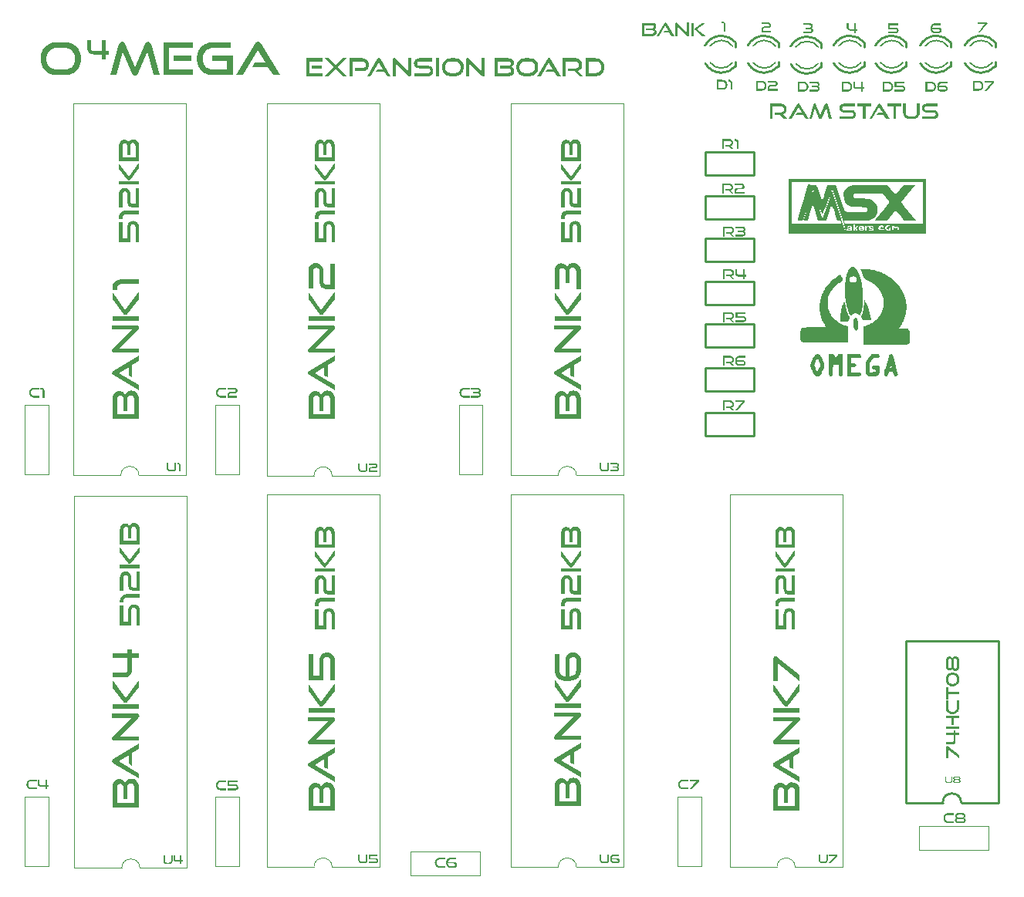
<source format=gto>
G04 Layer: TopSilkscreenLayer*
G04 EasyEDA v6.5.5, 2022-06-05 18:11:37*
G04 12dec15f9c8f45c78e1145ade07de6d6,0eaacf81f25c4b8caaffc9699626bf9f,10*
G04 Gerber Generator version 0.2*
G04 Scale: 100 percent, Rotated: No, Reflected: No *
G04 Dimensions in millimeters *
G04 leading zeros omitted , absolute positions ,4 integer and 5 decimal *
%FSLAX45Y45*%
%MOMM*%

%ADD10C,0.2540*%
%ADD23C,0.1200*%
%ADD24C,0.1524*%

%LPD*%
G36*
X7030008Y-1889963D02*
G01*
X7030008Y-1922983D01*
X8498281Y-1922983D01*
X8498281Y-2376017D01*
X7644536Y-2376017D01*
X7639151Y-2359660D01*
X7637068Y-2351684D01*
X7636764Y-2349398D01*
X7636764Y-2346045D01*
X7910779Y-2346045D01*
X7956092Y-2323541D01*
X7986420Y-2293518D01*
X8003794Y-2260498D01*
X8006080Y-2203348D01*
X7991500Y-2164486D01*
X7980070Y-2151227D01*
X7970215Y-2141372D01*
X7954518Y-2127504D01*
X7913725Y-2107996D01*
X7817154Y-2104542D01*
X7785862Y-2103120D01*
X7766659Y-2101900D01*
X7753146Y-2100224D01*
X7737297Y-2086914D01*
X7737297Y-2067661D01*
X7750149Y-2053488D01*
X8060791Y-2051761D01*
X8126171Y-2138527D01*
X8126171Y-2150922D01*
X8104124Y-2181606D01*
X8074812Y-2219960D01*
X7988655Y-2329484D01*
X7980172Y-2341321D01*
X7978851Y-2343759D01*
X7978698Y-2346045D01*
X8111083Y-2345740D01*
X8196834Y-2231999D01*
X8204962Y-2232152D01*
X8265769Y-2307539D01*
X8284464Y-2330246D01*
X8294979Y-2342438D01*
X8299703Y-2346147D01*
X8424519Y-2344521D01*
X8302548Y-2190800D01*
X8271357Y-2150770D01*
X8268106Y-2146249D01*
X8266684Y-2142947D01*
X8407857Y-1965858D01*
X8415121Y-1957476D01*
X8392464Y-1955292D01*
X8374329Y-1954275D01*
X8350402Y-1953564D01*
X8287410Y-1952955D01*
X8206130Y-2054961D01*
X8197088Y-2054961D01*
X8180120Y-2036775D01*
X8167827Y-2022805D01*
X8148624Y-2000199D01*
X8114436Y-1958543D01*
X7728966Y-1960473D01*
X7690154Y-1976729D01*
X7650175Y-2010867D01*
X7632750Y-2042769D01*
X7635290Y-2119477D01*
X7644079Y-2134514D01*
X7648549Y-2141372D01*
X7654188Y-2149094D01*
X7660335Y-2156612D01*
X7666228Y-2163114D01*
X7679639Y-2176678D01*
X7715097Y-2193950D01*
X7814259Y-2197658D01*
X7847126Y-2199233D01*
X7867954Y-2200503D01*
X7884718Y-2202383D01*
X7894878Y-2211425D01*
X7894878Y-2234133D01*
X7878419Y-2250033D01*
X7678674Y-2249932D01*
X7643368Y-2246172D01*
X7628585Y-2202078D01*
X7547864Y-1954479D01*
X7490917Y-1952752D01*
X7455103Y-1957476D01*
X7420559Y-2064613D01*
X7414310Y-2083003D01*
X7409078Y-2097684D01*
X7404658Y-2108860D01*
X7401052Y-2116785D01*
X7398054Y-2121662D01*
X7396784Y-2123084D01*
X7395616Y-2123846D01*
X7394600Y-2123948D01*
X7393635Y-2123440D01*
X7392720Y-2122424D01*
X7391908Y-2120849D01*
X7357618Y-2014677D01*
X7349744Y-1992020D01*
X7346289Y-1983130D01*
X7343038Y-1975764D01*
X7339990Y-1969719D01*
X7336993Y-1964893D01*
X7333945Y-1961134D01*
X7330846Y-1958289D01*
X7327493Y-1956307D01*
X7323937Y-1954987D01*
X7320025Y-1954174D01*
X7315657Y-1953818D01*
X7292289Y-1953869D01*
X7241489Y-1952091D01*
X7237425Y-1960829D01*
X7232396Y-1976526D01*
X7224471Y-2003501D01*
X7197039Y-2100986D01*
X7159091Y-2234641D01*
X7132116Y-2328621D01*
X7126782Y-2346045D01*
X7182967Y-2346045D01*
X7227671Y-2201976D01*
X7263028Y-2089657D01*
X7289901Y-2005482D01*
X7302804Y-2005482D01*
X7370775Y-2200402D01*
X7399426Y-2281174D01*
X7402372Y-2276144D01*
X7412837Y-2247950D01*
X7433309Y-2190496D01*
X7498283Y-2005482D01*
X7509306Y-2003552D01*
X7513116Y-2011476D01*
X7525816Y-2048916D01*
X7609179Y-2306523D01*
X7634683Y-2384602D01*
X7737297Y-2384602D01*
X7752435Y-2386533D01*
X7754416Y-2421534D01*
X7771739Y-2406040D01*
X7792262Y-2406040D01*
X7770926Y-2425750D01*
X7785662Y-2445308D01*
X7797647Y-2445308D01*
X7797647Y-2421839D01*
X7811211Y-2406446D01*
X7821625Y-2404618D01*
X7826502Y-2403449D01*
X7829753Y-2404110D01*
X7836450Y-2406040D01*
X7881467Y-2406040D01*
X7881467Y-2413254D01*
X7889494Y-2406040D01*
X7904937Y-2406040D01*
X7904937Y-2418029D01*
X7892338Y-2418029D01*
X7883245Y-2427833D01*
X7881193Y-2446070D01*
X7908290Y-2446070D01*
X7908290Y-2442057D01*
X7913420Y-2442057D01*
X7916062Y-2442413D01*
X7919516Y-2443480D01*
X7923225Y-2445004D01*
X7926882Y-2446883D01*
X7935163Y-2451760D01*
X7945780Y-2443835D01*
X7939786Y-2439924D01*
X7936941Y-2438450D01*
X7933639Y-2437180D01*
X7930235Y-2436368D01*
X7927187Y-2436012D01*
X7920532Y-2436012D01*
X7908290Y-2426106D01*
X7908290Y-2412746D01*
X7912455Y-2409698D01*
X7916316Y-2407666D01*
X7921345Y-2406243D01*
X7927086Y-2405380D01*
X7933283Y-2405126D01*
X7939481Y-2405430D01*
X7945323Y-2406294D01*
X7950403Y-2407767D01*
X7954365Y-2409799D01*
X7955991Y-2411272D01*
X7957362Y-2413152D01*
X7958226Y-2415133D01*
X7958581Y-2417013D01*
X7958581Y-2421229D01*
X7947558Y-2424988D01*
X7938973Y-2414524D01*
X7928051Y-2416556D01*
X7927746Y-2422550D01*
X7945729Y-2428189D01*
X7950758Y-2430119D01*
X7954975Y-2432050D01*
X7957769Y-2433675D01*
X7962341Y-2437079D01*
X7961806Y-2439060D01*
X8012226Y-2439060D01*
X8012226Y-2423718D01*
X8017205Y-2415082D01*
X8019745Y-2411323D01*
X8022996Y-2407513D01*
X8026450Y-2404160D01*
X8029803Y-2401620D01*
X8037372Y-2396845D01*
X8060690Y-2398522D01*
X8067090Y-2414930D01*
X8062518Y-2418994D01*
X8044180Y-2411526D01*
X8029194Y-2427173D01*
X8033056Y-2434793D01*
X8045754Y-2434793D01*
X8046770Y-2429205D01*
X8049564Y-2425954D01*
X8053831Y-2425141D01*
X8059115Y-2427071D01*
X8064195Y-2430018D01*
X8059115Y-2432964D01*
X8054898Y-2434844D01*
X8050530Y-2435860D01*
X8047126Y-2435910D01*
X8045754Y-2434793D01*
X8033056Y-2434793D01*
X8036763Y-2442057D01*
X8043367Y-2442057D01*
X8046974Y-2441752D01*
X8057388Y-2439924D01*
X8075930Y-2435098D01*
X8076982Y-2436012D01*
X8089290Y-2436012D01*
X8089290Y-2422448D01*
X8106613Y-2399639D01*
X8113877Y-2397048D01*
X8120786Y-2394915D01*
X8125917Y-2394458D01*
X8130184Y-2395728D01*
X8134299Y-2398725D01*
X8139582Y-2403449D01*
X8139582Y-2405989D01*
X8163559Y-2405989D01*
X8168589Y-2401519D01*
X8173262Y-2398064D01*
X8177123Y-2397709D01*
X8181340Y-2400706D01*
X8192922Y-2414625D01*
X8197697Y-2417368D01*
X8202828Y-2416048D01*
X8209788Y-2410764D01*
X8218373Y-2403551D01*
X8231581Y-2401519D01*
X8233765Y-2410510D01*
X8234680Y-2415133D01*
X8235492Y-2420975D01*
X8236102Y-2427325D01*
X8236813Y-2447391D01*
X8231327Y-2449271D01*
X8227110Y-2450439D01*
X8224723Y-2449576D01*
X8223300Y-2445664D01*
X8221268Y-2433269D01*
X8220252Y-2429205D01*
X8219135Y-2426106D01*
X8218119Y-2424480D01*
X8215782Y-2422550D01*
X8212785Y-2430018D01*
X8190687Y-2430018D01*
X8184692Y-2423769D01*
X8182711Y-2422347D01*
X8180882Y-2421382D01*
X8179409Y-2421026D01*
X8176463Y-2421026D01*
X8176463Y-2444292D01*
X8169503Y-2449423D01*
X8166760Y-2450795D01*
X8166353Y-2450642D01*
X8163559Y-2405989D01*
X8139582Y-2405989D01*
X8139582Y-2414270D01*
X8149640Y-2421788D01*
X8149640Y-2444699D01*
X8134756Y-2454046D01*
X8104073Y-2454046D01*
X8100059Y-2450439D01*
X8098485Y-2448610D01*
X8097215Y-2446324D01*
X8096351Y-2443835D01*
X8095996Y-2441448D01*
X8095996Y-2436012D01*
X8076982Y-2436012D01*
X8079740Y-2438450D01*
X8067700Y-2451049D01*
X8025638Y-2451049D01*
X8012226Y-2439060D01*
X7961806Y-2439060D01*
X7958614Y-2451049D01*
X7978698Y-2451049D01*
X7978851Y-2447442D01*
X7979816Y-2445207D01*
X7982407Y-2442667D01*
X7988960Y-2444191D01*
X7991449Y-2445004D01*
X7993532Y-2446070D01*
X7994954Y-2447239D01*
X7995462Y-2448407D01*
X7995462Y-2451049D01*
X7958614Y-2451049D01*
X7958226Y-2452522D01*
X7947253Y-2460040D01*
X7920532Y-2460040D01*
X7914436Y-2455062D01*
X7912049Y-2452827D01*
X7910068Y-2450388D01*
X7908798Y-2448052D01*
X7908290Y-2446070D01*
X7881193Y-2446070D01*
X7879791Y-2458567D01*
X7866380Y-2458567D01*
X7864449Y-2406040D01*
X7836450Y-2406040D01*
X7847380Y-2409444D01*
X7854746Y-2423566D01*
X7857591Y-2430576D01*
X7857998Y-2432608D01*
X7857998Y-2435758D01*
X7816088Y-2437536D01*
X7816697Y-2440533D01*
X7817307Y-2441956D01*
X7818628Y-2443530D01*
X7820456Y-2445105D01*
X7822539Y-2446528D01*
X7827822Y-2449474D01*
X7834477Y-2445766D01*
X7837627Y-2444343D01*
X7841183Y-2443124D01*
X7844739Y-2442311D01*
X7847888Y-2442057D01*
X7854645Y-2442057D01*
X7854645Y-2445054D01*
X7854137Y-2446680D01*
X7852664Y-2448915D01*
X7850530Y-2451455D01*
X7847939Y-2454046D01*
X7841234Y-2460040D01*
X7814106Y-2460040D01*
X7797647Y-2445308D01*
X7785662Y-2445308D01*
X7794244Y-2456738D01*
X7787233Y-2460599D01*
X7772450Y-2457297D01*
X7766456Y-2448153D01*
X7763865Y-2444597D01*
X7761325Y-2441702D01*
X7759090Y-2439771D01*
X7757464Y-2439060D01*
X7754518Y-2439060D01*
X7752435Y-2458567D01*
X7737297Y-2460447D01*
X7737297Y-2384602D01*
X7634683Y-2384602D01*
X7657292Y-2453843D01*
X7666939Y-2453843D01*
X7666939Y-2436368D01*
X7671104Y-2433980D01*
X7673797Y-2432761D01*
X7683042Y-2429814D01*
X7701635Y-2425344D01*
X7704378Y-2418029D01*
X7693507Y-2414320D01*
X7681468Y-2424023D01*
X7676083Y-2424023D01*
X7673848Y-2423820D01*
X7671765Y-2423312D01*
X7670038Y-2422499D01*
X7668971Y-2421534D01*
X7667193Y-2418994D01*
X7677353Y-2406040D01*
X7716977Y-2406040D01*
X7724241Y-2418130D01*
X7722260Y-2458262D01*
X7679131Y-2459685D01*
X7666939Y-2453843D01*
X7657292Y-2453843D01*
X7657541Y-2454605D01*
X7650175Y-2461260D01*
X7646974Y-2458059D01*
X7644993Y-2453386D01*
X7636560Y-2429967D01*
X7621168Y-2384247D01*
X7603286Y-2329942D01*
X7560106Y-2195626D01*
X7534503Y-2114550D01*
X7514285Y-2052421D01*
X7508798Y-2036419D01*
X7506309Y-2030171D01*
X7503922Y-2027885D01*
X7473797Y-2114245D01*
X7426147Y-2251862D01*
X7408214Y-2301798D01*
X7403896Y-2312416D01*
X7401559Y-2314498D01*
X7397242Y-2308910D01*
X7393686Y-2300274D01*
X7387132Y-2283104D01*
X7367320Y-2228697D01*
X7355027Y-2194255D01*
X7296658Y-2028139D01*
X7294372Y-2031796D01*
X7291171Y-2040889D01*
X7277963Y-2081682D01*
X7233970Y-2222042D01*
X7214412Y-2285542D01*
X7201052Y-2329688D01*
X7197598Y-2342286D01*
X7197598Y-2346045D01*
X7237577Y-2346045D01*
X7266178Y-2246934D01*
X7280757Y-2198471D01*
X7288428Y-2175002D01*
X7293508Y-2174900D01*
X7294067Y-2175205D01*
X7295286Y-2177135D01*
X7297115Y-2181707D01*
X7304074Y-2203246D01*
X7339838Y-2318969D01*
X7348778Y-2346198D01*
X7446518Y-2344521D01*
X7480147Y-2236470D01*
X7489342Y-2207869D01*
X7496302Y-2186990D01*
X7500467Y-2175967D01*
X7502652Y-2173986D01*
X7504836Y-2175967D01*
X7506258Y-2179066D01*
X7513116Y-2198725D01*
X7523734Y-2231339D01*
X7547000Y-2305456D01*
X7559954Y-2346045D01*
X7596225Y-2346045D01*
X7601051Y-2361946D01*
X7602931Y-2369921D01*
X7603236Y-2372258D01*
X7603236Y-2376017D01*
X7060184Y-2376017D01*
X7060184Y-1922983D01*
X7030008Y-1922983D01*
X7030008Y-2490063D01*
X8531809Y-2490063D01*
X8531809Y-1889963D01*
G37*
G36*
X8135467Y-2409037D02*
G01*
X8126628Y-2409088D01*
X8122920Y-2409291D01*
X8119313Y-2409748D01*
X8116265Y-2410460D01*
X8114131Y-2411323D01*
X8112353Y-2412746D01*
X8110270Y-2414981D01*
X8108137Y-2417724D01*
X8102041Y-2427782D01*
X8105634Y-2432100D01*
X8116722Y-2432100D01*
X8120176Y-2424023D01*
X8129524Y-2424023D01*
X8129473Y-2427782D01*
X8129219Y-2429611D01*
X8128508Y-2431745D01*
X8127441Y-2433980D01*
X8122818Y-2440533D01*
X8116722Y-2432100D01*
X8105634Y-2432100D01*
X8115147Y-2443530D01*
X8128406Y-2445308D01*
X8139023Y-2421178D01*
G37*
G36*
X7819186Y-2417775D02*
G01*
X7815884Y-2420924D01*
X7814614Y-2423414D01*
X7814411Y-2424531D01*
X7814411Y-2427020D01*
X7838440Y-2427020D01*
X7835696Y-2419553D01*
G37*
G36*
X7701280Y-2436418D02*
G01*
X7683703Y-2439466D01*
X7683703Y-2451049D01*
X7689697Y-2451049D01*
X7692390Y-2450744D01*
X7695184Y-2449982D01*
X7697724Y-2448814D01*
X7699756Y-2447442D01*
X7702448Y-2443937D01*
X7703667Y-2440228D01*
X7703362Y-2437333D01*
G37*
G36*
X7729829Y-2854096D02*
G01*
X7724902Y-2854401D01*
X7719974Y-2855468D01*
X7714996Y-2857347D01*
X7710017Y-2859989D01*
X7706817Y-2862275D01*
X7703515Y-2865272D01*
X7700111Y-2868930D01*
X7696657Y-2873146D01*
X7693152Y-2877921D01*
X7689646Y-2883154D01*
X7682839Y-2894838D01*
X7676438Y-2907690D01*
X7670698Y-2921304D01*
X7665872Y-2935122D01*
X7663840Y-2941980D01*
X7660894Y-2954528D01*
X7658506Y-2966262D01*
X7653722Y-2995371D01*
X7693355Y-2995371D01*
X7693710Y-2989630D01*
X7695184Y-2983738D01*
X7697571Y-2977997D01*
X7700924Y-2972663D01*
X7705090Y-2967939D01*
X7709966Y-2964230D01*
X7714843Y-2961894D01*
X7720787Y-2960217D01*
X7727442Y-2959150D01*
X7734350Y-2958744D01*
X7741208Y-2958896D01*
X7747609Y-2959760D01*
X7753197Y-2961233D01*
X7757617Y-2963367D01*
X7762341Y-2967024D01*
X7766354Y-2970987D01*
X7769504Y-2975254D01*
X7771942Y-2979775D01*
X7773517Y-2984449D01*
X7774330Y-2989224D01*
X7774330Y-2993999D01*
X7773466Y-2998825D01*
X7771841Y-3003499D01*
X7769402Y-3008071D01*
X7766100Y-3012490D01*
X7761986Y-3016605D01*
X7756448Y-3020822D01*
X7750708Y-3024124D01*
X7744866Y-3026410D01*
X7738922Y-3027781D01*
X7733030Y-3028188D01*
X7727137Y-3027629D01*
X7721396Y-3026206D01*
X7715758Y-3023819D01*
X7710424Y-3020517D01*
X7705344Y-3016351D01*
X7700568Y-3011271D01*
X7696250Y-3005378D01*
X7694168Y-3000705D01*
X7693355Y-2995371D01*
X7653722Y-2995371D01*
X7651191Y-3015589D01*
X7648803Y-3041345D01*
X7647279Y-3067608D01*
X7646568Y-3094228D01*
X7646517Y-3107639D01*
X7646873Y-3127756D01*
X7648041Y-3154527D01*
X7648905Y-3167837D01*
X7650632Y-3187700D01*
X7653578Y-3213760D01*
X7657388Y-3239262D01*
X7661960Y-3264052D01*
X7664500Y-3276092D01*
X7670241Y-3299409D01*
X7676794Y-3321558D01*
X7680604Y-3332784D01*
X7685481Y-3345535D01*
X7690916Y-3358591D01*
X7696453Y-3370834D01*
X7701534Y-3381044D01*
X7705699Y-3388207D01*
X7707223Y-3390290D01*
X7708747Y-3390137D01*
X7711846Y-3388563D01*
X7716012Y-3385769D01*
X7726527Y-3377641D01*
X7732064Y-3373831D01*
X7737398Y-3370681D01*
X7742631Y-3368090D01*
X7747711Y-3366058D01*
X7752689Y-3364687D01*
X7757617Y-3363823D01*
X7762443Y-3363569D01*
X7767167Y-3364179D01*
X7773060Y-3365754D01*
X7779664Y-3368141D01*
X7786471Y-3371087D01*
X7793075Y-3374390D01*
X7798968Y-3377844D01*
X7803642Y-3381146D01*
X7808366Y-3386074D01*
X7809941Y-3386785D01*
X7811566Y-3386124D01*
X7813294Y-3383991D01*
X7815224Y-3380232D01*
X7817408Y-3374593D01*
X7823047Y-3357372D01*
X7829448Y-3335629D01*
X7834325Y-3315919D01*
X7836255Y-3306318D01*
X7837931Y-3296615D01*
X7839303Y-3286658D01*
X7840421Y-3276295D01*
X7841335Y-3265271D01*
X7842503Y-3240481D01*
X7843062Y-3210864D01*
X7843113Y-3185668D01*
X7842503Y-3153867D01*
X7841843Y-3138322D01*
X7839811Y-3108147D01*
X7838490Y-3093466D01*
X7835138Y-3065068D01*
X7830921Y-3037992D01*
X7828483Y-3024936D01*
X7825841Y-3012287D01*
X7822996Y-2999994D01*
X7816646Y-2976473D01*
X7813192Y-2965348D01*
X7809534Y-2954629D01*
X7805674Y-2944317D01*
X7801660Y-2934411D01*
X7797393Y-2924962D01*
X7792974Y-2915970D01*
X7788351Y-2907385D01*
X7783575Y-2899308D01*
X7778597Y-2891739D01*
X7770774Y-2881223D01*
X7765440Y-2874975D01*
X7760157Y-2869488D01*
X7754975Y-2864866D01*
X7749844Y-2861106D01*
X7744815Y-2858109D01*
X7739786Y-2855976D01*
X7734808Y-2854655D01*
G37*
G36*
X7815376Y-2877362D02*
G01*
X7830362Y-2912618D01*
X7844434Y-2944926D01*
X7865414Y-2992221D01*
X7897825Y-3004718D01*
X7909509Y-3009798D01*
X7920837Y-3015335D01*
X7931912Y-3021330D01*
X7942630Y-3027781D01*
X7953044Y-3034639D01*
X7963103Y-3041853D01*
X7972806Y-3049473D01*
X7982102Y-3057448D01*
X7991043Y-3065780D01*
X7999628Y-3074416D01*
X8007756Y-3083356D01*
X8015478Y-3092551D01*
X8022793Y-3102051D01*
X8029651Y-3111804D01*
X8036052Y-3121761D01*
X8042046Y-3131921D01*
X8047481Y-3142284D01*
X8052460Y-3152851D01*
X8056981Y-3163519D01*
X8060944Y-3174339D01*
X8064347Y-3185312D01*
X8067294Y-3196336D01*
X8069630Y-3207461D01*
X8071459Y-3218637D01*
X8072678Y-3229864D01*
X8073288Y-3241141D01*
X8073339Y-3252368D01*
X8072780Y-3263595D01*
X8071612Y-3274822D01*
X8069732Y-3286455D01*
X8067243Y-3298444D01*
X8064195Y-3310229D01*
X8060639Y-3321761D01*
X8056575Y-3333089D01*
X8052003Y-3344214D01*
X8046923Y-3355086D01*
X8041386Y-3365703D01*
X8035391Y-3376066D01*
X8028940Y-3386124D01*
X8022031Y-3395929D01*
X8014665Y-3405428D01*
X8006842Y-3414623D01*
X7998663Y-3423513D01*
X7990027Y-3432098D01*
X7980984Y-3440328D01*
X7971536Y-3448253D01*
X7961731Y-3455771D01*
X7951571Y-3462934D01*
X7941005Y-3469741D01*
X7930083Y-3476142D01*
X7918805Y-3482136D01*
X7907223Y-3487775D01*
X7895285Y-3492957D01*
X7883042Y-3497732D01*
X7870494Y-3502050D01*
X7847736Y-3509010D01*
X7845399Y-3710838D01*
X8326729Y-3710838D01*
X8355584Y-3688334D01*
X8357260Y-3614369D01*
X8357412Y-3594608D01*
X8357108Y-3579672D01*
X8356244Y-3568598D01*
X8354771Y-3560368D01*
X8353755Y-3557015D01*
X8351164Y-3551174D01*
X8347760Y-3545738D01*
X8343849Y-3540810D01*
X8339937Y-3537000D01*
X8336483Y-3534765D01*
X8334095Y-3534105D01*
X8324646Y-3532682D01*
X8310422Y-3531311D01*
X8293201Y-3530092D01*
X8238947Y-3527551D01*
X8256270Y-3503269D01*
X8263026Y-3492957D01*
X8269528Y-3482187D01*
X8275675Y-3471011D01*
X8281466Y-3459429D01*
X8286953Y-3447491D01*
X8292084Y-3435248D01*
X8296859Y-3422650D01*
X8301278Y-3409797D01*
X8305292Y-3396691D01*
X8308898Y-3383330D01*
X8312150Y-3369818D01*
X8314944Y-3356152D01*
X8317331Y-3342335D01*
X8319109Y-3329736D01*
X8320227Y-3318306D01*
X8320938Y-3306826D01*
X8321243Y-3295243D01*
X8321090Y-3283559D01*
X8320531Y-3271824D01*
X8319566Y-3260039D01*
X8318195Y-3248253D01*
X8316417Y-3236417D01*
X8314232Y-3224580D01*
X8311642Y-3212744D01*
X8308644Y-3200958D01*
X8305292Y-3189224D01*
X8301532Y-3177489D01*
X8297367Y-3165856D01*
X8292846Y-3154273D01*
X8287969Y-3142792D01*
X8282686Y-3131413D01*
X8277098Y-3120186D01*
X8271103Y-3109061D01*
X8264753Y-3098088D01*
X8257997Y-3087268D01*
X8250986Y-3076651D01*
X8243570Y-3066237D01*
X8236813Y-3057347D01*
X8230311Y-3049473D01*
X8222843Y-3041192D01*
X8214664Y-3032556D01*
X8205876Y-3023717D01*
X8186877Y-3005836D01*
X8171942Y-2992678D01*
X8151926Y-2976321D01*
X8142173Y-2968853D01*
X8132775Y-2962046D01*
X8123834Y-2956052D01*
X8115503Y-2950870D01*
X8104530Y-2944622D01*
X8093405Y-2938627D01*
X8082127Y-2932887D01*
X8070646Y-2927400D01*
X8059064Y-2922168D01*
X8047329Y-2917190D01*
X8035493Y-2912516D01*
X8017560Y-2906014D01*
X8005521Y-2902051D01*
X7993380Y-2898343D01*
X7981238Y-2894939D01*
X7968996Y-2891790D01*
X7950657Y-2887675D01*
X7938414Y-2885287D01*
X7926171Y-2883204D01*
X7913928Y-2881426D01*
X7901787Y-2880004D01*
X7877556Y-2878023D01*
X7853629Y-2877362D01*
G37*
G36*
X7596581Y-2939389D02*
G01*
X7593787Y-2939999D01*
X7589723Y-2941523D01*
X7585049Y-2943606D01*
X7575346Y-2948990D01*
X7565237Y-2955290D01*
X7554671Y-2962452D01*
X7543800Y-2970225D01*
X7532827Y-2978556D01*
X7516469Y-2991815D01*
X7505852Y-3001010D01*
X7495641Y-3010255D01*
X7485989Y-3019552D01*
X7477099Y-3028645D01*
X7468412Y-3038195D01*
X7460030Y-3047847D01*
X7452055Y-3057753D01*
X7444384Y-3067761D01*
X7437120Y-3077972D01*
X7430211Y-3088335D01*
X7423607Y-3098800D01*
X7417409Y-3109468D01*
X7411567Y-3120237D01*
X7406081Y-3131108D01*
X7400950Y-3142132D01*
X7396175Y-3153257D01*
X7391806Y-3164484D01*
X7387793Y-3175762D01*
X7384135Y-3187192D01*
X7380884Y-3198672D01*
X7377988Y-3210255D01*
X7375448Y-3221888D01*
X7373264Y-3233572D01*
X7371537Y-3245307D01*
X7370114Y-3257092D01*
X7369098Y-3268929D01*
X7368489Y-3280765D01*
X7368235Y-3292652D01*
X7368336Y-3304590D01*
X7368895Y-3316478D01*
X7369759Y-3328415D01*
X7371080Y-3340303D01*
X7372756Y-3352190D01*
X7374839Y-3364077D01*
X7377328Y-3375964D01*
X7380173Y-3387750D01*
X7383475Y-3399536D01*
X7387132Y-3411270D01*
X7391196Y-3422954D01*
X7395616Y-3434587D01*
X7401458Y-3448202D01*
X7408011Y-3461867D01*
X7415022Y-3475126D01*
X7422134Y-3487470D01*
X7429144Y-3498342D01*
X7435697Y-3507282D01*
X7444282Y-3517900D01*
X7259675Y-3518052D01*
X7227722Y-3518458D01*
X7205929Y-3519271D01*
X7198055Y-3519830D01*
X7191857Y-3520592D01*
X7186930Y-3521456D01*
X7183018Y-3522522D01*
X7179818Y-3523742D01*
X7175195Y-3526282D01*
X7172248Y-3528212D01*
X7169658Y-3530396D01*
X7167372Y-3532835D01*
X7165340Y-3535578D01*
X7163562Y-3538728D01*
X7162038Y-3542284D01*
X7160717Y-3546348D01*
X7159650Y-3550970D01*
X7158736Y-3556203D01*
X7157466Y-3568750D01*
X7156805Y-3584346D01*
X7156602Y-3603548D01*
X7156856Y-3622294D01*
X7157669Y-3637737D01*
X7159193Y-3650132D01*
X7160259Y-3655364D01*
X7161530Y-3659936D01*
X7163053Y-3663950D01*
X7164831Y-3667455D01*
X7166864Y-3670452D01*
X7169150Y-3673094D01*
X7171740Y-3675278D01*
X7174636Y-3677158D01*
X7177836Y-3678783D01*
X7182103Y-3680256D01*
X7188352Y-3680917D01*
X7216800Y-3681984D01*
X7264298Y-3682898D01*
X7328103Y-3683508D01*
X7415936Y-3683812D01*
X7682280Y-3683812D01*
X7679944Y-3509314D01*
X7649616Y-3499358D01*
X7637221Y-3494735D01*
X7625029Y-3489604D01*
X7613091Y-3483965D01*
X7601508Y-3477920D01*
X7590180Y-3471367D01*
X7579207Y-3464458D01*
X7568590Y-3457092D01*
X7558328Y-3449320D01*
X7548422Y-3441192D01*
X7538923Y-3432708D01*
X7529880Y-3423920D01*
X7521194Y-3414776D01*
X7513015Y-3405276D01*
X7505293Y-3395522D01*
X7498029Y-3385515D01*
X7491272Y-3375202D01*
X7485075Y-3364687D01*
X7479385Y-3353917D01*
X7474203Y-3342995D01*
X7469631Y-3331819D01*
X7465669Y-3320491D01*
X7463891Y-3314750D01*
X7461351Y-3304032D01*
X7459370Y-3291382D01*
X7457998Y-3277311D01*
X7457135Y-3262274D01*
X7456881Y-3246882D01*
X7457135Y-3231591D01*
X7457998Y-3216960D01*
X7459421Y-3203448D01*
X7461402Y-3191611D01*
X7463942Y-3181959D01*
X7468108Y-3170326D01*
X7472629Y-3158998D01*
X7477506Y-3148076D01*
X7482789Y-3137408D01*
X7488428Y-3127146D01*
X7494422Y-3117138D01*
X7500823Y-3107486D01*
X7507579Y-3098139D01*
X7514742Y-3089097D01*
X7522260Y-3080359D01*
X7530185Y-3071977D01*
X7538466Y-3063849D01*
X7547203Y-3056077D01*
X7556296Y-3048609D01*
X7565745Y-3041396D01*
X7575651Y-3034487D01*
X7585913Y-3027883D01*
X7596581Y-3021584D01*
X7624267Y-3005886D01*
X7624622Y-3004108D01*
X7623911Y-3000146D01*
X7622235Y-2994507D01*
X7616952Y-2979826D01*
X7610195Y-2963621D01*
X7606741Y-2956001D01*
X7603439Y-2949346D01*
X7600543Y-2944063D01*
X7598206Y-2940608D01*
G37*
G36*
X7861808Y-3221888D02*
G01*
X7860944Y-3222040D01*
X7860385Y-3223107D01*
X7859217Y-3236264D01*
X7856321Y-3263188D01*
X7852714Y-3291992D01*
X7850835Y-3304895D01*
X7848396Y-3318560D01*
X7845450Y-3332022D01*
X7842046Y-3345230D01*
X7838135Y-3358286D01*
X7833766Y-3371087D01*
X7822336Y-3400907D01*
X7840268Y-3442665D01*
X7894320Y-3441852D01*
X7910728Y-3441293D01*
X7923530Y-3440531D01*
X7931200Y-3439718D01*
X7932572Y-3439261D01*
X7933131Y-3437991D01*
X7933334Y-3435502D01*
X7932826Y-3427323D01*
X7931200Y-3415588D01*
X7928609Y-3401110D01*
X7925206Y-3384702D01*
X7921193Y-3367278D01*
X7916672Y-3349650D01*
X7911896Y-3332683D01*
X7907528Y-3318865D01*
X7902498Y-3304590D01*
X7897063Y-3290366D01*
X7891424Y-3276447D01*
X7885734Y-3263290D01*
X7880146Y-3251301D01*
X7874914Y-3240836D01*
X7870190Y-3232251D01*
X7866125Y-3226054D01*
X7864449Y-3223920D01*
X7863027Y-3222498D01*
G37*
G36*
X7637729Y-3233928D02*
G01*
X7636509Y-3235147D01*
X7635189Y-3237433D01*
X7631480Y-3245612D01*
X7626858Y-3257550D01*
X7621727Y-3271926D01*
X7616545Y-3287471D01*
X7611821Y-3302914D01*
X7608316Y-3315512D01*
X7605623Y-3326536D01*
X7603134Y-3337966D01*
X7600950Y-3349751D01*
X7599019Y-3361690D01*
X7597343Y-3373678D01*
X7595971Y-3385616D01*
X7594955Y-3397402D01*
X7594244Y-3408883D01*
X7593888Y-3419906D01*
X7593838Y-3455517D01*
X7649057Y-3453028D01*
X7667701Y-3452012D01*
X7679740Y-3450742D01*
X7683804Y-3449878D01*
X7686700Y-3448862D01*
X7688732Y-3447592D01*
X7689951Y-3446018D01*
X7690662Y-3444138D01*
X7691374Y-3434587D01*
X7692440Y-3429508D01*
X7694066Y-3424377D01*
X7698130Y-3414166D01*
X7698028Y-3408222D01*
X7695387Y-3400551D01*
X7687818Y-3385870D01*
X7683550Y-3376980D01*
X7679131Y-3366820D01*
X7674609Y-3355746D01*
X7665872Y-3331718D01*
X7659928Y-3313125D01*
X7656372Y-3301034D01*
X7653324Y-3289452D01*
X7645298Y-3253486D01*
X7643266Y-3245205D01*
X7641590Y-3239363D01*
X7640167Y-3235756D01*
X7638948Y-3234029D01*
G37*
G36*
X7761833Y-3408832D02*
G01*
X7757922Y-3410407D01*
X7753553Y-3414826D01*
X7748117Y-3422599D01*
X7745171Y-3427476D01*
X7742783Y-3432200D01*
X7740954Y-3436975D01*
X7739583Y-3442208D01*
X7738618Y-3448151D01*
X7738008Y-3455162D01*
X7737500Y-3473500D01*
X7737551Y-3481984D01*
X7737856Y-3489756D01*
X7738414Y-3496868D01*
X7739176Y-3503422D01*
X7740294Y-3509518D01*
X7741716Y-3515207D01*
X7743494Y-3520643D01*
X7745628Y-3525824D01*
X7748168Y-3530854D01*
X7751064Y-3535781D01*
X7758277Y-3545890D01*
X7761884Y-3550005D01*
X7765440Y-3553358D01*
X7768590Y-3555644D01*
X7770926Y-3556457D01*
X7773314Y-3555034D01*
X7776616Y-3551072D01*
X7780426Y-3545281D01*
X7784287Y-3538169D01*
X7786471Y-3533241D01*
X7788300Y-3527907D01*
X7789925Y-3522268D01*
X7791196Y-3516376D01*
X7792923Y-3503879D01*
X7793532Y-3490772D01*
X7793481Y-3484118D01*
X7792567Y-3470859D01*
X7791754Y-3464306D01*
X7789418Y-3451707D01*
X7787944Y-3445713D01*
X7784338Y-3434638D01*
X7782204Y-3429609D01*
X7779918Y-3424986D01*
X7777429Y-3420821D01*
X7774787Y-3417163D01*
X7771942Y-3414064D01*
X7768945Y-3411575D01*
X7765796Y-3409746D01*
G37*
G36*
X7470140Y-3810762D02*
G01*
X7470394Y-3990340D01*
X7470749Y-4008018D01*
X7471359Y-4022090D01*
X7472273Y-4032961D01*
X7473543Y-4041038D01*
X7474356Y-4044187D01*
X7476337Y-4048861D01*
X7477556Y-4050537D01*
X7478877Y-4051808D01*
X7480401Y-4052773D01*
X7482027Y-4053433D01*
X7485837Y-4054094D01*
X7493812Y-4054094D01*
X7496860Y-4053687D01*
X7499603Y-4052925D01*
X7501991Y-4051706D01*
X7504074Y-4049877D01*
X7505852Y-4047388D01*
X7507427Y-4044187D01*
X7508748Y-4040124D01*
X7509865Y-4035094D01*
X7510830Y-4029049D01*
X7511643Y-4021886D01*
X7512913Y-4003801D01*
X7516012Y-3916426D01*
X7516723Y-3906215D01*
X7517587Y-3900525D01*
X7518095Y-3899154D01*
X7518704Y-3898747D01*
X7519365Y-3899103D01*
X7521041Y-3901998D01*
X7525715Y-3913124D01*
X7528509Y-3918153D01*
X7531404Y-3922318D01*
X7534452Y-3925671D01*
X7537653Y-3928211D01*
X7540904Y-3929887D01*
X7544155Y-3930751D01*
X7547457Y-3930802D01*
X7550708Y-3929989D01*
X7553959Y-3928364D01*
X7557058Y-3925976D01*
X7560106Y-3922725D01*
X7562951Y-3918712D01*
X7565644Y-3913886D01*
X7568133Y-3908247D01*
X7570927Y-3900576D01*
X7571486Y-3900576D01*
X7572044Y-3901795D01*
X7573111Y-3907891D01*
X7574076Y-3918712D01*
X7574991Y-3934206D01*
X7577581Y-4004005D01*
X7578852Y-4022090D01*
X7579664Y-4029303D01*
X7580630Y-4035298D01*
X7581798Y-4040327D01*
X7583170Y-4044340D01*
X7584744Y-4047540D01*
X7586624Y-4049979D01*
X7588758Y-4051757D01*
X7591196Y-4052976D01*
X7593990Y-4053738D01*
X7597190Y-4054094D01*
X7603439Y-4054195D01*
X7608265Y-4053636D01*
X7610348Y-4053078D01*
X7612278Y-4052265D01*
X7614005Y-4051096D01*
X7615580Y-4049572D01*
X7617002Y-4047693D01*
X7618222Y-4045305D01*
X7619339Y-4042460D01*
X7620355Y-4039057D01*
X7621219Y-4035044D01*
X7622540Y-4025087D01*
X7623505Y-4012234D01*
X7624165Y-3996080D01*
X7624673Y-3952392D01*
X7624724Y-3811117D01*
X7590536Y-3811168D01*
X7584033Y-3811371D01*
X7579106Y-3811981D01*
X7575296Y-3813200D01*
X7572197Y-3815130D01*
X7569403Y-3818077D01*
X7566507Y-3822141D01*
X7557211Y-3836720D01*
X7552639Y-3843375D01*
X7548981Y-3847541D01*
X7545882Y-3849268D01*
X7542987Y-3848658D01*
X7539888Y-3845763D01*
X7536332Y-3840632D01*
X7519568Y-3813048D01*
G37*
G36*
X7668869Y-3811117D02*
G01*
X7668869Y-4054195D01*
X7766659Y-4054144D01*
X7786471Y-4053738D01*
X7801051Y-4052874D01*
X7806639Y-4052163D01*
X7811211Y-4051300D01*
X7814919Y-4050182D01*
X7817764Y-4048861D01*
X7819898Y-4047236D01*
X7821472Y-4045356D01*
X7822488Y-4043172D01*
X7823098Y-4040632D01*
X7823403Y-4037736D01*
X7823250Y-4029913D01*
X7822539Y-4026001D01*
X7821218Y-4022699D01*
X7819186Y-4019905D01*
X7816240Y-4017619D01*
X7812328Y-4015790D01*
X7807299Y-4014368D01*
X7801051Y-4013352D01*
X7793431Y-4012590D01*
X7784287Y-4012082D01*
X7761122Y-4011777D01*
X7712659Y-4011777D01*
X7715250Y-3955846D01*
X7737195Y-3953916D01*
X7748473Y-3952494D01*
X7756144Y-3950360D01*
X7761478Y-3946956D01*
X7765643Y-3941775D01*
X7768894Y-3936085D01*
X7769859Y-3931665D01*
X7768437Y-3927246D01*
X7764576Y-3921556D01*
X7759852Y-3916324D01*
X7754416Y-3913276D01*
X7746695Y-3911803D01*
X7735011Y-3911447D01*
X7713065Y-3911447D01*
X7713065Y-3853840D01*
X7816646Y-3851656D01*
X7820812Y-3841191D01*
X7822387Y-3835958D01*
X7822742Y-3830878D01*
X7821930Y-3825900D01*
X7819898Y-3820922D01*
X7814818Y-3811117D01*
G37*
G36*
X8151926Y-3811320D02*
G01*
X8142986Y-3812794D01*
X8135569Y-3816756D01*
X8134146Y-3818534D01*
X8132470Y-3821328D01*
X8128812Y-3829608D01*
X8125002Y-3840378D01*
X8092264Y-3959250D01*
X8140293Y-3959250D01*
X8140395Y-3954068D01*
X8142782Y-3944264D01*
X8144611Y-3937863D01*
X8146440Y-3932986D01*
X8148167Y-3929583D01*
X8149894Y-3927754D01*
X8151520Y-3927449D01*
X8153146Y-3928618D01*
X8154771Y-3931361D01*
X8156295Y-3935577D01*
X8158022Y-3941927D01*
X8159038Y-3947363D01*
X8159242Y-3951884D01*
X8158683Y-3955440D01*
X8157362Y-3958183D01*
X8155279Y-3960114D01*
X8152384Y-3961231D01*
X8148675Y-3961637D01*
X8142884Y-3961282D01*
X8140293Y-3959250D01*
X8092264Y-3959250D01*
X8087664Y-3975912D01*
X8082381Y-3996486D01*
X8078622Y-4013200D01*
X8077352Y-4020210D01*
X8076488Y-4026408D01*
X8075980Y-4031792D01*
X8075930Y-4036517D01*
X8076234Y-4040530D01*
X8076996Y-4043934D01*
X8078114Y-4046728D01*
X8079689Y-4049014D01*
X8081619Y-4050792D01*
X8084007Y-4052163D01*
X8086801Y-4053128D01*
X8089950Y-4053789D01*
X8097621Y-4054195D01*
X8101888Y-4053941D01*
X8105495Y-4052925D01*
X8108594Y-4050995D01*
X8111388Y-4047896D01*
X8114030Y-4043375D01*
X8116620Y-4037329D01*
X8119313Y-4029405D01*
X8122361Y-4019499D01*
X8125002Y-4011777D01*
X8128863Y-4007713D01*
X8136381Y-4006240D01*
X8150148Y-4005986D01*
X8163864Y-4006240D01*
X8171383Y-4007713D01*
X8175193Y-4011726D01*
X8177733Y-4019499D01*
X8180578Y-4029201D01*
X8183270Y-4036974D01*
X8185912Y-4043019D01*
X8188706Y-4047540D01*
X8191703Y-4050741D01*
X8195106Y-4052824D01*
X8199069Y-4053890D01*
X8203692Y-4054195D01*
X8209534Y-4053636D01*
X8214766Y-4051960D01*
X8219186Y-4049268D01*
X8222843Y-4045458D01*
X8224774Y-4042664D01*
X8226094Y-4039920D01*
X8226856Y-4036923D01*
X8227009Y-4033367D01*
X8226552Y-4028998D01*
X8225434Y-4023512D01*
X8186420Y-3878732D01*
X8176056Y-3842613D01*
X8171840Y-3829202D01*
X8167573Y-3817315D01*
X8166760Y-3815943D01*
X8160512Y-3812336D01*
G37*
G36*
X7344257Y-3811422D02*
G01*
X7337450Y-3811930D01*
X7330846Y-3813301D01*
X7324547Y-3815587D01*
X7318908Y-3818788D01*
X7316419Y-3820922D01*
X7313625Y-3823970D01*
X7307529Y-3832504D01*
X7300823Y-3843731D01*
X7293914Y-3856837D01*
X7287107Y-3871061D01*
X7280808Y-3885692D01*
X7275271Y-3899966D01*
X7270902Y-3913073D01*
X7268057Y-3924350D01*
X7267295Y-3929024D01*
X7267085Y-3933748D01*
X7311136Y-3933748D01*
X7311288Y-3932021D01*
X7312558Y-3926941D01*
X7315200Y-3919321D01*
X7319365Y-3908806D01*
X7325156Y-3895039D01*
X7337348Y-3867505D01*
X7339431Y-3863289D01*
X7341362Y-3860088D01*
X7342936Y-3858158D01*
X7344003Y-3857853D01*
X7345883Y-3861155D01*
X7355230Y-3880358D01*
X7367727Y-3907688D01*
X7372756Y-3919728D01*
X7377125Y-3931665D01*
X7377430Y-3933393D01*
X7376769Y-3936898D01*
X7375042Y-3942283D01*
X7368997Y-3956964D01*
X7360970Y-3974084D01*
X7352741Y-3990187D01*
X7349032Y-3996740D01*
X7345883Y-4001719D01*
X7343546Y-4004716D01*
X7342174Y-4005275D01*
X7340447Y-4002887D01*
X7335062Y-3992829D01*
X7328204Y-3978198D01*
X7321194Y-3961993D01*
X7315250Y-3947109D01*
X7313066Y-3941114D01*
X7311644Y-3936492D01*
X7311136Y-3933748D01*
X7267085Y-3933748D01*
X7267244Y-3936542D01*
X7268921Y-3945585D01*
X7272070Y-3956710D01*
X7276388Y-3969258D01*
X7281570Y-3982618D01*
X7287412Y-3996182D01*
X7293559Y-4009288D01*
X7299858Y-4021378D01*
X7305954Y-4031742D01*
X7311593Y-4039768D01*
X7314184Y-4042714D01*
X7318095Y-4046220D01*
X7322515Y-4049115D01*
X7327290Y-4051452D01*
X7332421Y-4053179D01*
X7337704Y-4054297D01*
X7343089Y-4054856D01*
X7348524Y-4054754D01*
X7353858Y-4054094D01*
X7358989Y-4052824D01*
X7363815Y-4050893D01*
X7368286Y-4048353D01*
X7372299Y-4045204D01*
X7374636Y-4042714D01*
X7377226Y-4039362D01*
X7383018Y-4030319D01*
X7389368Y-4018889D01*
X7395921Y-4005783D01*
X7402372Y-3991711D01*
X7408418Y-3977538D01*
X7413701Y-3963924D01*
X7417866Y-3951579D01*
X7420609Y-3941368D01*
X7421321Y-3937203D01*
X7421575Y-3933901D01*
X7421321Y-3930091D01*
X7420508Y-3925468D01*
X7419289Y-3920185D01*
X7415530Y-3907840D01*
X7410450Y-3893921D01*
X7404404Y-3879138D01*
X7397750Y-3864356D01*
X7390790Y-3850284D01*
X7383932Y-3837838D01*
X7377582Y-3827729D01*
X7374636Y-3823817D01*
X7371994Y-3820769D01*
X7369657Y-3818737D01*
X7363968Y-3815537D01*
X7357719Y-3813251D01*
X7351115Y-3811879D01*
G37*
G36*
X7981188Y-3811422D02*
G01*
X7966659Y-3811727D01*
X7953908Y-3812235D01*
X7944256Y-3812946D01*
X7939227Y-3813759D01*
X7937550Y-3814826D01*
X7935061Y-3817112D01*
X7928000Y-3824782D01*
X7919008Y-3835501D01*
X7909001Y-3848150D01*
X7898892Y-3861409D01*
X7889646Y-3874160D01*
X7882178Y-3885184D01*
X7877403Y-3893312D01*
X7876540Y-3895445D01*
X7875778Y-3898290D01*
X7874457Y-3906265D01*
X7873390Y-3916984D01*
X7872628Y-3930396D01*
X7872171Y-3946398D01*
X7872018Y-4025442D01*
X7899196Y-4054195D01*
X7958480Y-4054043D01*
X7968945Y-4053789D01*
X7977886Y-4053281D01*
X7985556Y-4052519D01*
X7992008Y-4051350D01*
X7997545Y-4049826D01*
X8002219Y-4047794D01*
X8006283Y-4045204D01*
X8009839Y-4042054D01*
X8013141Y-4038244D01*
X8016290Y-4033672D01*
X8019491Y-4028389D01*
X8021269Y-4024477D01*
X8022844Y-4019499D01*
X8024114Y-4013657D01*
X8025231Y-4007104D01*
X8026653Y-3992575D01*
X8027162Y-3977335D01*
X8026704Y-3962704D01*
X8026095Y-3956100D01*
X8025282Y-3950208D01*
X8024215Y-3945128D01*
X8022945Y-3941114D01*
X8021370Y-3938320D01*
X8019592Y-3936949D01*
X8016748Y-3936288D01*
X8012734Y-3935729D01*
X8002219Y-3935120D01*
X7989722Y-3935069D01*
X7976768Y-3935577D01*
X7964982Y-3936542D01*
X7960004Y-3937254D01*
X7955991Y-3938066D01*
X7951114Y-3939641D01*
X7947152Y-3941876D01*
X7944002Y-3944569D01*
X7941614Y-3947617D01*
X7940090Y-3951020D01*
X7939278Y-3954627D01*
X7939176Y-3958336D01*
X7939836Y-3962044D01*
X7941157Y-3965701D01*
X7943138Y-3969156D01*
X7945729Y-3972356D01*
X7948930Y-3975150D01*
X7952740Y-3977538D01*
X7957108Y-3979367D01*
X7961985Y-3980484D01*
X7967370Y-3980891D01*
X7976260Y-3981145D01*
X7980730Y-3982821D01*
X7982102Y-3987139D01*
X7981594Y-3995369D01*
X7980222Y-4009847D01*
X7916214Y-4012133D01*
X7916367Y-3913378D01*
X7960258Y-3853586D01*
X7986471Y-3853586D01*
X7995005Y-3853332D01*
X8002524Y-3852519D01*
X8009128Y-3851198D01*
X8014716Y-3849420D01*
X8019288Y-3847134D01*
X8022793Y-3844391D01*
X8025333Y-3841140D01*
X8026806Y-3837482D01*
X8027263Y-3833368D01*
X8026603Y-3828846D01*
X8024875Y-3823919D01*
X8022031Y-3818585D01*
X8020405Y-3816400D01*
X8018373Y-3814724D01*
X8015681Y-3813403D01*
X8011922Y-3812489D01*
X8006892Y-3811879D01*
X8000288Y-3811524D01*
G37*
G36*
X1205992Y-381508D02*
G01*
X1200962Y-381863D01*
X1196289Y-382879D01*
X1191920Y-384657D01*
X1187958Y-387096D01*
X1184402Y-390042D01*
X1181049Y-393496D01*
X1177899Y-397510D01*
X965962Y-750062D01*
X1038606Y-750062D01*
X1203452Y-470916D01*
X1284478Y-607060D01*
X1172972Y-607060D01*
X1143000Y-658622D01*
X1314958Y-658622D01*
X1369568Y-750062D01*
X1446022Y-750062D01*
X1233576Y-397510D01*
X1230528Y-393496D01*
X1227226Y-390042D01*
X1223772Y-387096D01*
X1219911Y-384657D01*
X1215644Y-382879D01*
X1211021Y-381863D01*
G37*
G36*
X-284988Y-382016D02*
G01*
X-296265Y-383641D01*
X-305308Y-388518D01*
X-312013Y-396595D01*
X-316484Y-407924D01*
X-409956Y-750062D01*
X-347472Y-750062D01*
X-277876Y-494538D01*
X-175514Y-731012D01*
X-169773Y-741476D01*
X-162407Y-748944D01*
X-153517Y-753414D01*
X-143002Y-754888D01*
X-137515Y-754481D01*
X-132486Y-753364D01*
X-127863Y-751484D01*
X-123698Y-748792D01*
X-120040Y-745286D01*
X-116585Y-741172D01*
X-113436Y-736396D01*
X-110489Y-731012D01*
X-7620Y-494538D01*
X61976Y-750062D01*
X124968Y-750062D01*
X32004Y-407924D01*
X27228Y-396595D01*
X20574Y-388467D01*
X11988Y-383641D01*
X1524Y-382016D01*
X-8483Y-383387D01*
X-16865Y-387400D01*
X-23723Y-394157D01*
X-28956Y-403606D01*
X-140970Y-660400D01*
X-252984Y-403606D01*
X-255524Y-398627D01*
X-258571Y-394258D01*
X-262128Y-390601D01*
X-266192Y-387604D01*
X-270713Y-385165D01*
X-275336Y-383387D01*
X-280111Y-382371D01*
G37*
G36*
X-1002537Y-386588D02*
G01*
X-1014984Y-386943D01*
X-1027125Y-388010D01*
X-1038961Y-389737D01*
X-1050493Y-392226D01*
X-1061720Y-395427D01*
X-1072642Y-399288D01*
X-1083157Y-403809D01*
X-1093216Y-408940D01*
X-1102817Y-414629D01*
X-1111910Y-420979D01*
X-1120597Y-427888D01*
X-1128776Y-435356D01*
X-1136345Y-443331D01*
X-1143406Y-451866D01*
X-1149858Y-460959D01*
X-1155750Y-470560D01*
X-1161084Y-480771D01*
X-1165860Y-491490D01*
X-1169873Y-502666D01*
X-1173175Y-514248D01*
X-1175766Y-526237D01*
X-1177594Y-538581D01*
X-1178712Y-551281D01*
X-1179068Y-564388D01*
X-1178984Y-567436D01*
X-1115568Y-567436D01*
X-1115009Y-554736D01*
X-1113434Y-542594D01*
X-1110691Y-531012D01*
X-1106932Y-519938D01*
X-1102309Y-509625D01*
X-1096873Y-500075D01*
X-1090625Y-491235D01*
X-1083564Y-483108D01*
X-1075690Y-475792D01*
X-1067104Y-469239D01*
X-1057808Y-463600D01*
X-1047750Y-458724D01*
X-1037132Y-454964D01*
X-1026007Y-452221D01*
X-1014526Y-450646D01*
X-1002537Y-450088D01*
X-913892Y-450088D01*
X-901700Y-450646D01*
X-889965Y-452221D01*
X-878687Y-454964D01*
X-867918Y-458724D01*
X-857859Y-463600D01*
X-848512Y-469239D01*
X-839825Y-475792D01*
X-831850Y-483108D01*
X-824636Y-491235D01*
X-818286Y-500126D01*
X-812698Y-509778D01*
X-807974Y-520192D01*
X-804316Y-531317D01*
X-801674Y-542899D01*
X-800100Y-554939D01*
X-799592Y-567436D01*
X-800100Y-580034D01*
X-801674Y-592124D01*
X-804316Y-603758D01*
X-807974Y-614934D01*
X-812698Y-625602D01*
X-818235Y-635457D01*
X-824636Y-644499D01*
X-831850Y-652780D01*
X-839825Y-660247D01*
X-848461Y-666800D01*
X-857859Y-672541D01*
X-867918Y-677418D01*
X-878687Y-681431D01*
X-889965Y-684276D01*
X-901700Y-686003D01*
X-913892Y-686562D01*
X-1002537Y-686562D01*
X-1014526Y-686003D01*
X-1026007Y-684276D01*
X-1037132Y-681431D01*
X-1047750Y-677418D01*
X-1057808Y-672541D01*
X-1067104Y-666800D01*
X-1075690Y-660247D01*
X-1083564Y-652780D01*
X-1090625Y-644499D01*
X-1096873Y-635457D01*
X-1102309Y-625602D01*
X-1106932Y-614934D01*
X-1110691Y-603758D01*
X-1113434Y-592124D01*
X-1115009Y-580034D01*
X-1115568Y-567436D01*
X-1178984Y-567436D01*
X-1178712Y-577443D01*
X-1177594Y-590194D01*
X-1175766Y-602589D01*
X-1173175Y-614730D01*
X-1169873Y-626567D01*
X-1165860Y-638048D01*
X-1161084Y-649122D01*
X-1155750Y-659688D01*
X-1149858Y-669747D01*
X-1143406Y-679246D01*
X-1136345Y-688238D01*
X-1128776Y-696722D01*
X-1120597Y-704697D01*
X-1111910Y-712114D01*
X-1102817Y-718921D01*
X-1093216Y-725170D01*
X-1083157Y-730808D01*
X-1072642Y-735838D01*
X-1061720Y-740206D01*
X-1050493Y-743762D01*
X-1038961Y-746506D01*
X-1027125Y-748487D01*
X-1014984Y-749655D01*
X-1002537Y-750062D01*
X-913892Y-750062D01*
X-901090Y-749655D01*
X-888695Y-748487D01*
X-876604Y-746506D01*
X-864920Y-743762D01*
X-853541Y-740206D01*
X-842518Y-735838D01*
X-831900Y-730808D01*
X-821791Y-725170D01*
X-812139Y-718921D01*
X-802995Y-712114D01*
X-794308Y-704748D01*
X-786130Y-696722D01*
X-778560Y-688238D01*
X-771550Y-679246D01*
X-765098Y-669747D01*
X-759256Y-659688D01*
X-753973Y-649122D01*
X-749300Y-638048D01*
X-745286Y-626567D01*
X-741984Y-614730D01*
X-739394Y-602640D01*
X-737565Y-590194D01*
X-736447Y-577443D01*
X-736092Y-564388D01*
X-736447Y-551434D01*
X-737514Y-538886D01*
X-739343Y-526694D01*
X-741832Y-514807D01*
X-745083Y-503377D01*
X-749046Y-492251D01*
X-753668Y-481584D01*
X-758850Y-471474D01*
X-764692Y-461822D01*
X-771042Y-452729D01*
X-778052Y-444144D01*
X-785622Y-436118D01*
X-793648Y-428548D01*
X-802233Y-421538D01*
X-811326Y-415137D01*
X-820978Y-409346D01*
X-831087Y-404164D01*
X-841756Y-399542D01*
X-852881Y-395579D01*
X-864311Y-392328D01*
X-876147Y-389839D01*
X-888390Y-388010D01*
X-900937Y-386943D01*
X-913892Y-386588D01*
G37*
G36*
X166878Y-386588D02*
G01*
X166878Y-750062D01*
X491998Y-750062D01*
X491998Y-686562D01*
X230124Y-686562D01*
X230124Y-450088D01*
X491490Y-450088D01*
X491490Y-386588D01*
G37*
G36*
X712470Y-386588D02*
G01*
X700024Y-386943D01*
X687882Y-388010D01*
X675995Y-389737D01*
X664514Y-392226D01*
X653288Y-395427D01*
X642366Y-399288D01*
X631850Y-403809D01*
X621792Y-408940D01*
X612190Y-414629D01*
X603097Y-420979D01*
X594410Y-427888D01*
X586232Y-435356D01*
X578662Y-443331D01*
X571601Y-451866D01*
X565150Y-460959D01*
X559257Y-470560D01*
X553923Y-480771D01*
X549148Y-491490D01*
X545134Y-502666D01*
X541832Y-514248D01*
X539242Y-526237D01*
X537413Y-538581D01*
X536295Y-551281D01*
X535940Y-564388D01*
X536295Y-577443D01*
X537413Y-590194D01*
X539242Y-602589D01*
X541832Y-614730D01*
X545134Y-626567D01*
X549148Y-638048D01*
X553923Y-649122D01*
X559257Y-659688D01*
X565150Y-669747D01*
X571601Y-679246D01*
X578662Y-688238D01*
X586232Y-696722D01*
X594410Y-704697D01*
X603097Y-712114D01*
X612190Y-718921D01*
X621792Y-725170D01*
X631850Y-730808D01*
X642366Y-735838D01*
X653288Y-740206D01*
X664514Y-743762D01*
X675995Y-746506D01*
X687882Y-748487D01*
X700024Y-749655D01*
X712470Y-750062D01*
X931926Y-750062D01*
X931926Y-538480D01*
X704088Y-538480D01*
X704088Y-592074D01*
X867918Y-592074D01*
X867918Y-686562D01*
X712470Y-686562D01*
X700481Y-686003D01*
X689000Y-684276D01*
X677875Y-681431D01*
X667258Y-677418D01*
X657199Y-672541D01*
X647903Y-666800D01*
X639318Y-660247D01*
X631444Y-652780D01*
X624382Y-644499D01*
X618134Y-635457D01*
X612698Y-625602D01*
X608076Y-614934D01*
X604316Y-603758D01*
X601573Y-592124D01*
X599998Y-580034D01*
X599440Y-567436D01*
X599998Y-554736D01*
X601573Y-542594D01*
X604316Y-531012D01*
X608076Y-519938D01*
X612698Y-509625D01*
X618134Y-500075D01*
X624382Y-491235D01*
X631444Y-483108D01*
X639318Y-475792D01*
X647903Y-469239D01*
X657199Y-463600D01*
X667258Y-458724D01*
X677875Y-454964D01*
X689000Y-452221D01*
X700481Y-450646D01*
X712470Y-450088D01*
X909574Y-450088D01*
X909574Y-386588D01*
G37*
G36*
X276606Y-538480D02*
G01*
X276606Y-592074D01*
X478028Y-592074D01*
X478028Y-538480D01*
G37*
G36*
X-295503Y-2992882D02*
G01*
X-310032Y-2993542D01*
X-323392Y-2995523D01*
X-335686Y-2998825D01*
X-346862Y-3003397D01*
X-356920Y-3009290D01*
X-365861Y-3016504D01*
X-373481Y-3024886D01*
X-379679Y-3034436D01*
X-384556Y-3045104D01*
X-388010Y-3056940D01*
X-390042Y-3069945D01*
X-390753Y-3084068D01*
X-390753Y-3112008D01*
X-339953Y-3112008D01*
X-339953Y-3084068D01*
X-337108Y-3066440D01*
X-328523Y-3053588D01*
X-314553Y-3045815D01*
X-295503Y-3043174D01*
X-99923Y-3043174D01*
X-99923Y-2992882D01*
G37*
G36*
X-99923Y-3129280D02*
G01*
X-248767Y-3325622D01*
X-390753Y-3135122D01*
X-390753Y-3213100D01*
X-272389Y-3367278D01*
X-269392Y-3370884D01*
X-266547Y-3373831D01*
X-263804Y-3376117D01*
X-261213Y-3377692D01*
X-258470Y-3378708D01*
X-255574Y-3379419D01*
X-252475Y-3379876D01*
X-246278Y-3379876D01*
X-243433Y-3379571D01*
X-240690Y-3379012D01*
X-238099Y-3378200D01*
X-235661Y-3377031D01*
X-233171Y-3375151D01*
X-230581Y-3372713D01*
X-227939Y-3369564D01*
X-99923Y-3206750D01*
G37*
G36*
X-390753Y-3395472D02*
G01*
X-390753Y-3446272D01*
X-99923Y-3446272D01*
X-99923Y-3395472D01*
G37*
G36*
X-393293Y-3495548D02*
G01*
X-393293Y-3544062D01*
X-180441Y-3544062D01*
X-386486Y-3752087D01*
X-388721Y-3754780D01*
X-392023Y-3759962D01*
X-393039Y-3762654D01*
X-393750Y-3765397D01*
X-394309Y-3770884D01*
X-393801Y-3776573D01*
X-392277Y-3781551D01*
X-389737Y-3785971D01*
X-386181Y-3789679D01*
X-381762Y-3792829D01*
X-376580Y-3795014D01*
X-370687Y-3796385D01*
X-364083Y-3796792D01*
X-99923Y-3796792D01*
X-99923Y-3748278D01*
X-312775Y-3748278D01*
X-107289Y-3544062D01*
X-99110Y-3532784D01*
X-96367Y-3520694D01*
X-96875Y-3515410D01*
X-98399Y-3510635D01*
X-100939Y-3506368D01*
X-104495Y-3502660D01*
X-108864Y-3499561D01*
X-114046Y-3497326D01*
X-120040Y-3496005D01*
X-126847Y-3495548D01*
G37*
G36*
X-99923Y-3826764D02*
G01*
X-381914Y-3996690D01*
X-385165Y-3999128D01*
X-388010Y-4001770D01*
X-390499Y-4004564D01*
X-392379Y-4007662D01*
X-393750Y-4011066D01*
X-394563Y-4014774D01*
X-394817Y-4018787D01*
X-394563Y-4022851D01*
X-393750Y-4026611D01*
X-392379Y-4030116D01*
X-390499Y-4033265D01*
X-388010Y-4036110D01*
X-385165Y-4038803D01*
X-381914Y-4041343D01*
X-378307Y-4043679D01*
X-99923Y-4210812D01*
X-99923Y-4152900D01*
X-323189Y-4020820D01*
X-214477Y-3956050D01*
X-214477Y-4045204D01*
X-173075Y-4069079D01*
X-173075Y-3931665D01*
X-99923Y-3887978D01*
G37*
G36*
X-188061Y-4212844D02*
G01*
X-200355Y-4213656D01*
X-211480Y-4216044D01*
X-221538Y-4220006D01*
X-230479Y-4225544D01*
X-238201Y-4232452D01*
X-244652Y-4240225D01*
X-249783Y-4248861D01*
X-253593Y-4258310D01*
X-254914Y-4254449D01*
X-256590Y-4250588D01*
X-258571Y-4246829D01*
X-260959Y-4243070D01*
X-263652Y-4239514D01*
X-266598Y-4236110D01*
X-269849Y-4232910D01*
X-273405Y-4229862D01*
X-277266Y-4227271D01*
X-281533Y-4224934D01*
X-286156Y-4222953D01*
X-291185Y-4221226D01*
X-296621Y-4219803D01*
X-302463Y-4218787D01*
X-308813Y-4218178D01*
X-315569Y-4217924D01*
X-332994Y-4219651D01*
X-348081Y-4224782D01*
X-361086Y-4233062D01*
X-371703Y-4244086D01*
X-379933Y-4257649D01*
X-385927Y-4273804D01*
X-388061Y-4282694D01*
X-389534Y-4292092D01*
X-390448Y-4301998D01*
X-390753Y-4312412D01*
X-390753Y-4474464D01*
X-339953Y-4474464D01*
X-339953Y-4331462D01*
X-339648Y-4318152D01*
X-338683Y-4306062D01*
X-338023Y-4300677D01*
X-336956Y-4295597D01*
X-335584Y-4290872D01*
X-333857Y-4286504D01*
X-331724Y-4282694D01*
X-329234Y-4279341D01*
X-326288Y-4276496D01*
X-322935Y-4274058D01*
X-319227Y-4272076D01*
X-314858Y-4270654D01*
X-309930Y-4269790D01*
X-304393Y-4269486D01*
X-287934Y-4272127D01*
X-277215Y-4279900D01*
X-271119Y-4293108D01*
X-269087Y-4311904D01*
X-269087Y-4437634D01*
X-226415Y-4437634D01*
X-226415Y-4308348D01*
X-223926Y-4289399D01*
X-216509Y-4275582D01*
X-204774Y-4267200D01*
X-188823Y-4264406D01*
X-183591Y-4264710D01*
X-178866Y-4265574D01*
X-174599Y-4266996D01*
X-170789Y-4268978D01*
X-167386Y-4271518D01*
X-164338Y-4274515D01*
X-161544Y-4278020D01*
X-159105Y-4281932D01*
X-156870Y-4286351D01*
X-155041Y-4291177D01*
X-153568Y-4296410D01*
X-152501Y-4301998D01*
X-150977Y-4314139D01*
X-150469Y-4327144D01*
X-150469Y-4474464D01*
X-390753Y-4474464D01*
X-390753Y-4525264D01*
X-99923Y-4525264D01*
X-99923Y-4306316D01*
X-100330Y-4296003D01*
X-101498Y-4286148D01*
X-103479Y-4276699D01*
X-106273Y-4267708D01*
X-113792Y-4251706D01*
X-124053Y-4238244D01*
X-136702Y-4227474D01*
X-151739Y-4219448D01*
X-168960Y-4214520D01*
G37*
G36*
X-165963Y-1456182D02*
G01*
X-183540Y-1458518D01*
X-197713Y-1465580D01*
X-208432Y-1476552D01*
X-215239Y-1490218D01*
X-217525Y-1484426D01*
X-220827Y-1478788D01*
X-222707Y-1476095D01*
X-224891Y-1473504D01*
X-227279Y-1471117D01*
X-229971Y-1468882D01*
X-232917Y-1466951D01*
X-236118Y-1465224D01*
X-239623Y-1463649D01*
X-243433Y-1462278D01*
X-247548Y-1461262D01*
X-251917Y-1460550D01*
X-256692Y-1460144D01*
X-261721Y-1459992D01*
X-274675Y-1461262D01*
X-286105Y-1465072D01*
X-291236Y-1467866D01*
X-295859Y-1471218D01*
X-300126Y-1475130D01*
X-303885Y-1479550D01*
X-307238Y-1484376D01*
X-310083Y-1489710D01*
X-312572Y-1495552D01*
X-314553Y-1501902D01*
X-317195Y-1515618D01*
X-318109Y-1530858D01*
X-318109Y-1652270D01*
X-280009Y-1652270D01*
X-279958Y-1540002D01*
X-279450Y-1530451D01*
X-278485Y-1521968D01*
X-277723Y-1518208D01*
X-276707Y-1514754D01*
X-275437Y-1511554D01*
X-273761Y-1508556D01*
X-271881Y-1505966D01*
X-269697Y-1503730D01*
X-267309Y-1501902D01*
X-264414Y-1500479D01*
X-261162Y-1499412D01*
X-257454Y-1498803D01*
X-253339Y-1498600D01*
X-246634Y-1499108D01*
X-240995Y-1500581D01*
X-236474Y-1503019D01*
X-233019Y-1506474D01*
X-228447Y-1516430D01*
X-226923Y-1530604D01*
X-226923Y-1624584D01*
X-194919Y-1624584D01*
X-194919Y-1527810D01*
X-193090Y-1513535D01*
X-187553Y-1503172D01*
X-183489Y-1499514D01*
X-178663Y-1496872D01*
X-173075Y-1495298D01*
X-166725Y-1494790D01*
X-162814Y-1494993D01*
X-159207Y-1495704D01*
X-155956Y-1496771D01*
X-153009Y-1498346D01*
X-150469Y-1500174D01*
X-148183Y-1502410D01*
X-146151Y-1505000D01*
X-142697Y-1511300D01*
X-141325Y-1514906D01*
X-140157Y-1518818D01*
X-138633Y-1527403D01*
X-138125Y-1532026D01*
X-137769Y-1541780D01*
X-137769Y-1652270D01*
X-318109Y-1652270D01*
X-318109Y-1690370D01*
X-99923Y-1690370D01*
X-99923Y-1526286D01*
X-101142Y-1511046D01*
X-104749Y-1497330D01*
X-110337Y-1485341D01*
X-117957Y-1475232D01*
X-127457Y-1467104D01*
X-138785Y-1461008D01*
X-151688Y-1457401D01*
G37*
G36*
X-99923Y-1714754D02*
G01*
X-211683Y-1862074D01*
X-318109Y-1719325D01*
X-318109Y-1777746D01*
X-227075Y-1896008D01*
X-224942Y-1898142D01*
X-222859Y-1899818D01*
X-220827Y-1900936D01*
X-216712Y-1902256D01*
X-214375Y-1902612D01*
X-209702Y-1902663D01*
X-205486Y-1902002D01*
X-203555Y-1901443D01*
X-201726Y-1900580D01*
X-199847Y-1899208D01*
X-197916Y-1897380D01*
X-195935Y-1895093D01*
X-99923Y-1772920D01*
G37*
G36*
X-318109Y-1914398D02*
G01*
X-318109Y-1952498D01*
X-99923Y-1952498D01*
X-99923Y-1914398D01*
G37*
G36*
X-256895Y-1987042D02*
G01*
X-263347Y-1987296D01*
X-269595Y-1988108D01*
X-275539Y-1989480D01*
X-281279Y-1991360D01*
X-286766Y-1993798D01*
X-291795Y-1996744D01*
X-296418Y-2000250D01*
X-300583Y-2004314D01*
X-304444Y-2008886D01*
X-307898Y-2013915D01*
X-310896Y-2019401D01*
X-313537Y-2025396D01*
X-316941Y-2038807D01*
X-318109Y-2054098D01*
X-318109Y-2198370D01*
X-280009Y-2198370D01*
X-280009Y-2054098D01*
X-279552Y-2047951D01*
X-278231Y-2042566D01*
X-275996Y-2037791D01*
X-272897Y-2033778D01*
X-268986Y-2030577D01*
X-264464Y-2028240D01*
X-259232Y-2026869D01*
X-253339Y-2026412D01*
X-247345Y-2026869D01*
X-242112Y-2028240D01*
X-237591Y-2030577D01*
X-233781Y-2033778D01*
X-230784Y-2037892D01*
X-228650Y-2042668D01*
X-227329Y-2048052D01*
X-226923Y-2054098D01*
X-226923Y-2132838D01*
X-225958Y-2148332D01*
X-222961Y-2161844D01*
X-218084Y-2173376D01*
X-211175Y-2182876D01*
X-202387Y-2190445D01*
X-191617Y-2195830D01*
X-178765Y-2199081D01*
X-163931Y-2200148D01*
X-99923Y-2200148D01*
X-99923Y-1990598D01*
X-138023Y-1990598D01*
X-138023Y-2164080D01*
X-166725Y-2164080D01*
X-179070Y-2162149D01*
X-187858Y-2156256D01*
X-193141Y-2146503D01*
X-194919Y-2132838D01*
X-194919Y-2053589D01*
X-196037Y-2038908D01*
X-199491Y-2025904D01*
X-202031Y-2019960D01*
X-205028Y-2014474D01*
X-208483Y-2009546D01*
X-212445Y-2005075D01*
X-216712Y-2001012D01*
X-221386Y-1997456D01*
X-226517Y-1994407D01*
X-232003Y-1991868D01*
X-243941Y-1988261D01*
G37*
G36*
X-246735Y-2237994D02*
G01*
X-262686Y-2239111D01*
X-276758Y-2242362D01*
X-289001Y-2247849D01*
X-299313Y-2255520D01*
X-307543Y-2265375D01*
X-313385Y-2277110D01*
X-316941Y-2290775D01*
X-318109Y-2306320D01*
X-318109Y-2327402D01*
X-280009Y-2327402D01*
X-280009Y-2306320D01*
X-277825Y-2293112D01*
X-271373Y-2283460D01*
X-261010Y-2277567D01*
X-246735Y-2275586D01*
X-99923Y-2275586D01*
X-99923Y-2237994D01*
G37*
G36*
X-163931Y-2350008D02*
G01*
X-178765Y-2351074D01*
X-191617Y-2354326D01*
X-202387Y-2359710D01*
X-211175Y-2367280D01*
X-218084Y-2376881D01*
X-222961Y-2388514D01*
X-225958Y-2402027D01*
X-226923Y-2417572D01*
X-226923Y-2541778D01*
X-280009Y-2541778D01*
X-280009Y-2360676D01*
X-318109Y-2360676D01*
X-318109Y-2581148D01*
X-194919Y-2581148D01*
X-194919Y-2417572D01*
X-193141Y-2404110D01*
X-187807Y-2394204D01*
X-183845Y-2390648D01*
X-178968Y-2388108D01*
X-173278Y-2386584D01*
X-166725Y-2386076D01*
X-160578Y-2386584D01*
X-155041Y-2388108D01*
X-150164Y-2390648D01*
X-145897Y-2394204D01*
X-140004Y-2404110D01*
X-138023Y-2417572D01*
X-138023Y-2581148D01*
X-99923Y-2581148D01*
X-99923Y-2417572D01*
X-101142Y-2401620D01*
X-104749Y-2387854D01*
X-107391Y-2381910D01*
X-110540Y-2376424D01*
X-114147Y-2371496D01*
X-118211Y-2367026D01*
X-122631Y-2363012D01*
X-127406Y-2359558D01*
X-132638Y-2356662D01*
X-138277Y-2354326D01*
X-150672Y-2351074D01*
G37*
G36*
X1984044Y-1456182D02*
G01*
X1966468Y-1458518D01*
X1952294Y-1465580D01*
X1941575Y-1476552D01*
X1934768Y-1490218D01*
X1932482Y-1484426D01*
X1929180Y-1478788D01*
X1925116Y-1473504D01*
X1920036Y-1468882D01*
X1917090Y-1466951D01*
X1913889Y-1465224D01*
X1910384Y-1463649D01*
X1906574Y-1462278D01*
X1902460Y-1461262D01*
X1898040Y-1460550D01*
X1893316Y-1460144D01*
X1888286Y-1459992D01*
X1875332Y-1461262D01*
X1863902Y-1465072D01*
X1858772Y-1467866D01*
X1854098Y-1471218D01*
X1849882Y-1475130D01*
X1846122Y-1479550D01*
X1842770Y-1484376D01*
X1839874Y-1489710D01*
X1837436Y-1495552D01*
X1835454Y-1501902D01*
X1832813Y-1515618D01*
X1831898Y-1530858D01*
X1831898Y-1652270D01*
X1869998Y-1652270D01*
X1870049Y-1540002D01*
X1870557Y-1530451D01*
X1871522Y-1521968D01*
X1872284Y-1518208D01*
X1873300Y-1514754D01*
X1874570Y-1511554D01*
X1876247Y-1508556D01*
X1878126Y-1505966D01*
X1880311Y-1503730D01*
X1882698Y-1501902D01*
X1885594Y-1500479D01*
X1888845Y-1499412D01*
X1892554Y-1498803D01*
X1896668Y-1498600D01*
X1903374Y-1499108D01*
X1909013Y-1500581D01*
X1913534Y-1503019D01*
X1916988Y-1506474D01*
X1921560Y-1516430D01*
X1923084Y-1530604D01*
X1923084Y-1624584D01*
X1955088Y-1624584D01*
X1955088Y-1527810D01*
X1956917Y-1513535D01*
X1962454Y-1503172D01*
X1966518Y-1499514D01*
X1971344Y-1496872D01*
X1976932Y-1495298D01*
X1983282Y-1494790D01*
X1987194Y-1494993D01*
X1990801Y-1495704D01*
X1994052Y-1496771D01*
X1996998Y-1498346D01*
X1999538Y-1500174D01*
X2001824Y-1502410D01*
X2003856Y-1505000D01*
X2007311Y-1511300D01*
X2008682Y-1514906D01*
X2009851Y-1518818D01*
X2011375Y-1527403D01*
X2011883Y-1532026D01*
X2012238Y-1541780D01*
X2012238Y-1652270D01*
X1831898Y-1652270D01*
X1831898Y-1690370D01*
X2050084Y-1690370D01*
X2050084Y-1526286D01*
X2048865Y-1511046D01*
X2045258Y-1497330D01*
X2039670Y-1485341D01*
X2032050Y-1475232D01*
X2022551Y-1467104D01*
X2011222Y-1461008D01*
X1998319Y-1457401D01*
G37*
G36*
X2050084Y-1714754D02*
G01*
X1938324Y-1862074D01*
X1831898Y-1719325D01*
X1831898Y-1777746D01*
X1922932Y-1896008D01*
X1925066Y-1898142D01*
X1927148Y-1899818D01*
X1929180Y-1900936D01*
X1933295Y-1902256D01*
X1935632Y-1902612D01*
X1940306Y-1902663D01*
X1944522Y-1902002D01*
X1946452Y-1901443D01*
X1948281Y-1900580D01*
X1950161Y-1899208D01*
X1952091Y-1897380D01*
X1954072Y-1895093D01*
X2050084Y-1772920D01*
G37*
G36*
X1831898Y-1914398D02*
G01*
X1831898Y-1952498D01*
X2050084Y-1952498D01*
X2050084Y-1914398D01*
G37*
G36*
X1893112Y-1987042D02*
G01*
X1886661Y-1987296D01*
X1880412Y-1988108D01*
X1874469Y-1989480D01*
X1868728Y-1991360D01*
X1863242Y-1993798D01*
X1858213Y-1996744D01*
X1853590Y-2000250D01*
X1849424Y-2004314D01*
X1845564Y-2008886D01*
X1842109Y-2013915D01*
X1839112Y-2019401D01*
X1836470Y-2025396D01*
X1833016Y-2038807D01*
X1831898Y-2054098D01*
X1831898Y-2198370D01*
X1869998Y-2198370D01*
X1869998Y-2054098D01*
X1870456Y-2047951D01*
X1871776Y-2042566D01*
X1874012Y-2037791D01*
X1877110Y-2033778D01*
X1881022Y-2030577D01*
X1885543Y-2028240D01*
X1890775Y-2026869D01*
X1896668Y-2026412D01*
X1902663Y-2026869D01*
X1907895Y-2028240D01*
X1912416Y-2030577D01*
X1916226Y-2033778D01*
X1919224Y-2037892D01*
X1921357Y-2042668D01*
X1922678Y-2048052D01*
X1923084Y-2054098D01*
X1923084Y-2132838D01*
X1924050Y-2148332D01*
X1927047Y-2161844D01*
X1931924Y-2173376D01*
X1938832Y-2182876D01*
X1947621Y-2190445D01*
X1958390Y-2195830D01*
X1971192Y-2199081D01*
X1986076Y-2200148D01*
X2050084Y-2200148D01*
X2050084Y-1990598D01*
X2011984Y-1990598D01*
X2011984Y-2164080D01*
X1983282Y-2164080D01*
X1970938Y-2162149D01*
X1962150Y-2156256D01*
X1956866Y-2146503D01*
X1955088Y-2132838D01*
X1955088Y-2053589D01*
X1953920Y-2038908D01*
X1950516Y-2025904D01*
X1947976Y-2019960D01*
X1944979Y-2014474D01*
X1941525Y-2009546D01*
X1937562Y-2005075D01*
X1933295Y-2001012D01*
X1928622Y-1997456D01*
X1923491Y-1994407D01*
X1918004Y-1991868D01*
X1906066Y-1988261D01*
G37*
G36*
X1903272Y-2237994D02*
G01*
X1887321Y-2239111D01*
X1873250Y-2242362D01*
X1861007Y-2247849D01*
X1850694Y-2255520D01*
X1842465Y-2265375D01*
X1836572Y-2277110D01*
X1833067Y-2290775D01*
X1831898Y-2306320D01*
X1831898Y-2327402D01*
X1869998Y-2327402D01*
X1869998Y-2306320D01*
X1872132Y-2293112D01*
X1878634Y-2283460D01*
X1888998Y-2277567D01*
X1903272Y-2275586D01*
X2050084Y-2275586D01*
X2050084Y-2237994D01*
G37*
G36*
X1986076Y-2350008D02*
G01*
X1971192Y-2351074D01*
X1958390Y-2354326D01*
X1947621Y-2359710D01*
X1938832Y-2367280D01*
X1931924Y-2376881D01*
X1927047Y-2388514D01*
X1924050Y-2402027D01*
X1923084Y-2417572D01*
X1923084Y-2541778D01*
X1869998Y-2541778D01*
X1869998Y-2360676D01*
X1831898Y-2360676D01*
X1831898Y-2581148D01*
X1955088Y-2581148D01*
X1955088Y-2417572D01*
X1956866Y-2404110D01*
X1962200Y-2394204D01*
X1966163Y-2390648D01*
X1971039Y-2388108D01*
X1976729Y-2386584D01*
X1983282Y-2386076D01*
X1989429Y-2386584D01*
X1994966Y-2388108D01*
X1999843Y-2390648D01*
X2004110Y-2394204D01*
X2010003Y-2404110D01*
X2011984Y-2417572D01*
X2011984Y-2581148D01*
X2050084Y-2581148D01*
X2050084Y-2417572D01*
X2048865Y-2401620D01*
X2045258Y-2387854D01*
X2042617Y-2381910D01*
X2039467Y-2376424D01*
X2035860Y-2371496D01*
X2031796Y-2367026D01*
X2027377Y-2363012D01*
X2022602Y-2359558D01*
X2017369Y-2356662D01*
X2011730Y-2354326D01*
X1999335Y-2351074D01*
G37*
G36*
X4684064Y-1456182D02*
G01*
X4666437Y-1458518D01*
X4652314Y-1465580D01*
X4641545Y-1476552D01*
X4634788Y-1490218D01*
X4632502Y-1484426D01*
X4629200Y-1478788D01*
X4625136Y-1473504D01*
X4620056Y-1468882D01*
X4617110Y-1466951D01*
X4610354Y-1463649D01*
X4606594Y-1462278D01*
X4602480Y-1461262D01*
X4598060Y-1460550D01*
X4593336Y-1460144D01*
X4588306Y-1459992D01*
X4575352Y-1461262D01*
X4563922Y-1465072D01*
X4558792Y-1467866D01*
X4554118Y-1471218D01*
X4549902Y-1475130D01*
X4546142Y-1479550D01*
X4542790Y-1484376D01*
X4539894Y-1489710D01*
X4537456Y-1495552D01*
X4535474Y-1501902D01*
X4532782Y-1515618D01*
X4531918Y-1530858D01*
X4531918Y-1652270D01*
X4570018Y-1652270D01*
X4570069Y-1540002D01*
X4570577Y-1530451D01*
X4571542Y-1521968D01*
X4572304Y-1518208D01*
X4573320Y-1514754D01*
X4574590Y-1511554D01*
X4576216Y-1508556D01*
X4578146Y-1505966D01*
X4580280Y-1503730D01*
X4582718Y-1501902D01*
X4585563Y-1500479D01*
X4588865Y-1499412D01*
X4592574Y-1498803D01*
X4596688Y-1498600D01*
X4603394Y-1499108D01*
X4608982Y-1500581D01*
X4613554Y-1503019D01*
X4617008Y-1506474D01*
X4621580Y-1516430D01*
X4623104Y-1530604D01*
X4623104Y-1624584D01*
X4655108Y-1624584D01*
X4655108Y-1527810D01*
X4656937Y-1513535D01*
X4662474Y-1503172D01*
X4666538Y-1499514D01*
X4671364Y-1496872D01*
X4676952Y-1495298D01*
X4683302Y-1494790D01*
X4687214Y-1494993D01*
X4690770Y-1495704D01*
X4694072Y-1496771D01*
X4697018Y-1498346D01*
X4699558Y-1500174D01*
X4701844Y-1502410D01*
X4703876Y-1505000D01*
X4705654Y-1507998D01*
X4707280Y-1511300D01*
X4708702Y-1514906D01*
X4709820Y-1518818D01*
X4710734Y-1522984D01*
X4711852Y-1532026D01*
X4712258Y-1541780D01*
X4712258Y-1652270D01*
X4531918Y-1652270D01*
X4531918Y-1690370D01*
X4750104Y-1690370D01*
X4750104Y-1526286D01*
X4748885Y-1511046D01*
X4745278Y-1497330D01*
X4739690Y-1485341D01*
X4732070Y-1475232D01*
X4722520Y-1467104D01*
X4711242Y-1461008D01*
X4698339Y-1457401D01*
G37*
G36*
X4750104Y-1714754D02*
G01*
X4638344Y-1862074D01*
X4531918Y-1719325D01*
X4531918Y-1777746D01*
X4622952Y-1896008D01*
X4625035Y-1898142D01*
X4627118Y-1899818D01*
X4629200Y-1900936D01*
X4633315Y-1902256D01*
X4635601Y-1902612D01*
X4640326Y-1902663D01*
X4644491Y-1902002D01*
X4646472Y-1901443D01*
X4648250Y-1900580D01*
X4650130Y-1899208D01*
X4654092Y-1895093D01*
X4750104Y-1772920D01*
G37*
G36*
X4531918Y-1914398D02*
G01*
X4531918Y-1952498D01*
X4750104Y-1952498D01*
X4750104Y-1914398D01*
G37*
G36*
X4593132Y-1987042D02*
G01*
X4586630Y-1987296D01*
X4580432Y-1988108D01*
X4574438Y-1989480D01*
X4568748Y-1991360D01*
X4563262Y-1993798D01*
X4558182Y-1996744D01*
X4553610Y-2000250D01*
X4549444Y-2004314D01*
X4545584Y-2008886D01*
X4542129Y-2013915D01*
X4539081Y-2019401D01*
X4536490Y-2025396D01*
X4533036Y-2038807D01*
X4531918Y-2054098D01*
X4531918Y-2198370D01*
X4570018Y-2198370D01*
X4570018Y-2054098D01*
X4570425Y-2047951D01*
X4571796Y-2042566D01*
X4573981Y-2037791D01*
X4577130Y-2033778D01*
X4580991Y-2030577D01*
X4585563Y-2028240D01*
X4590796Y-2026869D01*
X4596688Y-2026412D01*
X4602683Y-2026869D01*
X4607915Y-2028240D01*
X4612436Y-2030577D01*
X4616246Y-2033778D01*
X4619244Y-2037892D01*
X4621377Y-2042668D01*
X4622647Y-2048052D01*
X4623104Y-2054098D01*
X4623104Y-2132838D01*
X4624070Y-2148332D01*
X4627016Y-2161844D01*
X4631944Y-2173376D01*
X4638852Y-2182876D01*
X4647590Y-2190445D01*
X4658410Y-2195830D01*
X4671212Y-2199081D01*
X4686096Y-2200148D01*
X4750104Y-2200148D01*
X4750104Y-1990598D01*
X4712004Y-1990598D01*
X4712004Y-2164080D01*
X4683302Y-2164080D01*
X4670958Y-2162149D01*
X4662119Y-2156256D01*
X4656836Y-2146503D01*
X4655108Y-2132838D01*
X4655108Y-2053589D01*
X4653940Y-2038908D01*
X4650536Y-2025904D01*
X4647996Y-2019960D01*
X4644999Y-2014474D01*
X4641545Y-2009546D01*
X4637582Y-2005075D01*
X4633315Y-2001012D01*
X4628591Y-1997456D01*
X4623511Y-1994407D01*
X4618024Y-1991868D01*
X4606086Y-1988261D01*
G37*
G36*
X4603292Y-2237994D02*
G01*
X4587341Y-2239111D01*
X4573219Y-2242362D01*
X4561027Y-2247849D01*
X4550714Y-2255520D01*
X4542485Y-2265375D01*
X4536592Y-2277110D01*
X4533087Y-2290775D01*
X4531918Y-2306320D01*
X4531918Y-2327402D01*
X4570018Y-2327402D01*
X4570018Y-2306320D01*
X4572152Y-2293112D01*
X4578654Y-2283460D01*
X4588967Y-2277567D01*
X4603292Y-2275586D01*
X4750104Y-2275586D01*
X4750104Y-2237994D01*
G37*
G36*
X4686096Y-2350008D02*
G01*
X4671212Y-2351074D01*
X4658410Y-2354326D01*
X4647590Y-2359710D01*
X4638852Y-2367280D01*
X4631944Y-2376881D01*
X4627016Y-2388514D01*
X4624070Y-2402027D01*
X4623104Y-2417572D01*
X4623104Y-2541778D01*
X4570018Y-2541778D01*
X4570018Y-2360676D01*
X4531918Y-2360676D01*
X4531918Y-2581148D01*
X4655108Y-2581148D01*
X4655108Y-2417572D01*
X4656886Y-2404110D01*
X4662220Y-2394204D01*
X4666183Y-2390648D01*
X4671009Y-2388108D01*
X4676749Y-2386584D01*
X4683302Y-2386076D01*
X4689449Y-2386584D01*
X4694986Y-2388108D01*
X4699863Y-2390648D01*
X4704130Y-2394204D01*
X4710023Y-2404110D01*
X4712004Y-2417572D01*
X4712004Y-2581148D01*
X4750104Y-2581148D01*
X4750104Y-2417572D01*
X4748885Y-2401620D01*
X4745278Y-2387854D01*
X4742637Y-2381910D01*
X4739487Y-2376424D01*
X4735880Y-2371496D01*
X4731816Y-2367026D01*
X4727397Y-2363012D01*
X4722571Y-2359558D01*
X4717389Y-2356662D01*
X4711750Y-2354326D01*
X4699355Y-2351074D01*
G37*
G36*
X-156006Y-5666181D02*
G01*
X-173583Y-5668568D01*
X-187756Y-5675579D01*
X-198475Y-5686602D01*
X-205282Y-5700217D01*
X-207517Y-5694476D01*
X-210820Y-5688787D01*
X-214884Y-5683554D01*
X-217322Y-5681116D01*
X-220014Y-5678881D01*
X-222910Y-5676950D01*
X-229666Y-5673648D01*
X-233425Y-5672277D01*
X-237540Y-5671312D01*
X-241960Y-5670600D01*
X-246684Y-5670143D01*
X-251764Y-5669991D01*
X-264718Y-5671261D01*
X-276148Y-5675071D01*
X-281228Y-5677916D01*
X-285902Y-5681268D01*
X-290118Y-5685129D01*
X-293878Y-5689549D01*
X-297230Y-5694375D01*
X-300126Y-5699709D01*
X-302564Y-5705551D01*
X-304546Y-5711901D01*
X-307238Y-5725617D01*
X-308102Y-5740857D01*
X-308102Y-5862269D01*
X-270002Y-5862269D01*
X-269951Y-5750001D01*
X-269443Y-5740450D01*
X-268478Y-5732018D01*
X-267766Y-5728258D01*
X-266750Y-5724753D01*
X-265480Y-5721553D01*
X-263804Y-5718606D01*
X-261874Y-5715965D01*
X-259740Y-5713780D01*
X-257302Y-5711901D01*
X-254457Y-5710478D01*
X-251155Y-5709462D01*
X-247446Y-5708802D01*
X-243382Y-5708599D01*
X-236677Y-5709107D01*
X-231038Y-5710580D01*
X-226517Y-5713018D01*
X-223012Y-5716473D01*
X-218440Y-5726480D01*
X-216966Y-5740603D01*
X-216966Y-5834583D01*
X-184912Y-5834583D01*
X-184912Y-5737809D01*
X-183083Y-5723534D01*
X-177546Y-5713171D01*
X-173532Y-5709513D01*
X-168706Y-5706922D01*
X-163068Y-5705348D01*
X-156718Y-5704789D01*
X-152857Y-5705043D01*
X-149250Y-5705703D01*
X-145999Y-5706821D01*
X-143002Y-5708345D01*
X-140462Y-5710224D01*
X-138176Y-5712409D01*
X-136144Y-5715050D01*
X-132740Y-5721350D01*
X-131368Y-5724956D01*
X-130200Y-5728817D01*
X-129285Y-5732983D01*
X-128168Y-5742025D01*
X-127762Y-5751779D01*
X-127762Y-5862269D01*
X-308102Y-5862269D01*
X-308102Y-5900369D01*
X-89966Y-5900369D01*
X-89966Y-5736285D01*
X-91135Y-5721045D01*
X-94792Y-5707329D01*
X-100380Y-5695340D01*
X-108000Y-5685231D01*
X-117500Y-5677103D01*
X-128778Y-5671007D01*
X-141681Y-5667400D01*
G37*
G36*
X-89966Y-5924753D02*
G01*
X-201676Y-6072073D01*
X-308102Y-5929325D01*
X-308102Y-5987745D01*
X-217068Y-6106007D01*
X-214985Y-6108141D01*
X-212902Y-6109817D01*
X-208838Y-6111748D01*
X-206705Y-6112306D01*
X-201980Y-6112713D01*
X-197561Y-6112408D01*
X-193598Y-6111443D01*
X-191770Y-6110579D01*
X-189890Y-6109258D01*
X-187960Y-6107430D01*
X-185928Y-6105093D01*
X-89966Y-5982919D01*
G37*
G36*
X-308102Y-6124397D02*
G01*
X-308102Y-6162497D01*
X-89966Y-6162497D01*
X-89966Y-6124397D01*
G37*
G36*
X-246938Y-6197041D02*
G01*
X-253390Y-6197346D01*
X-259638Y-6198158D01*
X-265582Y-6199479D01*
X-271322Y-6201359D01*
X-276809Y-6203797D01*
X-281838Y-6206794D01*
X-286461Y-6210300D01*
X-290576Y-6214313D01*
X-294436Y-6218885D01*
X-297891Y-6223914D01*
X-300939Y-6229400D01*
X-303580Y-6235395D01*
X-306984Y-6248806D01*
X-308102Y-6264097D01*
X-308102Y-6408369D01*
X-270002Y-6408369D01*
X-270002Y-6264097D01*
X-269595Y-6258001D01*
X-268224Y-6252565D01*
X-266039Y-6247841D01*
X-262940Y-6243777D01*
X-259029Y-6240576D01*
X-254457Y-6238290D01*
X-249224Y-6236868D01*
X-243382Y-6236411D01*
X-237388Y-6236868D01*
X-232105Y-6238290D01*
X-227584Y-6240576D01*
X-223824Y-6243777D01*
X-220776Y-6247942D01*
X-218643Y-6252667D01*
X-217373Y-6258102D01*
X-216966Y-6264097D01*
X-216966Y-6342837D01*
X-215950Y-6358382D01*
X-213004Y-6371894D01*
X-208076Y-6383375D01*
X-201168Y-6392875D01*
X-192430Y-6400444D01*
X-181660Y-6405829D01*
X-168808Y-6409080D01*
X-153974Y-6410147D01*
X-89966Y-6410147D01*
X-89966Y-6200597D01*
X-128066Y-6200597D01*
X-128066Y-6374079D01*
X-156718Y-6374079D01*
X-169062Y-6372148D01*
X-177901Y-6366306D01*
X-183184Y-6356502D01*
X-184912Y-6342837D01*
X-184912Y-6263589D01*
X-186080Y-6248958D01*
X-189484Y-6235903D01*
X-192024Y-6229959D01*
X-195021Y-6224473D01*
X-198526Y-6219545D01*
X-202488Y-6215075D01*
X-206756Y-6211011D01*
X-211429Y-6207455D01*
X-216509Y-6204407D01*
X-221996Y-6201867D01*
X-233934Y-6198260D01*
G37*
G36*
X-236728Y-6447993D02*
G01*
X-252729Y-6449110D01*
X-266801Y-6452412D01*
X-278993Y-6457848D01*
X-289356Y-6465519D01*
X-297535Y-6475374D01*
X-303428Y-6487109D01*
X-306933Y-6500774D01*
X-308102Y-6516319D01*
X-308102Y-6537401D01*
X-270002Y-6537401D01*
X-270002Y-6516319D01*
X-267868Y-6503111D01*
X-261416Y-6493459D01*
X-251053Y-6487566D01*
X-236728Y-6485585D01*
X-89966Y-6485585D01*
X-89966Y-6447993D01*
G37*
G36*
X-153974Y-6560007D02*
G01*
X-168808Y-6561124D01*
X-181610Y-6564325D01*
X-192430Y-6569760D01*
X-201168Y-6577279D01*
X-208076Y-6586931D01*
X-213004Y-6598513D01*
X-215950Y-6612077D01*
X-216966Y-6627571D01*
X-216966Y-6751777D01*
X-270002Y-6751777D01*
X-270002Y-6570675D01*
X-308102Y-6570675D01*
X-308102Y-6791147D01*
X-184912Y-6791147D01*
X-184912Y-6627571D01*
X-183184Y-6614109D01*
X-177850Y-6604203D01*
X-173837Y-6600647D01*
X-169011Y-6598107D01*
X-163322Y-6596583D01*
X-156718Y-6596075D01*
X-150571Y-6596583D01*
X-145084Y-6598107D01*
X-140157Y-6600647D01*
X-135940Y-6604203D01*
X-129997Y-6614109D01*
X-128066Y-6627571D01*
X-128066Y-6791147D01*
X-89966Y-6791147D01*
X-89966Y-6627571D01*
X-91135Y-6611670D01*
X-94792Y-6597853D01*
X-97434Y-6591909D01*
X-100533Y-6586423D01*
X-104139Y-6581495D01*
X-108204Y-6577025D01*
X-112623Y-6573012D01*
X-117449Y-6569557D01*
X-122682Y-6566662D01*
X-128270Y-6564325D01*
X-140665Y-6561124D01*
G37*
G36*
X7034022Y-5706160D02*
G01*
X7016445Y-5708497D01*
X7002272Y-5715558D01*
X6991553Y-5726531D01*
X6984746Y-5740196D01*
X6982459Y-5734405D01*
X6979158Y-5728766D01*
X6977278Y-5726074D01*
X6972706Y-5721096D01*
X6970014Y-5718860D01*
X6967067Y-5716930D01*
X6963867Y-5715203D01*
X6960362Y-5713628D01*
X6956552Y-5712256D01*
X6952488Y-5711291D01*
X6948068Y-5710529D01*
X6943344Y-5710123D01*
X6938264Y-5709970D01*
X6925309Y-5711240D01*
X6913880Y-5715050D01*
X6908800Y-5717895D01*
X6904126Y-5721248D01*
X6899909Y-5725109D01*
X6896100Y-5729528D01*
X6892798Y-5734354D01*
X6889902Y-5739688D01*
X6887464Y-5745530D01*
X6885431Y-5751880D01*
X6882790Y-5765596D01*
X6881875Y-5780836D01*
X6881875Y-5902248D01*
X6919975Y-5902248D01*
X6920026Y-5789980D01*
X6920534Y-5780430D01*
X6921500Y-5771997D01*
X6922262Y-5768238D01*
X6923278Y-5764733D01*
X6924548Y-5761532D01*
X6926224Y-5758586D01*
X6928103Y-5755944D01*
X6930288Y-5753709D01*
X6932675Y-5751880D01*
X6935571Y-5750458D01*
X6938822Y-5749442D01*
X6942531Y-5748782D01*
X6946646Y-5748578D01*
X6953351Y-5749086D01*
X6958990Y-5750560D01*
X6963511Y-5752998D01*
X6966966Y-5756452D01*
X6971538Y-5766460D01*
X6973062Y-5780582D01*
X6973062Y-5874562D01*
X7005066Y-5874562D01*
X7005066Y-5777788D01*
X7006894Y-5763514D01*
X7012431Y-5753150D01*
X7016496Y-5749493D01*
X7021322Y-5746902D01*
X7026909Y-5745327D01*
X7033259Y-5744768D01*
X7037171Y-5745022D01*
X7040778Y-5745683D01*
X7044029Y-5746800D01*
X7046975Y-5748324D01*
X7049516Y-5750204D01*
X7051802Y-5752388D01*
X7053834Y-5754979D01*
X7055612Y-5757976D01*
X7057288Y-5761329D01*
X7058659Y-5764936D01*
X7059828Y-5768797D01*
X7061352Y-5777382D01*
X7061860Y-5782005D01*
X7062216Y-5791758D01*
X7062216Y-5902248D01*
X6881875Y-5902248D01*
X6881875Y-5940348D01*
X7100062Y-5940348D01*
X7100062Y-5776264D01*
X7098842Y-5761024D01*
X7095236Y-5747308D01*
X7089648Y-5735320D01*
X7082028Y-5725210D01*
X7072528Y-5717082D01*
X7061200Y-5710986D01*
X7048296Y-5707380D01*
G37*
G36*
X7100062Y-5964732D02*
G01*
X6988302Y-6112052D01*
X6881875Y-5969304D01*
X6881875Y-6027724D01*
X6972909Y-6145987D01*
X6975043Y-6148120D01*
X6977125Y-6149797D01*
X6981139Y-6151727D01*
X6983272Y-6152286D01*
X6988048Y-6152692D01*
X6992416Y-6152388D01*
X6996430Y-6151422D01*
X6998258Y-6150559D01*
X7000138Y-6149238D01*
X7002068Y-6147409D01*
X7100062Y-6022898D01*
G37*
G36*
X6881875Y-6164376D02*
G01*
X6881875Y-6202476D01*
X7100062Y-6202476D01*
X7100062Y-6164376D01*
G37*
G36*
X6943090Y-6237020D02*
G01*
X6936638Y-6237325D01*
X6930390Y-6238087D01*
X6924446Y-6239459D01*
X6918706Y-6241338D01*
X6913219Y-6243777D01*
X6908190Y-6246723D01*
X6903567Y-6250279D01*
X6899402Y-6254292D01*
X6895541Y-6258864D01*
X6892086Y-6263894D01*
X6889089Y-6269380D01*
X6886448Y-6275374D01*
X6883044Y-6288786D01*
X6881875Y-6304076D01*
X6881875Y-6448348D01*
X6919975Y-6448348D01*
X6919975Y-6304076D01*
X6920433Y-6297980D01*
X6921753Y-6292545D01*
X6923989Y-6287820D01*
X6927088Y-6283756D01*
X6930999Y-6280556D01*
X6935520Y-6278219D01*
X6940753Y-6276848D01*
X6946646Y-6276390D01*
X6952640Y-6276848D01*
X6957872Y-6278270D01*
X6962394Y-6280556D01*
X6966203Y-6283756D01*
X6969201Y-6287922D01*
X6971334Y-6292646D01*
X6972655Y-6298031D01*
X6973062Y-6304076D01*
X6973062Y-6382816D01*
X6974078Y-6398361D01*
X6977024Y-6411823D01*
X6981952Y-6423355D01*
X6988809Y-6432854D01*
X6997598Y-6440424D01*
X7008368Y-6445808D01*
X7021220Y-6449060D01*
X7036053Y-6450126D01*
X7100062Y-6450126D01*
X7100062Y-6240576D01*
X7061962Y-6240576D01*
X7061962Y-6414058D01*
X7033259Y-6414058D01*
X7020915Y-6412128D01*
X7012127Y-6406286D01*
X7006844Y-6396482D01*
X7005066Y-6382816D01*
X7005066Y-6303568D01*
X7003948Y-6288938D01*
X7000494Y-6275882D01*
X6997953Y-6269939D01*
X6994956Y-6264452D01*
X6991502Y-6259525D01*
X6987540Y-6255054D01*
X6983272Y-6250990D01*
X6978599Y-6247434D01*
X6973519Y-6244386D01*
X6967981Y-6241846D01*
X6956044Y-6238240D01*
G37*
G36*
X6953250Y-6487972D02*
G01*
X6937298Y-6489090D01*
X6923227Y-6492341D01*
X6911035Y-6497828D01*
X6900672Y-6505498D01*
X6892442Y-6515354D01*
X6886600Y-6527088D01*
X6883044Y-6540754D01*
X6881875Y-6556298D01*
X6881875Y-6577380D01*
X6919975Y-6577380D01*
X6919975Y-6556298D01*
X6922160Y-6543090D01*
X6928612Y-6533438D01*
X6938975Y-6527546D01*
X6953250Y-6525564D01*
X7100062Y-6525564D01*
X7100062Y-6487972D01*
G37*
G36*
X7036053Y-6599986D02*
G01*
X7021220Y-6601104D01*
X7008368Y-6604304D01*
X6997598Y-6609689D01*
X6988809Y-6617258D01*
X6981952Y-6626910D01*
X6977024Y-6638493D01*
X6974078Y-6652056D01*
X6973062Y-6667550D01*
X6973062Y-6791756D01*
X6919975Y-6791756D01*
X6919975Y-6610654D01*
X6881875Y-6610654D01*
X6881875Y-6831126D01*
X7005066Y-6831126D01*
X7005066Y-6667550D01*
X7006844Y-6654088D01*
X7012178Y-6644182D01*
X7016191Y-6640626D01*
X7021017Y-6638086D01*
X7026706Y-6636562D01*
X7033259Y-6636054D01*
X7039406Y-6636562D01*
X7044944Y-6638086D01*
X7049820Y-6640626D01*
X7054088Y-6644182D01*
X7059980Y-6654088D01*
X7061962Y-6667550D01*
X7061962Y-6831126D01*
X7100062Y-6831126D01*
X7100062Y-6667550D01*
X7098842Y-6651599D01*
X7095236Y-6637832D01*
X7092594Y-6631889D01*
X7089444Y-6626402D01*
X7085838Y-6621475D01*
X7081774Y-6617004D01*
X7077405Y-6612991D01*
X7072579Y-6609537D01*
X7067346Y-6606641D01*
X7061708Y-6604304D01*
X7049312Y-6601104D01*
G37*
G36*
X4684064Y-5706160D02*
G01*
X4666437Y-5708497D01*
X4652314Y-5715558D01*
X4641545Y-5726531D01*
X4634788Y-5740196D01*
X4632502Y-5734405D01*
X4629200Y-5728766D01*
X4625136Y-5723534D01*
X4622698Y-5721096D01*
X4620056Y-5718860D01*
X4617110Y-5716930D01*
X4610354Y-5713628D01*
X4606594Y-5712256D01*
X4602480Y-5711291D01*
X4598060Y-5710529D01*
X4593336Y-5710123D01*
X4588306Y-5709970D01*
X4575352Y-5711240D01*
X4563922Y-5715050D01*
X4558792Y-5717895D01*
X4554118Y-5721248D01*
X4549902Y-5725109D01*
X4546142Y-5729528D01*
X4542790Y-5734354D01*
X4539894Y-5739688D01*
X4537456Y-5745530D01*
X4535474Y-5751880D01*
X4532782Y-5765596D01*
X4531918Y-5780836D01*
X4531918Y-5902248D01*
X4570018Y-5902248D01*
X4570069Y-5789980D01*
X4570577Y-5780430D01*
X4571542Y-5771997D01*
X4572304Y-5768238D01*
X4573320Y-5764733D01*
X4574590Y-5761532D01*
X4576216Y-5758586D01*
X4578146Y-5755944D01*
X4580280Y-5753709D01*
X4582718Y-5751880D01*
X4585563Y-5750458D01*
X4588865Y-5749442D01*
X4592574Y-5748782D01*
X4596688Y-5748578D01*
X4603394Y-5749086D01*
X4608982Y-5750560D01*
X4613554Y-5752998D01*
X4617008Y-5756452D01*
X4621580Y-5766460D01*
X4623104Y-5780582D01*
X4623104Y-5874562D01*
X4655108Y-5874562D01*
X4655108Y-5777788D01*
X4656937Y-5763514D01*
X4662474Y-5753150D01*
X4666538Y-5749493D01*
X4671364Y-5746902D01*
X4676952Y-5745327D01*
X4683302Y-5744768D01*
X4687214Y-5745022D01*
X4690770Y-5745683D01*
X4694072Y-5746800D01*
X4697018Y-5748324D01*
X4699558Y-5750204D01*
X4701844Y-5752388D01*
X4703876Y-5754979D01*
X4705654Y-5757976D01*
X4707280Y-5761329D01*
X4708702Y-5764936D01*
X4709820Y-5768797D01*
X4710734Y-5772962D01*
X4711852Y-5782005D01*
X4712258Y-5791758D01*
X4712258Y-5902248D01*
X4531918Y-5902248D01*
X4531918Y-5940348D01*
X4750104Y-5940348D01*
X4750104Y-5776264D01*
X4748885Y-5761024D01*
X4745278Y-5747308D01*
X4739690Y-5735320D01*
X4732070Y-5725210D01*
X4722520Y-5717082D01*
X4711242Y-5710986D01*
X4698339Y-5707380D01*
G37*
G36*
X4750104Y-5964732D02*
G01*
X4638344Y-6112052D01*
X4531918Y-5969304D01*
X4531918Y-6027724D01*
X4622952Y-6145987D01*
X4625035Y-6148120D01*
X4627118Y-6149797D01*
X4631182Y-6151727D01*
X4633315Y-6152286D01*
X4638090Y-6152692D01*
X4642459Y-6152388D01*
X4646472Y-6151422D01*
X4648250Y-6150559D01*
X4650130Y-6149238D01*
X4652060Y-6147409D01*
X4654092Y-6145072D01*
X4750104Y-6022898D01*
G37*
G36*
X4531918Y-6164376D02*
G01*
X4531918Y-6202476D01*
X4750104Y-6202476D01*
X4750104Y-6164376D01*
G37*
G36*
X4593132Y-6237020D02*
G01*
X4586630Y-6237325D01*
X4580432Y-6238087D01*
X4574438Y-6239459D01*
X4568748Y-6241338D01*
X4563262Y-6243777D01*
X4558182Y-6246723D01*
X4553610Y-6250279D01*
X4549444Y-6254292D01*
X4545584Y-6258864D01*
X4542129Y-6263894D01*
X4539081Y-6269380D01*
X4536490Y-6275374D01*
X4533036Y-6288786D01*
X4531918Y-6304076D01*
X4531918Y-6448348D01*
X4570018Y-6448348D01*
X4570018Y-6304076D01*
X4570425Y-6297980D01*
X4571796Y-6292545D01*
X4573981Y-6287820D01*
X4577130Y-6283756D01*
X4580991Y-6280556D01*
X4585563Y-6278219D01*
X4590796Y-6276848D01*
X4596688Y-6276390D01*
X4602683Y-6276848D01*
X4607915Y-6278270D01*
X4612436Y-6280556D01*
X4616246Y-6283756D01*
X4619244Y-6287922D01*
X4621377Y-6292646D01*
X4622647Y-6298031D01*
X4623104Y-6304076D01*
X4623104Y-6382816D01*
X4624070Y-6398361D01*
X4627016Y-6411823D01*
X4631944Y-6423355D01*
X4638852Y-6432854D01*
X4647590Y-6440424D01*
X4658410Y-6445808D01*
X4671212Y-6449060D01*
X4686096Y-6450126D01*
X4750104Y-6450126D01*
X4750104Y-6240576D01*
X4712004Y-6240576D01*
X4712004Y-6414058D01*
X4683302Y-6414058D01*
X4670958Y-6412128D01*
X4662119Y-6406286D01*
X4656836Y-6396482D01*
X4655108Y-6382816D01*
X4655108Y-6303568D01*
X4653940Y-6288938D01*
X4650536Y-6275882D01*
X4647996Y-6269939D01*
X4644999Y-6264452D01*
X4641545Y-6259525D01*
X4637582Y-6255054D01*
X4633315Y-6250990D01*
X4628591Y-6247434D01*
X4623511Y-6244386D01*
X4618024Y-6241846D01*
X4606086Y-6238240D01*
G37*
G36*
X4603292Y-6487972D02*
G01*
X4587341Y-6489090D01*
X4573219Y-6492341D01*
X4561027Y-6497828D01*
X4550714Y-6505498D01*
X4542485Y-6515354D01*
X4536592Y-6527088D01*
X4533087Y-6540754D01*
X4531918Y-6556298D01*
X4531918Y-6577380D01*
X4570018Y-6577380D01*
X4570018Y-6556298D01*
X4572152Y-6543090D01*
X4578654Y-6533438D01*
X4588967Y-6527546D01*
X4603292Y-6525564D01*
X4750104Y-6525564D01*
X4750104Y-6487972D01*
G37*
G36*
X4686096Y-6599986D02*
G01*
X4671212Y-6601104D01*
X4658410Y-6604304D01*
X4647590Y-6609689D01*
X4638852Y-6617258D01*
X4631944Y-6626910D01*
X4627016Y-6638493D01*
X4624070Y-6652056D01*
X4623104Y-6667550D01*
X4623104Y-6791756D01*
X4570018Y-6791756D01*
X4570018Y-6610654D01*
X4531918Y-6610654D01*
X4531918Y-6831126D01*
X4655108Y-6831126D01*
X4655108Y-6667550D01*
X4656886Y-6654088D01*
X4662220Y-6644182D01*
X4666183Y-6640626D01*
X4671009Y-6638086D01*
X4676749Y-6636562D01*
X4683302Y-6636054D01*
X4689449Y-6636562D01*
X4694986Y-6638086D01*
X4699863Y-6640626D01*
X4704130Y-6644182D01*
X4710023Y-6654088D01*
X4712004Y-6667550D01*
X4712004Y-6831126D01*
X4750104Y-6831126D01*
X4750104Y-6667550D01*
X4748885Y-6651599D01*
X4745278Y-6637832D01*
X4742637Y-6631889D01*
X4739487Y-6626402D01*
X4735880Y-6621475D01*
X4731816Y-6617004D01*
X4727397Y-6612991D01*
X4722571Y-6609537D01*
X4717389Y-6606641D01*
X4711750Y-6604304D01*
X4699355Y-6601104D01*
G37*
G36*
X1984044Y-5706160D02*
G01*
X1966468Y-5708497D01*
X1952294Y-5715558D01*
X1941575Y-5726531D01*
X1934768Y-5740196D01*
X1932482Y-5734405D01*
X1929180Y-5728766D01*
X1925116Y-5723534D01*
X1922678Y-5721096D01*
X1920036Y-5718860D01*
X1917090Y-5716930D01*
X1913889Y-5715203D01*
X1910384Y-5713628D01*
X1906574Y-5712256D01*
X1902460Y-5711291D01*
X1898040Y-5710529D01*
X1893316Y-5710123D01*
X1888286Y-5709970D01*
X1875332Y-5711240D01*
X1863902Y-5715050D01*
X1858772Y-5717895D01*
X1854098Y-5721248D01*
X1849882Y-5725109D01*
X1846122Y-5729528D01*
X1842770Y-5734354D01*
X1839874Y-5739688D01*
X1837436Y-5745530D01*
X1835454Y-5751880D01*
X1832813Y-5765596D01*
X1831898Y-5780836D01*
X1831898Y-5902248D01*
X1869998Y-5902248D01*
X1870049Y-5789980D01*
X1870557Y-5780430D01*
X1871522Y-5771997D01*
X1872284Y-5768238D01*
X1873300Y-5764733D01*
X1874570Y-5761532D01*
X1876247Y-5758586D01*
X1878126Y-5755944D01*
X1880311Y-5753709D01*
X1882698Y-5751880D01*
X1885594Y-5750458D01*
X1888845Y-5749442D01*
X1892554Y-5748782D01*
X1896668Y-5748578D01*
X1903374Y-5749086D01*
X1909013Y-5750560D01*
X1913534Y-5752998D01*
X1916988Y-5756452D01*
X1921560Y-5766460D01*
X1923084Y-5780582D01*
X1923084Y-5874562D01*
X1955088Y-5874562D01*
X1955088Y-5777788D01*
X1956917Y-5763514D01*
X1962454Y-5753150D01*
X1966518Y-5749493D01*
X1971344Y-5746902D01*
X1976932Y-5745327D01*
X1983282Y-5744768D01*
X1987194Y-5745022D01*
X1990801Y-5745683D01*
X1994052Y-5746800D01*
X1996998Y-5748324D01*
X1999538Y-5750204D01*
X2001824Y-5752388D01*
X2003856Y-5754979D01*
X2005634Y-5757976D01*
X2007311Y-5761329D01*
X2008682Y-5764936D01*
X2009851Y-5768797D01*
X2011375Y-5777382D01*
X2011883Y-5782005D01*
X2012238Y-5791758D01*
X2012238Y-5902248D01*
X1831898Y-5902248D01*
X1831898Y-5940348D01*
X2050084Y-5940348D01*
X2050084Y-5776264D01*
X2048865Y-5761024D01*
X2045258Y-5747308D01*
X2039670Y-5735320D01*
X2032050Y-5725210D01*
X2022551Y-5717082D01*
X2011222Y-5710986D01*
X1998319Y-5707380D01*
G37*
G36*
X2050084Y-5964732D02*
G01*
X1938324Y-6112052D01*
X1831898Y-5969304D01*
X1831898Y-6027724D01*
X1922932Y-6145987D01*
X1925066Y-6148120D01*
X1927148Y-6149797D01*
X1931162Y-6151727D01*
X1933295Y-6152286D01*
X1938070Y-6152692D01*
X1942439Y-6152388D01*
X1946452Y-6151422D01*
X1948281Y-6150559D01*
X1950161Y-6149238D01*
X1952091Y-6147409D01*
X2050084Y-6022898D01*
G37*
G36*
X1831898Y-6164376D02*
G01*
X1831898Y-6202476D01*
X2050084Y-6202476D01*
X2050084Y-6164376D01*
G37*
G36*
X1893112Y-6237020D02*
G01*
X1886661Y-6237325D01*
X1880412Y-6238087D01*
X1874469Y-6239459D01*
X1868728Y-6241338D01*
X1863242Y-6243777D01*
X1858213Y-6246723D01*
X1853590Y-6250279D01*
X1849424Y-6254292D01*
X1845564Y-6258864D01*
X1842109Y-6263894D01*
X1839112Y-6269380D01*
X1836470Y-6275374D01*
X1833016Y-6288786D01*
X1831898Y-6304076D01*
X1831898Y-6448348D01*
X1869998Y-6448348D01*
X1869998Y-6304076D01*
X1870456Y-6297980D01*
X1871776Y-6292545D01*
X1874012Y-6287820D01*
X1877110Y-6283756D01*
X1881022Y-6280556D01*
X1885543Y-6278219D01*
X1890775Y-6276848D01*
X1896668Y-6276390D01*
X1902663Y-6276848D01*
X1907895Y-6278270D01*
X1912416Y-6280556D01*
X1916226Y-6283756D01*
X1919224Y-6287922D01*
X1921357Y-6292646D01*
X1922678Y-6298031D01*
X1923084Y-6304076D01*
X1923084Y-6382816D01*
X1924050Y-6398361D01*
X1927047Y-6411823D01*
X1931924Y-6423355D01*
X1938832Y-6432854D01*
X1947621Y-6440424D01*
X1958390Y-6445808D01*
X1971192Y-6449060D01*
X1986076Y-6450126D01*
X2050084Y-6450126D01*
X2050084Y-6240576D01*
X2011984Y-6240576D01*
X2011984Y-6414058D01*
X1983282Y-6414058D01*
X1970938Y-6412128D01*
X1962150Y-6406286D01*
X1956866Y-6396482D01*
X1955088Y-6382816D01*
X1955088Y-6303568D01*
X1953920Y-6288938D01*
X1950516Y-6275882D01*
X1947976Y-6269939D01*
X1944979Y-6264452D01*
X1941525Y-6259525D01*
X1937562Y-6255054D01*
X1933295Y-6250990D01*
X1928622Y-6247434D01*
X1923491Y-6244386D01*
X1918004Y-6241846D01*
X1906066Y-6238240D01*
G37*
G36*
X1903272Y-6487972D02*
G01*
X1887321Y-6489090D01*
X1873250Y-6492341D01*
X1861007Y-6497828D01*
X1850694Y-6505498D01*
X1842465Y-6515354D01*
X1836572Y-6527088D01*
X1833067Y-6540754D01*
X1831898Y-6556298D01*
X1831898Y-6577380D01*
X1869998Y-6577380D01*
X1869998Y-6556298D01*
X1872132Y-6543090D01*
X1878634Y-6533438D01*
X1888998Y-6527546D01*
X1903272Y-6525564D01*
X2050084Y-6525564D01*
X2050084Y-6487972D01*
G37*
G36*
X1986076Y-6599986D02*
G01*
X1971192Y-6601104D01*
X1958390Y-6604304D01*
X1947621Y-6609689D01*
X1938832Y-6617258D01*
X1931924Y-6626910D01*
X1927047Y-6638493D01*
X1924050Y-6652056D01*
X1923084Y-6667550D01*
X1923084Y-6791756D01*
X1869998Y-6791756D01*
X1869998Y-6610654D01*
X1831898Y-6610654D01*
X1831898Y-6831126D01*
X1955088Y-6831126D01*
X1955088Y-6667550D01*
X1956866Y-6654088D01*
X1962200Y-6644182D01*
X1966163Y-6640626D01*
X1971039Y-6638086D01*
X1976729Y-6636562D01*
X1983282Y-6636054D01*
X1989429Y-6636562D01*
X1994966Y-6638086D01*
X1999843Y-6640626D01*
X2004110Y-6644182D01*
X2010003Y-6654088D01*
X2011984Y-6667550D01*
X2011984Y-6831126D01*
X2050084Y-6831126D01*
X2050084Y-6667550D01*
X2048865Y-6651599D01*
X2045258Y-6637832D01*
X2042617Y-6631889D01*
X2039467Y-6626402D01*
X2035860Y-6621475D01*
X2031796Y-6617004D01*
X2027377Y-6612991D01*
X2022602Y-6609537D01*
X2017369Y-6606641D01*
X2011730Y-6604304D01*
X1999335Y-6601104D01*
G37*
G36*
X1840788Y-2812288D02*
G01*
X1823872Y-2813761D01*
X1808276Y-2818130D01*
X1794306Y-2825394D01*
X1782368Y-2835402D01*
X1772767Y-2848102D01*
X1765350Y-2863342D01*
X1762658Y-2871978D01*
X1760778Y-2881223D01*
X1759610Y-2891129D01*
X1759254Y-2901696D01*
X1759254Y-3093974D01*
X1810054Y-3093974D01*
X1810054Y-2901696D01*
X1812391Y-2886303D01*
X1819452Y-2874518D01*
X1830679Y-2867304D01*
X1845614Y-2864866D01*
X1860448Y-2867355D01*
X1871522Y-2874772D01*
X1878584Y-2886456D01*
X1880920Y-2901696D01*
X1880920Y-3006852D01*
X1881479Y-3020923D01*
X1883206Y-3033826D01*
X1886051Y-3045561D01*
X1890064Y-3056077D01*
X1895195Y-3065475D01*
X1901494Y-3073654D01*
X1909013Y-3080562D01*
X1917750Y-3086252D01*
X1927707Y-3090621D01*
X1938832Y-3093770D01*
X1951177Y-3095650D01*
X1964740Y-3096260D01*
X2050084Y-3096260D01*
X2050084Y-2817114D01*
X1999284Y-2817114D01*
X1999284Y-3048254D01*
X1961184Y-3048254D01*
X1949704Y-3047136D01*
X1940306Y-3043682D01*
X1932990Y-3037941D01*
X1927758Y-3029864D01*
X1924608Y-3019501D01*
X1923592Y-3006852D01*
X1923592Y-2901188D01*
X1923186Y-2891078D01*
X1922068Y-2881528D01*
X1920138Y-2872536D01*
X1917496Y-2864104D01*
X1909978Y-2848864D01*
X1900224Y-2836164D01*
X1888236Y-2826105D01*
X1874062Y-2818638D01*
X1858111Y-2813913D01*
G37*
G36*
X2050084Y-3129280D02*
G01*
X1901240Y-3325622D01*
X1759254Y-3135122D01*
X1759254Y-3213100D01*
X1877618Y-3367278D01*
X1880616Y-3370884D01*
X1883460Y-3373831D01*
X1886204Y-3376117D01*
X1888794Y-3377692D01*
X1891538Y-3378708D01*
X1894433Y-3379419D01*
X1897481Y-3379876D01*
X1903730Y-3379876D01*
X1906574Y-3379571D01*
X1909318Y-3379012D01*
X1911908Y-3378200D01*
X1914347Y-3377031D01*
X1916836Y-3375151D01*
X1919427Y-3372713D01*
X1922068Y-3369564D01*
X2050084Y-3206750D01*
G37*
G36*
X1759254Y-3395472D02*
G01*
X1759254Y-3446272D01*
X2050084Y-3446272D01*
X2050084Y-3395472D01*
G37*
G36*
X1756714Y-3495548D02*
G01*
X1756714Y-3544062D01*
X1969566Y-3544062D01*
X1763522Y-3752087D01*
X1761286Y-3754780D01*
X1757984Y-3759962D01*
X1756968Y-3762654D01*
X1756257Y-3765397D01*
X1755698Y-3770884D01*
X1756206Y-3776573D01*
X1757730Y-3781551D01*
X1760270Y-3785971D01*
X1763826Y-3789679D01*
X1768246Y-3792829D01*
X1773428Y-3795014D01*
X1779320Y-3796385D01*
X1785924Y-3796792D01*
X2050084Y-3796792D01*
X2050084Y-3748278D01*
X1837232Y-3748278D01*
X2042718Y-3544062D01*
X2050897Y-3532784D01*
X2053640Y-3520694D01*
X2053132Y-3515410D01*
X2051608Y-3510635D01*
X2049068Y-3506368D01*
X2045512Y-3502660D01*
X2041143Y-3499561D01*
X2035962Y-3497326D01*
X2029968Y-3496005D01*
X2023160Y-3495548D01*
G37*
G36*
X2050084Y-3826764D02*
G01*
X1768093Y-3996690D01*
X1764842Y-3999128D01*
X1761998Y-4001770D01*
X1759508Y-4004564D01*
X1757629Y-4007662D01*
X1756257Y-4011066D01*
X1755444Y-4014774D01*
X1755190Y-4018787D01*
X1755444Y-4022851D01*
X1756257Y-4026611D01*
X1757629Y-4030116D01*
X1759508Y-4033265D01*
X1761998Y-4036110D01*
X1764842Y-4038803D01*
X1768093Y-4041343D01*
X1771700Y-4043679D01*
X2050084Y-4210812D01*
X2050084Y-4152900D01*
X1826818Y-4020820D01*
X1935530Y-3956050D01*
X1935530Y-4045204D01*
X1976932Y-4069079D01*
X1976932Y-3931665D01*
X2050084Y-3887978D01*
G37*
G36*
X1961946Y-4212844D02*
G01*
X1949653Y-4213656D01*
X1938528Y-4216044D01*
X1928469Y-4220006D01*
X1919528Y-4225544D01*
X1911807Y-4232452D01*
X1905355Y-4240225D01*
X1900224Y-4248861D01*
X1896414Y-4258310D01*
X1895093Y-4254449D01*
X1893417Y-4250588D01*
X1891385Y-4246829D01*
X1889048Y-4243070D01*
X1886356Y-4239514D01*
X1883410Y-4236110D01*
X1880158Y-4232910D01*
X1876602Y-4229862D01*
X1872742Y-4227271D01*
X1868474Y-4224934D01*
X1863852Y-4222953D01*
X1858822Y-4221226D01*
X1853387Y-4219803D01*
X1847494Y-4218787D01*
X1841195Y-4218178D01*
X1834438Y-4217924D01*
X1817014Y-4219651D01*
X1801926Y-4224782D01*
X1788922Y-4233062D01*
X1778304Y-4244086D01*
X1770024Y-4257649D01*
X1764080Y-4273804D01*
X1761947Y-4282694D01*
X1760474Y-4292092D01*
X1759559Y-4301998D01*
X1759254Y-4312412D01*
X1759254Y-4474464D01*
X1810054Y-4474464D01*
X1810054Y-4331462D01*
X1810359Y-4318152D01*
X1811324Y-4306062D01*
X1811985Y-4300677D01*
X1813052Y-4295597D01*
X1814423Y-4290872D01*
X1816150Y-4286504D01*
X1818233Y-4282694D01*
X1820773Y-4279341D01*
X1823720Y-4276496D01*
X1827072Y-4274058D01*
X1830781Y-4272076D01*
X1835150Y-4270654D01*
X1840077Y-4269790D01*
X1845614Y-4269486D01*
X1862074Y-4272127D01*
X1872792Y-4279900D01*
X1878888Y-4293108D01*
X1880920Y-4311904D01*
X1880920Y-4437634D01*
X1923592Y-4437634D01*
X1923592Y-4308348D01*
X1926082Y-4289399D01*
X1933498Y-4275582D01*
X1945233Y-4267200D01*
X1961184Y-4264406D01*
X1966417Y-4264710D01*
X1971141Y-4265574D01*
X1975408Y-4266996D01*
X1979218Y-4268978D01*
X1982622Y-4271518D01*
X1985670Y-4274515D01*
X1988464Y-4278020D01*
X1990902Y-4281932D01*
X1993138Y-4286351D01*
X1994966Y-4291177D01*
X1996439Y-4296410D01*
X1997506Y-4301998D01*
X1999030Y-4314139D01*
X1999538Y-4327144D01*
X1999538Y-4474464D01*
X1759254Y-4474464D01*
X1759254Y-4525264D01*
X2050084Y-4525264D01*
X2050084Y-4306316D01*
X2049678Y-4296003D01*
X2048510Y-4286148D01*
X2046528Y-4276699D01*
X2043734Y-4267708D01*
X2036216Y-4251706D01*
X2025954Y-4238244D01*
X2013305Y-4227474D01*
X1998268Y-4219448D01*
X1981047Y-4214520D01*
G37*
G36*
X4661966Y-2810256D02*
G01*
X4649673Y-2811068D01*
X4638548Y-2813507D01*
X4628489Y-2817571D01*
X4619548Y-2823210D01*
X4611827Y-2830068D01*
X4605375Y-2837789D01*
X4600244Y-2846425D01*
X4596434Y-2855976D01*
X4588814Y-2840685D01*
X4576622Y-2827782D01*
X4568444Y-2822702D01*
X4558690Y-2819044D01*
X4547362Y-2816860D01*
X4534458Y-2816098D01*
X4516983Y-2817774D01*
X4501692Y-2822702D01*
X4488840Y-2830576D01*
X4478324Y-2841498D01*
X4470044Y-2855163D01*
X4464100Y-2871216D01*
X4461967Y-2880106D01*
X4460494Y-2889453D01*
X4459579Y-2899308D01*
X4459274Y-2909570D01*
X4459274Y-3102102D01*
X4509566Y-3102102D01*
X4509566Y-2919476D01*
X4510074Y-2907639D01*
X4511548Y-2897276D01*
X4513986Y-2888335D01*
X4517440Y-2880868D01*
X4528413Y-2870606D01*
X4545634Y-2867152D01*
X4561941Y-2869793D01*
X4572812Y-2877566D01*
X4578705Y-2890774D01*
X4580686Y-2909570D01*
X4580686Y-3034284D01*
X4623612Y-3034284D01*
X4623612Y-2906014D01*
X4626000Y-2887065D01*
X4633264Y-2873248D01*
X4644948Y-2864866D01*
X4660696Y-2862072D01*
X4677562Y-2865831D01*
X4689652Y-2877058D01*
X4693869Y-2885236D01*
X4696866Y-2894533D01*
X4698695Y-2904947D01*
X4699304Y-2916428D01*
X4699304Y-3103118D01*
X4750104Y-3103118D01*
X4750104Y-2903982D01*
X4749698Y-2893669D01*
X4748428Y-2883814D01*
X4746396Y-2874365D01*
X4743500Y-2865374D01*
X4735880Y-2849321D01*
X4725720Y-2835656D01*
X4713122Y-2824886D01*
X4698288Y-2816860D01*
X4681067Y-2811932D01*
G37*
G36*
X4750104Y-3129280D02*
G01*
X4601260Y-3325622D01*
X4459274Y-3135122D01*
X4459274Y-3213100D01*
X4580534Y-3370884D01*
X4583328Y-3373831D01*
X4586122Y-3376117D01*
X4588814Y-3377692D01*
X4591456Y-3378708D01*
X4594352Y-3379419D01*
X4597450Y-3379876D01*
X4603750Y-3379876D01*
X4606594Y-3379571D01*
X4609338Y-3379012D01*
X4611928Y-3378200D01*
X4614367Y-3377031D01*
X4616856Y-3375151D01*
X4619447Y-3372713D01*
X4622088Y-3369564D01*
X4750104Y-3206750D01*
G37*
G36*
X4459274Y-3395472D02*
G01*
X4459274Y-3446272D01*
X4750104Y-3446272D01*
X4750104Y-3395472D01*
G37*
G36*
X4456734Y-3495548D02*
G01*
X4456734Y-3544062D01*
X4669586Y-3544062D01*
X4465878Y-3749294D01*
X4461103Y-3754780D01*
X4458004Y-3759962D01*
X4456988Y-3762654D01*
X4456277Y-3765397D01*
X4455718Y-3770884D01*
X4456226Y-3776573D01*
X4457750Y-3781551D01*
X4460290Y-3785971D01*
X4463846Y-3789679D01*
X4468266Y-3792829D01*
X4473448Y-3795014D01*
X4479340Y-3796385D01*
X4485944Y-3796792D01*
X4750104Y-3796792D01*
X4750104Y-3748278D01*
X4537252Y-3748278D01*
X4742738Y-3544062D01*
X4750917Y-3532784D01*
X4753660Y-3520694D01*
X4753152Y-3515410D01*
X4751628Y-3510635D01*
X4749088Y-3506368D01*
X4745532Y-3502660D01*
X4741164Y-3499561D01*
X4735982Y-3497326D01*
X4729988Y-3496005D01*
X4723180Y-3495548D01*
G37*
G36*
X4750104Y-3826764D02*
G01*
X4468114Y-3996690D01*
X4464862Y-3999128D01*
X4462018Y-4001770D01*
X4459528Y-4004564D01*
X4457649Y-4007662D01*
X4456277Y-4011066D01*
X4455464Y-4014774D01*
X4455210Y-4018787D01*
X4455464Y-4022851D01*
X4456277Y-4026611D01*
X4457649Y-4030116D01*
X4459528Y-4033265D01*
X4462018Y-4036110D01*
X4464862Y-4038803D01*
X4468114Y-4041343D01*
X4471720Y-4043679D01*
X4750104Y-4210812D01*
X4750104Y-4152900D01*
X4526838Y-4020820D01*
X4635550Y-3956050D01*
X4635550Y-4045204D01*
X4676698Y-4069079D01*
X4676698Y-3931665D01*
X4750104Y-3887978D01*
G37*
G36*
X4661966Y-4212844D02*
G01*
X4649673Y-4213656D01*
X4638548Y-4216044D01*
X4628489Y-4220006D01*
X4619548Y-4225544D01*
X4611827Y-4232452D01*
X4605375Y-4240225D01*
X4600244Y-4248861D01*
X4596434Y-4258310D01*
X4593336Y-4250588D01*
X4591354Y-4246829D01*
X4589068Y-4243070D01*
X4586376Y-4239514D01*
X4583430Y-4236110D01*
X4580178Y-4232910D01*
X4576622Y-4229862D01*
X4572762Y-4227271D01*
X4568494Y-4224934D01*
X4563872Y-4222953D01*
X4558842Y-4221226D01*
X4553407Y-4219803D01*
X4547514Y-4218787D01*
X4541215Y-4218178D01*
X4534458Y-4217924D01*
X4516983Y-4219651D01*
X4501692Y-4224782D01*
X4488840Y-4233062D01*
X4478324Y-4244086D01*
X4470044Y-4257649D01*
X4464100Y-4273804D01*
X4461967Y-4282694D01*
X4460494Y-4292092D01*
X4459579Y-4301998D01*
X4459274Y-4312412D01*
X4459274Y-4474464D01*
X4510074Y-4474464D01*
X4510074Y-4331462D01*
X4510328Y-4318152D01*
X4511090Y-4306062D01*
X4511903Y-4300677D01*
X4512970Y-4295597D01*
X4514443Y-4290872D01*
X4516170Y-4286504D01*
X4518304Y-4282694D01*
X4520793Y-4279341D01*
X4523740Y-4276496D01*
X4527092Y-4274058D01*
X4530801Y-4272076D01*
X4535170Y-4270654D01*
X4540097Y-4269790D01*
X4545634Y-4269486D01*
X4561941Y-4272127D01*
X4572812Y-4279900D01*
X4578705Y-4293108D01*
X4580686Y-4311904D01*
X4580686Y-4437634D01*
X4623612Y-4437634D01*
X4623612Y-4308348D01*
X4626102Y-4289399D01*
X4633518Y-4275582D01*
X4645253Y-4267200D01*
X4661204Y-4264406D01*
X4666437Y-4264710D01*
X4671161Y-4265574D01*
X4675428Y-4266996D01*
X4679238Y-4268978D01*
X4682642Y-4271518D01*
X4685690Y-4274515D01*
X4688484Y-4278020D01*
X4690922Y-4281932D01*
X4693056Y-4286351D01*
X4694834Y-4291177D01*
X4696358Y-4296410D01*
X4697526Y-4301998D01*
X4699050Y-4314139D01*
X4699558Y-4327144D01*
X4699558Y-4474464D01*
X4459274Y-4474464D01*
X4459274Y-4525264D01*
X4750104Y-4525264D01*
X4750104Y-4306316D01*
X4749698Y-4296003D01*
X4748530Y-4286148D01*
X4746548Y-4276699D01*
X4743754Y-4267708D01*
X4736236Y-4251706D01*
X4725974Y-4238244D01*
X4713224Y-4227474D01*
X4698288Y-4219448D01*
X4681067Y-4214520D01*
G37*
G36*
X-226314Y-7053529D02*
G01*
X-226314Y-7095693D01*
X-390652Y-7095693D01*
X-390652Y-7146493D01*
X-226314Y-7146493D01*
X-226314Y-7266889D01*
X-228803Y-7286599D01*
X-236220Y-7300671D01*
X-242062Y-7305446D01*
X-249834Y-7308850D01*
X-259588Y-7310881D01*
X-271272Y-7311593D01*
X-390652Y-7311593D01*
X-390652Y-7362393D01*
X-270764Y-7362393D01*
X-255320Y-7361681D01*
X-241350Y-7359599D01*
X-228803Y-7356144D01*
X-217728Y-7351318D01*
X-208076Y-7345070D01*
X-199898Y-7337501D01*
X-193090Y-7328662D01*
X-187502Y-7318705D01*
X-183134Y-7307529D01*
X-180035Y-7295134D01*
X-178206Y-7281621D01*
X-177546Y-7266889D01*
X-177546Y-7146493D01*
X-100076Y-7146493D01*
X-100076Y-7095693D01*
X-177546Y-7095693D01*
X-177546Y-7053529D01*
G37*
G36*
X-100076Y-7389317D02*
G01*
X-248666Y-7585659D01*
X-390652Y-7395159D01*
X-390652Y-7473137D01*
X-269443Y-7630922D01*
X-266598Y-7633868D01*
X-263855Y-7636103D01*
X-261112Y-7637729D01*
X-258470Y-7638694D01*
X-255625Y-7639405D01*
X-252526Y-7639862D01*
X-246227Y-7639913D01*
X-240792Y-7638999D01*
X-238252Y-7638237D01*
X-235712Y-7637018D01*
X-233171Y-7635189D01*
X-230632Y-7632700D01*
X-100076Y-7466787D01*
G37*
G36*
X-390652Y-7655509D02*
G01*
X-390652Y-7706309D01*
X-100076Y-7706309D01*
X-100076Y-7655509D01*
G37*
G36*
X-393192Y-7755585D02*
G01*
X-393192Y-7804099D01*
X-180340Y-7804099D01*
X-386638Y-8012074D01*
X-388823Y-8014766D01*
X-390601Y-8017408D01*
X-393039Y-8022691D01*
X-393852Y-8025384D01*
X-394309Y-8028127D01*
X-394462Y-8030921D01*
X-393954Y-8036559D01*
X-392379Y-8041589D01*
X-389788Y-8045958D01*
X-386080Y-8049717D01*
X-381660Y-8052816D01*
X-376529Y-8055051D01*
X-370636Y-8056372D01*
X-363982Y-8056829D01*
X-100076Y-8056829D01*
X-100076Y-8008315D01*
X-312674Y-8008315D01*
X-107187Y-7804099D01*
X-99009Y-7792770D01*
X-96266Y-7780731D01*
X-96774Y-7775397D01*
X-98298Y-7770622D01*
X-100838Y-7766405D01*
X-104394Y-7762697D01*
X-108762Y-7759547D01*
X-113944Y-7757363D01*
X-119938Y-7755991D01*
X-126746Y-7755585D01*
G37*
G36*
X-100076Y-8086801D02*
G01*
X-382066Y-8256676D01*
X-385267Y-8259114D01*
X-388061Y-8261756D01*
X-390398Y-8264601D01*
X-392328Y-8267649D01*
X-393649Y-8271052D01*
X-394462Y-8274761D01*
X-394716Y-8278825D01*
X-394462Y-8282838D01*
X-393649Y-8286597D01*
X-392328Y-8290102D01*
X-390398Y-8293303D01*
X-388061Y-8296148D01*
X-385267Y-8298789D01*
X-382066Y-8301329D01*
X-378460Y-8303717D01*
X-100076Y-8470849D01*
X-100076Y-8412937D01*
X-323088Y-8280857D01*
X-214375Y-8216087D01*
X-214375Y-8305241D01*
X-173228Y-8329117D01*
X-173228Y-8191703D01*
X-100076Y-8148015D01*
G37*
G36*
X-187960Y-8472881D02*
G01*
X-200253Y-8473643D01*
X-211429Y-8476030D01*
X-221488Y-8479993D01*
X-230378Y-8485581D01*
X-238150Y-8492490D01*
X-244551Y-8500211D01*
X-249682Y-8508847D01*
X-253492Y-8518347D01*
X-254914Y-8514435D01*
X-256641Y-8510574D01*
X-260858Y-8503107D01*
X-263550Y-8499500D01*
X-266547Y-8496096D01*
X-269798Y-8492896D01*
X-273304Y-8489899D01*
X-277215Y-8487257D01*
X-281432Y-8484920D01*
X-286105Y-8482939D01*
X-291084Y-8481263D01*
X-296519Y-8479790D01*
X-302412Y-8478774D01*
X-308711Y-8478164D01*
X-315468Y-8477961D01*
X-332943Y-8479688D01*
X-348234Y-8484819D01*
X-361289Y-8493048D01*
X-371856Y-8504123D01*
X-380136Y-8517636D01*
X-386080Y-8533841D01*
X-388112Y-8542731D01*
X-389534Y-8552129D01*
X-390398Y-8562035D01*
X-390652Y-8572449D01*
X-390652Y-8734501D01*
X-339852Y-8734501D01*
X-339852Y-8591499D01*
X-339598Y-8578138D01*
X-338836Y-8566099D01*
X-338074Y-8560663D01*
X-336956Y-8555583D01*
X-335534Y-8550910D01*
X-333756Y-8546541D01*
X-331673Y-8542680D01*
X-329184Y-8539327D01*
X-326339Y-8536482D01*
X-323088Y-8534095D01*
X-319278Y-8532063D01*
X-314858Y-8530640D01*
X-309880Y-8529777D01*
X-304292Y-8529523D01*
X-287985Y-8532114D01*
X-277114Y-8539937D01*
X-271221Y-8553145D01*
X-269240Y-8571941D01*
X-269240Y-8697671D01*
X-226314Y-8697671D01*
X-226314Y-8568385D01*
X-223926Y-8549386D01*
X-216662Y-8535619D01*
X-204724Y-8527237D01*
X-188722Y-8524443D01*
X-183642Y-8524697D01*
X-178917Y-8525560D01*
X-174599Y-8526983D01*
X-170688Y-8529015D01*
X-167335Y-8531504D01*
X-164236Y-8534552D01*
X-161493Y-8538006D01*
X-159004Y-8541969D01*
X-156921Y-8546338D01*
X-155092Y-8551164D01*
X-153619Y-8556396D01*
X-152400Y-8562035D01*
X-150876Y-8574176D01*
X-150368Y-8587181D01*
X-150368Y-8734501D01*
X-390652Y-8734501D01*
X-390652Y-8785301D01*
X-100076Y-8785301D01*
X-100076Y-8566353D01*
X-100482Y-8556040D01*
X-101600Y-8546134D01*
X-103530Y-8536736D01*
X-106172Y-8527745D01*
X-113690Y-8511743D01*
X-123952Y-8498281D01*
X-136804Y-8487460D01*
X-151892Y-8479485D01*
X-168910Y-8474506D01*
G37*
G36*
X6883196Y-7127697D02*
G01*
X6878421Y-7128154D01*
X6874002Y-7129525D01*
X6869887Y-7131812D01*
X6866178Y-7135063D01*
X6861048Y-7144867D01*
X6859320Y-7159701D01*
X6859320Y-7404049D01*
X6910120Y-7404049D01*
X6910120Y-7202881D01*
X7149896Y-7401509D01*
X7149896Y-7335723D01*
X6903618Y-7134402D01*
X6900367Y-7132269D01*
X6897268Y-7130592D01*
X6894372Y-7129475D01*
X6888784Y-7128103D01*
G37*
G36*
X7149896Y-7429195D02*
G01*
X7001306Y-7625537D01*
X6859320Y-7435291D01*
X6859320Y-7513269D01*
X6980580Y-7670850D01*
X6983425Y-7673848D01*
X6986168Y-7676083D01*
X6988860Y-7677607D01*
X6991502Y-7678674D01*
X6994398Y-7679486D01*
X6997496Y-7679944D01*
X7000798Y-7680147D01*
X7006590Y-7679639D01*
X7011720Y-7678115D01*
X7014260Y-7676896D01*
X7016800Y-7675118D01*
X7019340Y-7672730D01*
X7021880Y-7669733D01*
X7149896Y-7506919D01*
G37*
G36*
X6859320Y-7695641D02*
G01*
X6859320Y-7746441D01*
X7149896Y-7746441D01*
X7149896Y-7695641D01*
G37*
G36*
X6856780Y-7795717D02*
G01*
X6856780Y-7843977D01*
X7069632Y-7843977D01*
X6863334Y-8051952D01*
X6861149Y-8054695D01*
X6859422Y-8057438D01*
X6856933Y-8062671D01*
X6856171Y-8065312D01*
X6855663Y-8068005D01*
X6855510Y-8070799D01*
X6856018Y-8076438D01*
X6857593Y-8081518D01*
X6860235Y-8085988D01*
X6863892Y-8089849D01*
X6868312Y-8092846D01*
X6873494Y-8094980D01*
X6879386Y-8096250D01*
X6885990Y-8096707D01*
X7149896Y-8096707D01*
X7149896Y-8048447D01*
X6937298Y-8048447D01*
X7142784Y-7843977D01*
X7150963Y-7832852D01*
X7153706Y-7820863D01*
X7153198Y-7815529D01*
X7151674Y-7810703D01*
X7149134Y-7806385D01*
X7145578Y-7802575D01*
X7141209Y-7799578D01*
X7136079Y-7797393D01*
X7130034Y-7796123D01*
X7123226Y-7795717D01*
G37*
G36*
X7149896Y-8126933D02*
G01*
X6871512Y-8294319D01*
X6867906Y-8296656D01*
X6864705Y-8299196D01*
X6861962Y-8301888D01*
X6859574Y-8304733D01*
X6857695Y-8307679D01*
X6856323Y-8310981D01*
X6855510Y-8314690D01*
X6855256Y-8318703D01*
X6855510Y-8322818D01*
X6856323Y-8326628D01*
X6857695Y-8330082D01*
X6859574Y-8333181D01*
X6861962Y-8336076D01*
X6864705Y-8338820D01*
X6867906Y-8341309D01*
X7149896Y-8510727D01*
X7149896Y-8452815D01*
X6926884Y-8320735D01*
X7035596Y-8255965D01*
X7035596Y-8345119D01*
X7076744Y-8369249D01*
X7076744Y-8231581D01*
X7149896Y-8188147D01*
G37*
G36*
X7062012Y-8512759D02*
G01*
X7049719Y-8513572D01*
X7038594Y-8515959D01*
X7028535Y-8520023D01*
X7019594Y-8525713D01*
X7011873Y-8532520D01*
X7005421Y-8540242D01*
X7000290Y-8548878D01*
X6996480Y-8558479D01*
X6995058Y-8554466D01*
X6993381Y-8550503D01*
X6991400Y-8546693D01*
X6989114Y-8542985D01*
X6986422Y-8539378D01*
X6983475Y-8536025D01*
X6980224Y-8532926D01*
X6976668Y-8530031D01*
X6972808Y-8527338D01*
X6968540Y-8525002D01*
X6963918Y-8522919D01*
X6958888Y-8521141D01*
X6953453Y-8519769D01*
X6947611Y-8518855D01*
X6941261Y-8518245D01*
X6934504Y-8518093D01*
X6917029Y-8519718D01*
X6901738Y-8524697D01*
X6888734Y-8532926D01*
X6878116Y-8544001D01*
X6869887Y-8557615D01*
X6863892Y-8573719D01*
X6861911Y-8582660D01*
X6860489Y-8592108D01*
X6859625Y-8601964D01*
X6859320Y-8612327D01*
X6859320Y-8774379D01*
X6910120Y-8774379D01*
X6910120Y-8631631D01*
X6910374Y-8618270D01*
X6911136Y-8606231D01*
X6911949Y-8600694D01*
X6913067Y-8595614D01*
X6914489Y-8590940D01*
X6916216Y-8586673D01*
X6918299Y-8582812D01*
X6920788Y-8579408D01*
X6923633Y-8576462D01*
X6926884Y-8573973D01*
X6930745Y-8572042D01*
X6935165Y-8570722D01*
X6940143Y-8569909D01*
X6945680Y-8569655D01*
X6961987Y-8572246D01*
X6972858Y-8580069D01*
X6978751Y-8593277D01*
X6980732Y-8612073D01*
X6980732Y-8737549D01*
X7023658Y-8737549D01*
X7023658Y-8608517D01*
X7026097Y-8589467D01*
X7033310Y-8575497D01*
X7045248Y-8567115D01*
X7061250Y-8564321D01*
X7066381Y-8564626D01*
X7071106Y-8565489D01*
X7075373Y-8567013D01*
X7079284Y-8569147D01*
X7082688Y-8571636D01*
X7085787Y-8574633D01*
X7088530Y-8578138D01*
X7090968Y-8582101D01*
X7093102Y-8586470D01*
X7094931Y-8591245D01*
X7096404Y-8596376D01*
X7097572Y-8601913D01*
X7099096Y-8614105D01*
X7099604Y-8627313D01*
X7099604Y-8774379D01*
X6859320Y-8774379D01*
X6859320Y-8825179D01*
X7149896Y-8825179D01*
X7149896Y-8606485D01*
X7149541Y-8596071D01*
X7148372Y-8586165D01*
X7146493Y-8576767D01*
X7143800Y-8567877D01*
X7136333Y-8551672D01*
X7126020Y-8538159D01*
X7113219Y-8527338D01*
X7098080Y-8519363D01*
X7081062Y-8514384D01*
G37*
G36*
X4661712Y-7089089D02*
G01*
X4648301Y-7089749D01*
X4636109Y-7091680D01*
X4625187Y-7094931D01*
X4615535Y-7099503D01*
X4607153Y-7105345D01*
X4599990Y-7112457D01*
X4593996Y-7120839D01*
X4589119Y-7130186D01*
X4585309Y-7140549D01*
X4582617Y-7151878D01*
X4580991Y-7164171D01*
X4580432Y-7177481D01*
X4580432Y-7347915D01*
X4568545Y-7345883D01*
X4557877Y-7343038D01*
X4548276Y-7339279D01*
X4539894Y-7334707D01*
X4532680Y-7329322D01*
X4526584Y-7323023D01*
X4519371Y-7311999D01*
X4514189Y-7299096D01*
X4511090Y-7284415D01*
X4510074Y-7267905D01*
X4510074Y-7101281D01*
X4459274Y-7101281D01*
X4459274Y-7267905D01*
X4459782Y-7282992D01*
X4461357Y-7297267D01*
X4463999Y-7310678D01*
X4467656Y-7323277D01*
X4472381Y-7335012D01*
X4478274Y-7345832D01*
X4480094Y-7348423D01*
X4623612Y-7348423D01*
X4623612Y-7182307D01*
X4624628Y-7168743D01*
X4627626Y-7157618D01*
X4632604Y-7148982D01*
X4639665Y-7142835D01*
X4648657Y-7139127D01*
X4659680Y-7137857D01*
X4676495Y-7140752D01*
X4688890Y-7149287D01*
X4696714Y-7163257D01*
X4699304Y-7182307D01*
X4699304Y-7267905D01*
X4698187Y-7284770D01*
X4694783Y-7299756D01*
X4689144Y-7312812D01*
X4681270Y-7324039D01*
X4674666Y-7330389D01*
X4666843Y-7335774D01*
X4657852Y-7340295D01*
X4647641Y-7343902D01*
X4636211Y-7346645D01*
X4623612Y-7348423D01*
X4480094Y-7348423D01*
X4485233Y-7355738D01*
X4493310Y-7364679D01*
X4502658Y-7372807D01*
X4513122Y-7379919D01*
X4524756Y-7386015D01*
X4537506Y-7391095D01*
X4546752Y-7393838D01*
X4556607Y-7396073D01*
X4566970Y-7397800D01*
X4577943Y-7399020D01*
X4589424Y-7399731D01*
X4601514Y-7399985D01*
X4613706Y-7399731D01*
X4625340Y-7399020D01*
X4636516Y-7397800D01*
X4647133Y-7396073D01*
X4657191Y-7393838D01*
X4666792Y-7391095D01*
X4680153Y-7386015D01*
X4692396Y-7379919D01*
X4703419Y-7372807D01*
X4713274Y-7364679D01*
X4721860Y-7355738D01*
X4729276Y-7345832D01*
X4735576Y-7335012D01*
X4740706Y-7323277D01*
X4744821Y-7310678D01*
X4747768Y-7297267D01*
X4749495Y-7282992D01*
X4750104Y-7267905D01*
X4750104Y-7177481D01*
X4749444Y-7164273D01*
X4747514Y-7152030D01*
X4744313Y-7140752D01*
X4739843Y-7130440D01*
X4734052Y-7121093D01*
X4726990Y-7112711D01*
X4718761Y-7105497D01*
X4709464Y-7099604D01*
X4699101Y-7095032D01*
X4687722Y-7091730D01*
X4675225Y-7089749D01*
G37*
G36*
X4750104Y-7379157D02*
G01*
X4601260Y-7575499D01*
X4459274Y-7385253D01*
X4459274Y-7463231D01*
X4580534Y-7620863D01*
X4583328Y-7623860D01*
X4586122Y-7626096D01*
X4588814Y-7627569D01*
X4591456Y-7628686D01*
X4594352Y-7629499D01*
X4597450Y-7629956D01*
X4603750Y-7630007D01*
X4609338Y-7628991D01*
X4611928Y-7628077D01*
X4614367Y-7626908D01*
X4616856Y-7625130D01*
X4619447Y-7622692D01*
X4622088Y-7619695D01*
X4750104Y-7456881D01*
G37*
G36*
X4459274Y-7645603D02*
G01*
X4459274Y-7696403D01*
X4750104Y-7696403D01*
X4750104Y-7645603D01*
G37*
G36*
X4456734Y-7745679D02*
G01*
X4456734Y-7793939D01*
X4669586Y-7793939D01*
X4465878Y-7999171D01*
X4463288Y-8001965D01*
X4461103Y-8004708D01*
X4459376Y-8007451D01*
X4458004Y-8010093D01*
X4456988Y-8012684D01*
X4456277Y-8015325D01*
X4455871Y-8018018D01*
X4455718Y-8020761D01*
X4456226Y-8026450D01*
X4457750Y-8031530D01*
X4460290Y-8035950D01*
X4463846Y-8039811D01*
X4468266Y-8042808D01*
X4473448Y-8044992D01*
X4479340Y-8046262D01*
X4485944Y-8046669D01*
X4750104Y-8046669D01*
X4750104Y-7998409D01*
X4537252Y-7998409D01*
X4742738Y-7793939D01*
X4750917Y-7782864D01*
X4753660Y-7770825D01*
X4753152Y-7765491D01*
X4751628Y-7760665D01*
X4749088Y-7756347D01*
X4745532Y-7752537D01*
X4741164Y-7749540D01*
X4735982Y-7747406D01*
X4729988Y-7746136D01*
X4723180Y-7745679D01*
G37*
G36*
X4750104Y-8076895D02*
G01*
X4471720Y-8244281D01*
X4468114Y-8246668D01*
X4464862Y-8249208D01*
X4462018Y-8251850D01*
X4459528Y-8254695D01*
X4457649Y-8257692D01*
X4456277Y-8260994D01*
X4455464Y-8264652D01*
X4455210Y-8268665D01*
X4455464Y-8272830D01*
X4456277Y-8276640D01*
X4457649Y-8280044D01*
X4459528Y-8283143D01*
X4462018Y-8286089D01*
X4464862Y-8288832D01*
X4468114Y-8291322D01*
X4750104Y-8460689D01*
X4750104Y-8402777D01*
X4526838Y-8270697D01*
X4635550Y-8205927D01*
X4635550Y-8295081D01*
X4676698Y-8319211D01*
X4676698Y-8181543D01*
X4750104Y-8138109D01*
G37*
G36*
X4661966Y-8462721D02*
G01*
X4649673Y-8463534D01*
X4638548Y-8465972D01*
X4628489Y-8470036D01*
X4619548Y-8475675D01*
X4611827Y-8482482D01*
X4605375Y-8490254D01*
X4600244Y-8498890D01*
X4596434Y-8508441D01*
X4595012Y-8504428D01*
X4593336Y-8500516D01*
X4591354Y-8496706D01*
X4589068Y-8492947D01*
X4586376Y-8489391D01*
X4583430Y-8486038D01*
X4580178Y-8482939D01*
X4576622Y-8479993D01*
X4572762Y-8477351D01*
X4568494Y-8475014D01*
X4563872Y-8472932D01*
X4558842Y-8471103D01*
X4553407Y-8469782D01*
X4547514Y-8468817D01*
X4541215Y-8468258D01*
X4534458Y-8468055D01*
X4516983Y-8469731D01*
X4501692Y-8474659D01*
X4488840Y-8482939D01*
X4478324Y-8493963D01*
X4470044Y-8507628D01*
X4464100Y-8523681D01*
X4461967Y-8532672D01*
X4460494Y-8542121D01*
X4459579Y-8551976D01*
X4459274Y-8562289D01*
X4459274Y-8724341D01*
X4510074Y-8724341D01*
X4510074Y-8581593D01*
X4510328Y-8568283D01*
X4511090Y-8556193D01*
X4511903Y-8550706D01*
X4512970Y-8545626D01*
X4514443Y-8540902D01*
X4516170Y-8536635D01*
X4518304Y-8532825D01*
X4520793Y-8529421D01*
X4523740Y-8526475D01*
X4527092Y-8523935D01*
X4530801Y-8522055D01*
X4535170Y-8520734D01*
X4540097Y-8519922D01*
X4545634Y-8519617D01*
X4561941Y-8522258D01*
X4572812Y-8530031D01*
X4578705Y-8543239D01*
X4580686Y-8562035D01*
X4580686Y-8687511D01*
X4623612Y-8687511D01*
X4623612Y-8558479D01*
X4626102Y-8539429D01*
X4633518Y-8525459D01*
X4645253Y-8517077D01*
X4661204Y-8514283D01*
X4666437Y-8514588D01*
X4671161Y-8515502D01*
X4675428Y-8517026D01*
X4679238Y-8519109D01*
X4682642Y-8521649D01*
X4685690Y-8524646D01*
X4688484Y-8528151D01*
X4690922Y-8532063D01*
X4693056Y-8536482D01*
X4694834Y-8541207D01*
X4696358Y-8546388D01*
X4697526Y-8551875D01*
X4699050Y-8564067D01*
X4699558Y-8577275D01*
X4699558Y-8724341D01*
X4459274Y-8724341D01*
X4459274Y-8775141D01*
X4750104Y-8775141D01*
X4750104Y-8556447D01*
X4749698Y-8546033D01*
X4748530Y-8536127D01*
X4746548Y-8526729D01*
X4743754Y-8517839D01*
X4736236Y-8501684D01*
X4725974Y-8488121D01*
X4713224Y-8477351D01*
X4698288Y-8469325D01*
X4681067Y-8464397D01*
G37*
G36*
X1964791Y-7088327D02*
G01*
X1951278Y-7088936D01*
X1938934Y-7090867D01*
X1927809Y-7094067D01*
X1917852Y-7098588D01*
X1909114Y-7104380D01*
X1901545Y-7111441D01*
X1895195Y-7119620D01*
X1890014Y-7129018D01*
X1885950Y-7139635D01*
X1883054Y-7151370D01*
X1881327Y-7164324D01*
X1880717Y-7178497D01*
X1880717Y-7344105D01*
X1810105Y-7344105D01*
X1810105Y-7102297D01*
X1759305Y-7102297D01*
X1759305Y-7396429D01*
X1923643Y-7396429D01*
X1923643Y-7178497D01*
X1926031Y-7160361D01*
X1933041Y-7147255D01*
X1944827Y-7139025D01*
X1961235Y-7136333D01*
X1976729Y-7139025D01*
X1988667Y-7147255D01*
X1996490Y-7160361D01*
X1999081Y-7178497D01*
X1999081Y-7396429D01*
X2049881Y-7396429D01*
X2049881Y-7178497D01*
X2049525Y-7167422D01*
X2048306Y-7157161D01*
X2046325Y-7147610D01*
X2043531Y-7138873D01*
X2035911Y-7123480D01*
X2025751Y-7110933D01*
X2013305Y-7100925D01*
X1998827Y-7093915D01*
X1982470Y-7089698D01*
G37*
G36*
X2049881Y-7429195D02*
G01*
X1901291Y-7625537D01*
X1759305Y-7435291D01*
X1759305Y-7513269D01*
X1880565Y-7670850D01*
X1883410Y-7673848D01*
X1886153Y-7676083D01*
X1888845Y-7677607D01*
X1891538Y-7678674D01*
X1894382Y-7679486D01*
X1897481Y-7679944D01*
X1900783Y-7680147D01*
X1906574Y-7679639D01*
X1911705Y-7678115D01*
X1914245Y-7676896D01*
X1916785Y-7675118D01*
X1919325Y-7672730D01*
X1921865Y-7669733D01*
X2049881Y-7506919D01*
G37*
G36*
X1759305Y-7695641D02*
G01*
X1759305Y-7746441D01*
X2049881Y-7746441D01*
X2049881Y-7695641D01*
G37*
G36*
X1756765Y-7795717D02*
G01*
X1756765Y-7843977D01*
X1969617Y-7843977D01*
X1763318Y-8051952D01*
X1761185Y-8054695D01*
X1759407Y-8057438D01*
X1756918Y-8062671D01*
X1756156Y-8065312D01*
X1755648Y-8068005D01*
X1755495Y-8070799D01*
X1756054Y-8076438D01*
X1757629Y-8081518D01*
X1760220Y-8085988D01*
X1763877Y-8089849D01*
X1768348Y-8092846D01*
X1773478Y-8094980D01*
X1779371Y-8096250D01*
X1785975Y-8096707D01*
X2049881Y-8096707D01*
X2049881Y-8048447D01*
X1837283Y-8048447D01*
X2042769Y-7843977D01*
X2050999Y-7832852D01*
X2053691Y-7820863D01*
X2053183Y-7815529D01*
X2051659Y-7810703D01*
X2049119Y-7806385D01*
X2045563Y-7802575D01*
X2041245Y-7799578D01*
X2036064Y-7797393D01*
X2030069Y-7796123D01*
X2023211Y-7795717D01*
G37*
G36*
X2049881Y-8126933D02*
G01*
X1771497Y-8294319D01*
X1767890Y-8296656D01*
X1764741Y-8299196D01*
X1761947Y-8301888D01*
X1759559Y-8304733D01*
X1757680Y-8307679D01*
X1756359Y-8310981D01*
X1755546Y-8314690D01*
X1755241Y-8318703D01*
X1755546Y-8322818D01*
X1756359Y-8326628D01*
X1757680Y-8330082D01*
X1759559Y-8333181D01*
X1761947Y-8336076D01*
X1764741Y-8338820D01*
X1767890Y-8341309D01*
X2049881Y-8510727D01*
X2049881Y-8452815D01*
X1826869Y-8320735D01*
X1935581Y-8255965D01*
X1935581Y-8345119D01*
X1976729Y-8369249D01*
X1976729Y-8231581D01*
X2049881Y-8188147D01*
G37*
G36*
X1961997Y-8512759D02*
G01*
X1949754Y-8513572D01*
X1938578Y-8515959D01*
X1928520Y-8520023D01*
X1919579Y-8525713D01*
X1911857Y-8532520D01*
X1905457Y-8540242D01*
X1900326Y-8548878D01*
X1896465Y-8558479D01*
X1895093Y-8554466D01*
X1893366Y-8550503D01*
X1891385Y-8546693D01*
X1889099Y-8542985D01*
X1886457Y-8539378D01*
X1883460Y-8536025D01*
X1880209Y-8532926D01*
X1876653Y-8530031D01*
X1872792Y-8527338D01*
X1868525Y-8525002D01*
X1863902Y-8522919D01*
X1858873Y-8521141D01*
X1853438Y-8519769D01*
X1847596Y-8518855D01*
X1841246Y-8518245D01*
X1834489Y-8518093D01*
X1817065Y-8519718D01*
X1801723Y-8524697D01*
X1788718Y-8532926D01*
X1778101Y-8544001D01*
X1769872Y-8557615D01*
X1763877Y-8573719D01*
X1761896Y-8582660D01*
X1760474Y-8592108D01*
X1759610Y-8601964D01*
X1759305Y-8612327D01*
X1759305Y-8774379D01*
X1810105Y-8774379D01*
X1810105Y-8631631D01*
X1810359Y-8618270D01*
X1811121Y-8606231D01*
X1811934Y-8600694D01*
X1813052Y-8595614D01*
X1814474Y-8590940D01*
X1816201Y-8586673D01*
X1818335Y-8582812D01*
X1820773Y-8579408D01*
X1823669Y-8576462D01*
X1826869Y-8573973D01*
X1830730Y-8572042D01*
X1835150Y-8570722D01*
X1840128Y-8569909D01*
X1845665Y-8569655D01*
X1862023Y-8572246D01*
X1872843Y-8580069D01*
X1878787Y-8593277D01*
X1880717Y-8612073D01*
X1880717Y-8737549D01*
X1923643Y-8737549D01*
X1923643Y-8608517D01*
X1926082Y-8589467D01*
X1933295Y-8575497D01*
X1945233Y-8567115D01*
X1961235Y-8564321D01*
X1966366Y-8564626D01*
X1971090Y-8565489D01*
X1975408Y-8567013D01*
X1979269Y-8569147D01*
X1982673Y-8571636D01*
X1985772Y-8574633D01*
X1988515Y-8578138D01*
X1990953Y-8582101D01*
X1993087Y-8586470D01*
X1994916Y-8591245D01*
X1996389Y-8596376D01*
X1997557Y-8601913D01*
X1999081Y-8614105D01*
X1999589Y-8627313D01*
X1999589Y-8774379D01*
X1759305Y-8774379D01*
X1759305Y-8825179D01*
X2049881Y-8825179D01*
X2049881Y-8606485D01*
X2049525Y-8596071D01*
X2048357Y-8586165D01*
X2046478Y-8576767D01*
X2043785Y-8567877D01*
X2036318Y-8551672D01*
X2026005Y-8538159D01*
X2013204Y-8527338D01*
X1998065Y-8519363D01*
X1981047Y-8514384D01*
G37*
G36*
X8856116Y-7128764D02*
G01*
X8849918Y-7129170D01*
X8844280Y-7130389D01*
X8839250Y-7132370D01*
X8834780Y-7135114D01*
X8830868Y-7138568D01*
X8827668Y-7142429D01*
X8825077Y-7146798D01*
X8823096Y-7151624D01*
X8821674Y-7147712D01*
X8819540Y-7144003D01*
X8816695Y-7140448D01*
X8813190Y-7137400D01*
X8809177Y-7134961D01*
X8804300Y-7133081D01*
X8798712Y-7131761D01*
X8792108Y-7131303D01*
X8787638Y-7131558D01*
X8783472Y-7132218D01*
X8779510Y-7133336D01*
X8775852Y-7134859D01*
X8772448Y-7136688D01*
X8769350Y-7138873D01*
X8766606Y-7141413D01*
X8764168Y-7144258D01*
X8761882Y-7147509D01*
X8759952Y-7151014D01*
X8758326Y-7154875D01*
X8757056Y-7158990D01*
X8755938Y-7163562D01*
X8755126Y-7168286D01*
X8754668Y-7173214D01*
X8754516Y-7178294D01*
X8754516Y-7233666D01*
X8779916Y-7233666D01*
X8779916Y-7183120D01*
X8780119Y-7177278D01*
X8780830Y-7172096D01*
X8782050Y-7167625D01*
X8783726Y-7163816D01*
X8786012Y-7160971D01*
X8789111Y-7158888D01*
X8793022Y-7157669D01*
X8797696Y-7157212D01*
X8802166Y-7157567D01*
X8805926Y-7158481D01*
X8809024Y-7160107D01*
X8811412Y-7162292D01*
X8813190Y-7165340D01*
X8814460Y-7168997D01*
X8815222Y-7173315D01*
X8815476Y-7178294D01*
X8815386Y-7240270D01*
X8836812Y-7240270D01*
X8836812Y-7176516D01*
X8837117Y-7171486D01*
X8838031Y-7167067D01*
X8839504Y-7163257D01*
X8841638Y-7160006D01*
X8844381Y-7157567D01*
X8847632Y-7155840D01*
X8851392Y-7154773D01*
X8855608Y-7154418D01*
X8860078Y-7154925D01*
X8863990Y-7156348D01*
X8867241Y-7158736D01*
X8869832Y-7162038D01*
X8871915Y-7166152D01*
X8873439Y-7170826D01*
X8874353Y-7176058D01*
X8874658Y-7181850D01*
X8874658Y-7234936D01*
X8874353Y-7240676D01*
X8873439Y-7245858D01*
X8871915Y-7250582D01*
X8869832Y-7254748D01*
X8867190Y-7258100D01*
X8863990Y-7260488D01*
X8860078Y-7261910D01*
X8855608Y-7262368D01*
X8851392Y-7262063D01*
X8847632Y-7260996D01*
X8844381Y-7259269D01*
X8841638Y-7256780D01*
X8839504Y-7253579D01*
X8837980Y-7249769D01*
X8837117Y-7245350D01*
X8836812Y-7240270D01*
X8815386Y-7240270D01*
X8815222Y-7243521D01*
X8814460Y-7247839D01*
X8813190Y-7251496D01*
X8811412Y-7254494D01*
X8809024Y-7256729D01*
X8805926Y-7258303D01*
X8802166Y-7259269D01*
X8797696Y-7259574D01*
X8793022Y-7259167D01*
X8789111Y-7257948D01*
X8786012Y-7255865D01*
X8783726Y-7252970D01*
X8782050Y-7249210D01*
X8780881Y-7244740D01*
X8780119Y-7239558D01*
X8779916Y-7233666D01*
X8754516Y-7233666D01*
X8754668Y-7243622D01*
X8755126Y-7248499D01*
X8755938Y-7253122D01*
X8758326Y-7261707D01*
X8759952Y-7265568D01*
X8761882Y-7269073D01*
X8766606Y-7275271D01*
X8769350Y-7277862D01*
X8772448Y-7280097D01*
X8775852Y-7281925D01*
X8779510Y-7283399D01*
X8783472Y-7284415D01*
X8787638Y-7285024D01*
X8792108Y-7285228D01*
X8798661Y-7284872D01*
X8804351Y-7283805D01*
X8809177Y-7281976D01*
X8813190Y-7279386D01*
X8816543Y-7276236D01*
X8819337Y-7272781D01*
X8821521Y-7269124D01*
X8823096Y-7265162D01*
X8825026Y-7269937D01*
X8827668Y-7274255D01*
X8830868Y-7278166D01*
X8834780Y-7281672D01*
X8839250Y-7284466D01*
X8844280Y-7286447D01*
X8849918Y-7287666D01*
X8856116Y-7288022D01*
X8860942Y-7287818D01*
X8865565Y-7287209D01*
X8869984Y-7286193D01*
X8874150Y-7284720D01*
X8878062Y-7282942D01*
X8881719Y-7280757D01*
X8885021Y-7278217D01*
X8888120Y-7275322D01*
X8890762Y-7272121D01*
X8893098Y-7268616D01*
X8895181Y-7264755D01*
X8897010Y-7260590D01*
X8898331Y-7256068D01*
X8899296Y-7251344D01*
X8899855Y-7246416D01*
X8900058Y-7241286D01*
X8900058Y-7175500D01*
X8899855Y-7170420D01*
X8899296Y-7165492D01*
X8898331Y-7160768D01*
X8897010Y-7156196D01*
X8895181Y-7152081D01*
X8893098Y-7148220D01*
X8890762Y-7144715D01*
X8888120Y-7141464D01*
X8885021Y-7138619D01*
X8881668Y-7136079D01*
X8878062Y-7133894D01*
X8874150Y-7132066D01*
X8869984Y-7130643D01*
X8865565Y-7129627D01*
X8860942Y-7129018D01*
G37*
G36*
X8825890Y-7306564D02*
G01*
X8810498Y-7308037D01*
X8796426Y-7312406D01*
X8783929Y-7319365D01*
X8773312Y-7328408D01*
X8764727Y-7339482D01*
X8758326Y-7352284D01*
X8754110Y-7366711D01*
X8752738Y-7382002D01*
X8778392Y-7382002D01*
X8778595Y-7376210D01*
X8779357Y-7370775D01*
X8780526Y-7365695D01*
X8782202Y-7360920D01*
X8784132Y-7356449D01*
X8786418Y-7352284D01*
X8789111Y-7348575D01*
X8792108Y-7345172D01*
X8795562Y-7342225D01*
X8799271Y-7339584D01*
X8803284Y-7337399D01*
X8807602Y-7335520D01*
X8812123Y-7334097D01*
X8816848Y-7333081D01*
X8821775Y-7332472D01*
X8826906Y-7332218D01*
X8832138Y-7332472D01*
X8837168Y-7333081D01*
X8842044Y-7334097D01*
X8846718Y-7335520D01*
X8850985Y-7337399D01*
X8854998Y-7339584D01*
X8858758Y-7342225D01*
X8862212Y-7345172D01*
X8865311Y-7348575D01*
X8868105Y-7352284D01*
X8870543Y-7356449D01*
X8872626Y-7360920D01*
X8874302Y-7365695D01*
X8875471Y-7370825D01*
X8876182Y-7376363D01*
X8876436Y-7382256D01*
X8876182Y-7388098D01*
X8875471Y-7393533D01*
X8874302Y-7398613D01*
X8872626Y-7403338D01*
X8870543Y-7407757D01*
X8868105Y-7411872D01*
X8865311Y-7415631D01*
X8862212Y-7419086D01*
X8858758Y-7422083D01*
X8854998Y-7424674D01*
X8850985Y-7426909D01*
X8846718Y-7428738D01*
X8842044Y-7430211D01*
X8837168Y-7431227D01*
X8832138Y-7431836D01*
X8826906Y-7432040D01*
X8821775Y-7431836D01*
X8816848Y-7431227D01*
X8812123Y-7430211D01*
X8807602Y-7428738D01*
X8803284Y-7426909D01*
X8799271Y-7424674D01*
X8795562Y-7422083D01*
X8792108Y-7419086D01*
X8789111Y-7415631D01*
X8786418Y-7411872D01*
X8784132Y-7407757D01*
X8782202Y-7403338D01*
X8780526Y-7398512D01*
X8779357Y-7393330D01*
X8778595Y-7387844D01*
X8778392Y-7382002D01*
X8752738Y-7382002D01*
X8754110Y-7397445D01*
X8758326Y-7411720D01*
X8764727Y-7424674D01*
X8773312Y-7435596D01*
X8783929Y-7444689D01*
X8796426Y-7451598D01*
X8810498Y-7456017D01*
X8825890Y-7457440D01*
X8841282Y-7456017D01*
X8855608Y-7451598D01*
X8868460Y-7444689D01*
X8879738Y-7435596D01*
X8888882Y-7424674D01*
X8895994Y-7411720D01*
X8900363Y-7397445D01*
X8901836Y-7382002D01*
X8900363Y-7366711D01*
X8895994Y-7352284D01*
X8888882Y-7339482D01*
X8879738Y-7328408D01*
X8868460Y-7319365D01*
X8855608Y-7312406D01*
X8841282Y-7308037D01*
G37*
G36*
X8754516Y-7466584D02*
G01*
X8754516Y-7602474D01*
X8779916Y-7602474D01*
X8779916Y-7547102D01*
X8900058Y-7547102D01*
X8900058Y-7521702D01*
X8779916Y-7521702D01*
X8779916Y-7466584D01*
G37*
G36*
X8754516Y-7614412D02*
G01*
X8754516Y-7693152D01*
X8755786Y-7707833D01*
X8759596Y-7721346D01*
X8765844Y-7733436D01*
X8774074Y-7743698D01*
X8784386Y-7752080D01*
X8796680Y-7758430D01*
X8810548Y-7762443D01*
X8825890Y-7763764D01*
X8841079Y-7762443D01*
X8855100Y-7758430D01*
X8867851Y-7752080D01*
X8878722Y-7743698D01*
X8887561Y-7733436D01*
X8894216Y-7721346D01*
X8898585Y-7707833D01*
X8900058Y-7693152D01*
X8900058Y-7614412D01*
X8874658Y-7614412D01*
X8874658Y-7693152D01*
X8874404Y-7698028D01*
X8873744Y-7702651D01*
X8872626Y-7707020D01*
X8871102Y-7711186D01*
X8869019Y-7715250D01*
X8866682Y-7719009D01*
X8864092Y-7722514D01*
X8861196Y-7725664D01*
X8857843Y-7728458D01*
X8854186Y-7730947D01*
X8850223Y-7733182D01*
X8845956Y-7735062D01*
X8841536Y-7736535D01*
X8836863Y-7737551D01*
X8831986Y-7738160D01*
X8826906Y-7738364D01*
X8821826Y-7738160D01*
X8817000Y-7737551D01*
X8812428Y-7736535D01*
X8808110Y-7735062D01*
X8803944Y-7733182D01*
X8800033Y-7730947D01*
X8796426Y-7728458D01*
X8793124Y-7725664D01*
X8790228Y-7722514D01*
X8787638Y-7719009D01*
X8785402Y-7715250D01*
X8783472Y-7711186D01*
X8781897Y-7707020D01*
X8780780Y-7702651D01*
X8780119Y-7698028D01*
X8779916Y-7693152D01*
X8779916Y-7614412D01*
G37*
G36*
X8754516Y-7784846D02*
G01*
X8754516Y-7810246D01*
X8814714Y-7810246D01*
X8814714Y-7883398D01*
X8837320Y-7883398D01*
X8837320Y-7810246D01*
X8900566Y-7810246D01*
X8900566Y-7784846D01*
G37*
G36*
X8754516Y-7901686D02*
G01*
X8754516Y-7927086D01*
X8900566Y-7927086D01*
X8900566Y-7901686D01*
G37*
G36*
X8836812Y-7944866D02*
G01*
X8836812Y-7965694D01*
X8754516Y-7965694D01*
X8754516Y-7991094D01*
X8836812Y-7991094D01*
X8836812Y-8051292D01*
X8836507Y-8056676D01*
X8835593Y-8061299D01*
X8834069Y-8065160D01*
X8831986Y-8068309D01*
X8828989Y-8070799D01*
X8825077Y-8072526D01*
X8820200Y-8073593D01*
X8814460Y-8073898D01*
X8754516Y-8073898D01*
X8754516Y-8099298D01*
X8814714Y-8099298D01*
X8825941Y-8098536D01*
X8835593Y-8096199D01*
X8843619Y-8092338D01*
X8850020Y-8086852D01*
X8854897Y-8079994D01*
X8858402Y-8071764D01*
X8860485Y-8062214D01*
X8861196Y-8051292D01*
X8861196Y-7991094D01*
X8900058Y-7991094D01*
X8900058Y-7965694D01*
X8861196Y-7965694D01*
X8861196Y-7944866D01*
G37*
G36*
X8766708Y-8113014D02*
G01*
X8764270Y-8113268D01*
X8761984Y-8113928D01*
X8759952Y-8115046D01*
X8758072Y-8116570D01*
X8756497Y-8118805D01*
X8755380Y-8121599D01*
X8754719Y-8125002D01*
X8754516Y-8129016D01*
X8754516Y-8251190D01*
X8779916Y-8251190D01*
X8779916Y-8150606D01*
X8900058Y-8249920D01*
X8900058Y-8216900D01*
X8776919Y-8116468D01*
X8773718Y-8114436D01*
X8772296Y-8113775D01*
X8769502Y-8113217D01*
G37*
G36*
X2533954Y-560933D02*
G01*
X2531262Y-561136D01*
X2528722Y-561695D01*
X2526436Y-562660D01*
X2524302Y-563981D01*
X2522321Y-565607D01*
X2518765Y-569671D01*
X2404414Y-760069D01*
X2443530Y-760069D01*
X2532684Y-609447D01*
X2576372Y-682853D01*
X2516174Y-682853D01*
X2499918Y-710539D01*
X2592882Y-710539D01*
X2622346Y-760069D01*
X2663748Y-760069D01*
X2548991Y-569671D01*
X2547366Y-567537D01*
X2545537Y-565607D01*
X2543606Y-563981D01*
X2541574Y-562660D01*
X2539288Y-561695D01*
X2536748Y-561136D01*
G37*
G36*
X4398568Y-560933D02*
G01*
X4395876Y-561136D01*
X4393336Y-561695D01*
X4391050Y-562660D01*
X4388916Y-563981D01*
X4386935Y-565607D01*
X4383379Y-569671D01*
X4269028Y-760069D01*
X4308144Y-760069D01*
X4397298Y-609447D01*
X4440986Y-682853D01*
X4380788Y-682853D01*
X4364532Y-710539D01*
X4457496Y-710539D01*
X4486960Y-760069D01*
X4528362Y-760069D01*
X4413605Y-569671D01*
X4411980Y-567537D01*
X4410151Y-565607D01*
X4408220Y-563981D01*
X4406188Y-562660D01*
X4403902Y-561695D01*
X4401362Y-561136D01*
G37*
G36*
X2701340Y-561187D02*
G01*
X2697581Y-561543D01*
X2694228Y-562559D01*
X2691231Y-564337D01*
X2688640Y-566775D01*
X2686507Y-569823D01*
X2685034Y-573328D01*
X2684119Y-577291D01*
X2683814Y-581761D01*
X2683814Y-760069D01*
X2716580Y-760069D01*
X2716580Y-616305D01*
X2854502Y-755243D01*
X2858262Y-758342D01*
X2862122Y-760577D01*
X2866136Y-761898D01*
X2870250Y-762355D01*
X2873857Y-762000D01*
X2877108Y-761034D01*
X2879953Y-759358D01*
X2882442Y-757021D01*
X2884576Y-754075D01*
X2886049Y-750620D01*
X2886964Y-746607D01*
X2887268Y-742035D01*
X2887268Y-562203D01*
X2854502Y-562203D01*
X2854502Y-705713D01*
X2714193Y-566521D01*
X2710484Y-563880D01*
X2706928Y-562203D01*
X2703220Y-561289D01*
G37*
G36*
X3508298Y-561187D02*
G01*
X3504437Y-561543D01*
X3500983Y-562559D01*
X3497986Y-564337D01*
X3495344Y-566775D01*
X3493363Y-569823D01*
X3491890Y-573328D01*
X3491077Y-577291D01*
X3490772Y-581761D01*
X3490772Y-760069D01*
X3523284Y-760069D01*
X3523284Y-616305D01*
X3661206Y-755243D01*
X3664965Y-758342D01*
X3668826Y-760577D01*
X3672840Y-761898D01*
X3676954Y-762355D01*
X3680561Y-762000D01*
X3683812Y-761034D01*
X3686657Y-759358D01*
X3689146Y-757021D01*
X3691280Y-754075D01*
X3692753Y-750620D01*
X3693668Y-746607D01*
X3693972Y-742035D01*
X3693972Y-562203D01*
X3661206Y-562203D01*
X3661206Y-705713D01*
X3520897Y-566521D01*
X3517188Y-563880D01*
X3513734Y-562203D01*
X3510178Y-561289D01*
G37*
G36*
X1736902Y-563727D02*
G01*
X1736902Y-760069D01*
X1912416Y-760069D01*
X1912416Y-725779D01*
X1770938Y-725779D01*
X1770938Y-598017D01*
X1912162Y-598017D01*
X1912162Y-563727D01*
G37*
G36*
X1938324Y-563727D02*
G01*
X2036114Y-657961D01*
X1930958Y-760069D01*
X1975408Y-760069D01*
X2056942Y-679805D01*
X2139238Y-760069D01*
X2187244Y-760069D01*
X2081072Y-657961D01*
X2178608Y-563727D01*
X2134158Y-563727D01*
X2060498Y-636371D01*
X1985568Y-563727D01*
G37*
G36*
X2211882Y-563727D02*
G01*
X2211882Y-760069D01*
X2245918Y-760069D01*
X2245918Y-598017D01*
X2349804Y-598017D01*
X2366060Y-600506D01*
X2378252Y-607923D01*
X2385669Y-619810D01*
X2388158Y-635101D01*
X2385669Y-650189D01*
X2378252Y-662025D01*
X2366060Y-669645D01*
X2349804Y-672185D01*
X2271064Y-672185D01*
X2271064Y-705459D01*
X2349804Y-705459D01*
X2365908Y-704138D01*
X2380284Y-700125D01*
X2392680Y-693877D01*
X2402890Y-685393D01*
X2410968Y-675081D01*
X2416860Y-663041D01*
X2420467Y-649122D01*
X2421686Y-633831D01*
X2420467Y-618591D01*
X2416860Y-604875D01*
X2410968Y-592886D01*
X2402890Y-582777D01*
X2392680Y-574700D01*
X2380284Y-568807D01*
X2365908Y-564997D01*
X2349804Y-563727D01*
G37*
G36*
X2977946Y-563727D02*
G01*
X2964230Y-564743D01*
X2952038Y-567791D01*
X2946552Y-570128D01*
X2941574Y-572871D01*
X2937052Y-575970D01*
X2932988Y-579475D01*
X2929382Y-583234D01*
X2926283Y-587349D01*
X2923540Y-591870D01*
X2921304Y-596747D01*
X2919628Y-601929D01*
X2918460Y-607364D01*
X2917748Y-613003D01*
X2917494Y-618845D01*
X2917748Y-624789D01*
X2918510Y-630529D01*
X2919780Y-635965D01*
X2921558Y-641197D01*
X2923946Y-646125D01*
X2926689Y-650697D01*
X2929890Y-655015D01*
X2933496Y-658977D01*
X2937510Y-662432D01*
X2942031Y-665530D01*
X2946908Y-668172D01*
X2952292Y-670407D01*
X2964281Y-673658D01*
X2977438Y-674725D01*
X3067608Y-674725D01*
X3074060Y-675132D01*
X3079750Y-676300D01*
X3084626Y-678281D01*
X3088690Y-681075D01*
X3092043Y-684631D01*
X3094431Y-689000D01*
X3095853Y-694182D01*
X3096310Y-700125D01*
X3095853Y-705561D01*
X3094380Y-710488D01*
X3092043Y-714857D01*
X3088690Y-718667D01*
X3084626Y-721766D01*
X3079750Y-724001D01*
X3074060Y-725322D01*
X3067608Y-725779D01*
X2920542Y-725779D01*
X2920542Y-760069D01*
X3067608Y-760069D01*
X3081985Y-759002D01*
X3094532Y-755751D01*
X3100019Y-753364D01*
X3104997Y-750519D01*
X3109518Y-747268D01*
X3113582Y-743559D01*
X3117037Y-739546D01*
X3120034Y-735228D01*
X3122625Y-730554D01*
X3124758Y-725525D01*
X3126435Y-720090D01*
X3127603Y-714400D01*
X3128314Y-708507D01*
X3128568Y-702411D01*
X3127603Y-689051D01*
X3124708Y-677519D01*
X3119831Y-667715D01*
X3113074Y-659739D01*
X3104438Y-653643D01*
X3093974Y-649274D01*
X3081680Y-646633D01*
X3067608Y-645769D01*
X2977692Y-645769D01*
X2972257Y-645363D01*
X2967482Y-644245D01*
X2963265Y-642315D01*
X2959658Y-639673D01*
X2956763Y-636168D01*
X2954731Y-632104D01*
X2953461Y-627430D01*
X2953054Y-622147D01*
X2953461Y-616762D01*
X2954680Y-611987D01*
X2956763Y-607872D01*
X2959658Y-604367D01*
X2963164Y-601573D01*
X2967431Y-599592D01*
X2972308Y-598424D01*
X2977946Y-598017D01*
X3118916Y-598017D01*
X3118916Y-563727D01*
G37*
G36*
X3159810Y-563727D02*
G01*
X3159810Y-760069D01*
X3194100Y-760069D01*
X3194100Y-563727D01*
G37*
G36*
X3319830Y-563727D02*
G01*
X3309721Y-564134D01*
X3300018Y-565454D01*
X3290671Y-567588D01*
X3281730Y-570585D01*
X3265525Y-578916D01*
X3251504Y-590143D01*
X3240227Y-603910D01*
X3231692Y-620369D01*
X3228492Y-629513D01*
X3226155Y-639114D01*
X3224784Y-649173D01*
X3224326Y-659739D01*
X3224404Y-661517D01*
X3258616Y-661517D01*
X3259836Y-648004D01*
X3263442Y-635863D01*
X3265932Y-630224D01*
X3268827Y-624992D01*
X3272180Y-620166D01*
X3275888Y-615797D01*
X3280156Y-611835D01*
X3284778Y-608380D01*
X3289808Y-605383D01*
X3295192Y-602843D01*
X3307079Y-599236D01*
X3319830Y-598017D01*
X3367582Y-598017D01*
X3380536Y-599236D01*
X3392474Y-602843D01*
X3397910Y-605383D01*
X3402939Y-608380D01*
X3407664Y-611835D01*
X3412032Y-615797D01*
X3415893Y-620166D01*
X3419297Y-624992D01*
X3422243Y-630224D01*
X3424732Y-635863D01*
X3428187Y-648258D01*
X3429304Y-661517D01*
X3428136Y-674776D01*
X3424732Y-687171D01*
X3422243Y-692912D01*
X3419297Y-698195D01*
X3415893Y-703072D01*
X3412032Y-707491D01*
X3407664Y-711454D01*
X3402939Y-715060D01*
X3397910Y-718210D01*
X3392474Y-720953D01*
X3380536Y-724560D01*
X3367582Y-725779D01*
X3319830Y-725779D01*
X3307079Y-724560D01*
X3295192Y-720953D01*
X3289808Y-718210D01*
X3284778Y-715060D01*
X3280156Y-711454D01*
X3275888Y-707491D01*
X3272180Y-703072D01*
X3268827Y-698195D01*
X3265932Y-692912D01*
X3263442Y-687171D01*
X3259836Y-674776D01*
X3258616Y-661517D01*
X3224404Y-661517D01*
X3224784Y-670204D01*
X3226155Y-680364D01*
X3228492Y-690168D01*
X3231692Y-699617D01*
X3235604Y-708456D01*
X3240227Y-716686D01*
X3245510Y-724306D01*
X3251504Y-731367D01*
X3265525Y-743153D01*
X3281730Y-752195D01*
X3290671Y-755650D01*
X3300018Y-758088D01*
X3309721Y-759561D01*
X3319830Y-760069D01*
X3367582Y-760069D01*
X3377895Y-759561D01*
X3387801Y-758088D01*
X3397199Y-755650D01*
X3406190Y-752195D01*
X3422497Y-743153D01*
X3436416Y-731367D01*
X3442512Y-724306D01*
X3447897Y-716686D01*
X3452571Y-708456D01*
X3456482Y-699617D01*
X3459581Y-690168D01*
X3461816Y-680364D01*
X3463137Y-670204D01*
X3463594Y-659739D01*
X3463188Y-649325D01*
X3461867Y-639368D01*
X3459734Y-629869D01*
X3456736Y-620877D01*
X3448202Y-604367D01*
X3436924Y-590397D01*
X3422954Y-579170D01*
X3406444Y-570839D01*
X3397453Y-567740D01*
X3387953Y-565505D01*
X3377996Y-564184D01*
X3367582Y-563727D01*
G37*
G36*
X3806240Y-563727D02*
G01*
X3806240Y-598017D01*
X3937050Y-598017D01*
X3945991Y-598220D01*
X3954068Y-598779D01*
X3961180Y-599998D01*
X3964381Y-600913D01*
X3967276Y-602081D01*
X3969918Y-603605D01*
X3972204Y-605332D01*
X3974236Y-607263D01*
X3975912Y-609447D01*
X3977132Y-612038D01*
X3977995Y-615035D01*
X3978554Y-618388D01*
X3978706Y-622147D01*
X3978300Y-628142D01*
X3976979Y-633171D01*
X3974846Y-637286D01*
X3971848Y-640435D01*
X3967835Y-642772D01*
X3962908Y-644448D01*
X3957015Y-645414D01*
X3950258Y-645769D01*
X3865422Y-645769D01*
X3865422Y-674725D01*
X3952544Y-674725D01*
X3959453Y-675132D01*
X3965498Y-676351D01*
X3970629Y-678434D01*
X3974896Y-681329D01*
X3978097Y-684987D01*
X3980434Y-689305D01*
X3981805Y-694385D01*
X3982262Y-700125D01*
X3982059Y-703529D01*
X3981500Y-706729D01*
X3980535Y-709625D01*
X3979214Y-712317D01*
X3977538Y-714603D01*
X3975455Y-716686D01*
X3973068Y-718566D01*
X3970324Y-720191D01*
X3967378Y-721614D01*
X3960672Y-723900D01*
X3956862Y-724763D01*
X3948785Y-725728D01*
X3939844Y-726033D01*
X3840530Y-726033D01*
X3840530Y-598017D01*
X3806240Y-598017D01*
X3806240Y-760069D01*
X3954068Y-760069D01*
X3967632Y-759002D01*
X3979976Y-755751D01*
X3985615Y-753465D01*
X3990848Y-750722D01*
X3995623Y-747522D01*
X4000042Y-743813D01*
X4003903Y-739698D01*
X4007256Y-735177D01*
X4010253Y-730300D01*
X4012742Y-725017D01*
X4014622Y-719378D01*
X4015994Y-713435D01*
X4016806Y-707186D01*
X4017060Y-700633D01*
X4014927Y-684834D01*
X4008424Y-671931D01*
X3998569Y-662482D01*
X3986326Y-656437D01*
X3991610Y-654253D01*
X3996740Y-651357D01*
X4001515Y-647598D01*
X4003649Y-645414D01*
X4005630Y-642975D01*
X4007408Y-640334D01*
X4008983Y-637438D01*
X4010355Y-634339D01*
X4012488Y-627329D01*
X4013200Y-623366D01*
X4013606Y-619099D01*
X4013758Y-614527D01*
X4013454Y-608482D01*
X4012590Y-602792D01*
X4011168Y-597408D01*
X4009186Y-592429D01*
X4006545Y-587806D01*
X4003497Y-583590D01*
X3999941Y-579780D01*
X3995978Y-576427D01*
X3991660Y-573430D01*
X3986885Y-570890D01*
X3981653Y-568756D01*
X3975912Y-567029D01*
X3963568Y-564540D01*
X3950004Y-563727D01*
G37*
G36*
X4136694Y-563727D02*
G01*
X4126687Y-564134D01*
X4117086Y-565454D01*
X4107789Y-567588D01*
X4098848Y-570585D01*
X4082542Y-578916D01*
X4068622Y-590143D01*
X4057142Y-603910D01*
X4048556Y-620369D01*
X4045458Y-629513D01*
X4043222Y-639114D01*
X4041901Y-649173D01*
X4041444Y-659739D01*
X4041522Y-661517D01*
X4075734Y-661517D01*
X4076903Y-648004D01*
X4080306Y-635863D01*
X4082796Y-630224D01*
X4085742Y-624992D01*
X4089146Y-620166D01*
X4093006Y-615797D01*
X4097274Y-611835D01*
X4101896Y-608380D01*
X4106926Y-605383D01*
X4112310Y-602843D01*
X4118051Y-600710D01*
X4123994Y-599236D01*
X4130192Y-598322D01*
X4136694Y-598017D01*
X4184446Y-598017D01*
X4197502Y-599236D01*
X4209338Y-602843D01*
X4214825Y-605383D01*
X4219956Y-608380D01*
X4224629Y-611835D01*
X4228896Y-615797D01*
X4232859Y-620166D01*
X4236313Y-624992D01*
X4239310Y-630224D01*
X4241850Y-635863D01*
X4245254Y-648258D01*
X4246422Y-661517D01*
X4245254Y-674776D01*
X4241850Y-687171D01*
X4239310Y-692912D01*
X4236313Y-698195D01*
X4232859Y-703072D01*
X4228896Y-707491D01*
X4224629Y-711454D01*
X4219956Y-715060D01*
X4214825Y-718210D01*
X4209338Y-720953D01*
X4197502Y-724560D01*
X4184446Y-725779D01*
X4136694Y-725779D01*
X4130192Y-725474D01*
X4123994Y-724560D01*
X4118000Y-723036D01*
X4112310Y-720953D01*
X4106926Y-718210D01*
X4101896Y-715060D01*
X4097274Y-711454D01*
X4093006Y-707491D01*
X4089146Y-703072D01*
X4085742Y-698195D01*
X4082796Y-692912D01*
X4080306Y-687171D01*
X4076903Y-674776D01*
X4075734Y-661517D01*
X4041522Y-661517D01*
X4041901Y-670204D01*
X4043222Y-680364D01*
X4045458Y-690168D01*
X4048556Y-699617D01*
X4052468Y-708456D01*
X4057142Y-716686D01*
X4062526Y-724306D01*
X4068622Y-731367D01*
X4082542Y-743153D01*
X4098848Y-752195D01*
X4107789Y-755650D01*
X4117086Y-758088D01*
X4126687Y-759561D01*
X4136694Y-760069D01*
X4184446Y-760069D01*
X4194759Y-759561D01*
X4204665Y-758088D01*
X4214063Y-755650D01*
X4223054Y-752195D01*
X4239564Y-743153D01*
X4253534Y-731367D01*
X4259630Y-724306D01*
X4265015Y-716686D01*
X4269689Y-708456D01*
X4273600Y-699617D01*
X4276699Y-690168D01*
X4278934Y-680364D01*
X4280255Y-670204D01*
X4280712Y-659739D01*
X4280255Y-649325D01*
X4278934Y-639368D01*
X4276699Y-629869D01*
X4273600Y-620877D01*
X4265269Y-604367D01*
X4254042Y-590397D01*
X4240072Y-579170D01*
X4223562Y-570839D01*
X4214469Y-567740D01*
X4204919Y-565505D01*
X4194911Y-564184D01*
X4184446Y-563727D01*
G37*
G36*
X4549444Y-563727D02*
G01*
X4549444Y-760069D01*
X4583226Y-760069D01*
X4583226Y-598017D01*
X4690160Y-598017D01*
X4706112Y-600354D01*
X4717846Y-607415D01*
X4725263Y-619099D01*
X4727752Y-635863D01*
X4725416Y-652678D01*
X4718354Y-665073D01*
X4706620Y-672693D01*
X4690160Y-675233D01*
X4608372Y-675233D01*
X4608372Y-705459D01*
X4681778Y-705459D01*
X4731562Y-760069D01*
X4780076Y-760069D01*
X4721148Y-700379D01*
X4730140Y-696112D01*
X4738116Y-690727D01*
X4745024Y-684174D01*
X4750866Y-676503D01*
X4755540Y-667613D01*
X4758893Y-657809D01*
X4760874Y-647039D01*
X4761534Y-635355D01*
X4760315Y-619658D01*
X4756708Y-605637D01*
X4750816Y-593394D01*
X4742738Y-583031D01*
X4732528Y-574751D01*
X4720132Y-568807D01*
X4706061Y-564997D01*
X4690160Y-563727D01*
G37*
G36*
X4798110Y-563727D02*
G01*
X4798110Y-598017D01*
X4911648Y-598017D01*
X4918151Y-598322D01*
X4924348Y-599236D01*
X4930292Y-600710D01*
X4936032Y-602843D01*
X4941468Y-605383D01*
X4946497Y-608380D01*
X4951222Y-611835D01*
X4955590Y-615797D01*
X4959451Y-620166D01*
X4962804Y-624992D01*
X4965801Y-630224D01*
X4968290Y-635863D01*
X4971745Y-648258D01*
X4972862Y-661517D01*
X4971745Y-674776D01*
X4968290Y-687171D01*
X4965801Y-692912D01*
X4962804Y-698195D01*
X4959451Y-703072D01*
X4955590Y-707491D01*
X4951222Y-711454D01*
X4946497Y-715060D01*
X4941468Y-718210D01*
X4936032Y-720953D01*
X4930292Y-723036D01*
X4924348Y-724560D01*
X4918151Y-725474D01*
X4911648Y-725779D01*
X4832146Y-725779D01*
X4832146Y-598017D01*
X4798110Y-598017D01*
X4798110Y-760069D01*
X4911648Y-760069D01*
X4921859Y-759561D01*
X4931664Y-758088D01*
X4941011Y-755650D01*
X4950002Y-752195D01*
X4966309Y-743153D01*
X4980228Y-731367D01*
X4986223Y-724306D01*
X4991506Y-716686D01*
X4996129Y-708456D01*
X5000040Y-699617D01*
X5003139Y-690168D01*
X5005374Y-680364D01*
X5006695Y-670204D01*
X5007152Y-659739D01*
X5006695Y-649325D01*
X5005374Y-639368D01*
X5003139Y-629869D01*
X5000040Y-620877D01*
X4991506Y-604367D01*
X4980228Y-590397D01*
X4966309Y-579170D01*
X4950002Y-570839D01*
X4941011Y-567740D01*
X4931664Y-565505D01*
X4921859Y-564184D01*
X4911648Y-563727D01*
G37*
G36*
X1796084Y-645769D02*
G01*
X1796084Y-674725D01*
X1905050Y-674725D01*
X1905050Y-645769D01*
G37*
G36*
X5675528Y-172567D02*
G01*
X5673547Y-172720D01*
X5671718Y-173177D01*
X5669991Y-173888D01*
X5666943Y-176022D01*
X5664301Y-178917D01*
X5663082Y-180695D01*
X5579516Y-319887D01*
X5608472Y-319887D01*
X5674512Y-208381D01*
X5707024Y-262737D01*
X5662320Y-262737D01*
X5650382Y-283311D01*
X5719216Y-283311D01*
X5741060Y-319887D01*
X5771540Y-319887D01*
X5686653Y-178917D01*
X5684113Y-176022D01*
X5681167Y-173888D01*
X5679490Y-173177D01*
X5677611Y-172720D01*
G37*
G36*
X5799480Y-172821D02*
G01*
X5796686Y-173075D01*
X5794197Y-173837D01*
X5792012Y-175107D01*
X5790082Y-176885D01*
X5788558Y-179120D01*
X5787440Y-181711D01*
X5786780Y-184708D01*
X5786526Y-188061D01*
X5786526Y-319887D01*
X5810910Y-319887D01*
X5810910Y-213461D01*
X5913018Y-316331D01*
X5915761Y-318668D01*
X5918606Y-320344D01*
X5921603Y-321360D01*
X5924702Y-321665D01*
X5927344Y-321462D01*
X5929731Y-320751D01*
X5931814Y-319532D01*
X5933592Y-317855D01*
X5935167Y-315671D01*
X5936284Y-313029D01*
X5936945Y-310083D01*
X5937148Y-306679D01*
X5937148Y-173329D01*
X5913018Y-173329D01*
X5913018Y-279755D01*
X5809030Y-176631D01*
X5806338Y-174752D01*
X5803696Y-173532D01*
X5800902Y-172923D01*
G37*
G36*
X5422290Y-174599D02*
G01*
X5422290Y-199999D01*
X5519318Y-199999D01*
X5532018Y-200507D01*
X5537250Y-201523D01*
X5541670Y-203047D01*
X5543600Y-204165D01*
X5546750Y-206806D01*
X5548020Y-208381D01*
X5549036Y-210312D01*
X5549747Y-212547D01*
X5550154Y-215036D01*
X5550306Y-217779D01*
X5550001Y-222300D01*
X5548985Y-226060D01*
X5547309Y-229158D01*
X5544972Y-231495D01*
X5542076Y-233171D01*
X5538419Y-234391D01*
X5534050Y-235102D01*
X5528970Y-235305D01*
X5466232Y-235305D01*
X5466232Y-256895D01*
X5530748Y-256895D01*
X5535879Y-257200D01*
X5540349Y-258114D01*
X5544159Y-259638D01*
X5547258Y-261721D01*
X5549696Y-264414D01*
X5551474Y-267665D01*
X5552490Y-271424D01*
X5552846Y-275691D01*
X5552694Y-278282D01*
X5552287Y-280619D01*
X5551576Y-282702D01*
X5550560Y-284581D01*
X5549290Y-286308D01*
X5547766Y-287832D01*
X5545988Y-289204D01*
X5541822Y-291490D01*
X5536844Y-293166D01*
X5531053Y-294182D01*
X5524703Y-294690D01*
X5447690Y-294741D01*
X5447690Y-199999D01*
X5422290Y-199999D01*
X5422290Y-319887D01*
X5531764Y-319887D01*
X5536996Y-319735D01*
X5541924Y-319125D01*
X5546648Y-318211D01*
X5551068Y-316839D01*
X5555234Y-315163D01*
X5559094Y-313131D01*
X5562600Y-310692D01*
X5565800Y-307949D01*
X5568696Y-304901D01*
X5571185Y-301548D01*
X5573369Y-297942D01*
X5575198Y-293979D01*
X5576671Y-289915D01*
X5577687Y-285546D01*
X5578297Y-280924D01*
X5578500Y-275945D01*
X5578094Y-269900D01*
X5576925Y-264363D01*
X5574944Y-259334D01*
X5572150Y-254863D01*
X5568746Y-251002D01*
X5564936Y-247751D01*
X5560618Y-245160D01*
X5555894Y-243179D01*
X5559704Y-241604D01*
X5563514Y-239369D01*
X5566968Y-236728D01*
X5570118Y-233273D01*
X5572607Y-229158D01*
X5573623Y-226872D01*
X5575096Y-221742D01*
X5575604Y-218795D01*
X5575960Y-212191D01*
X5575757Y-207771D01*
X5575147Y-203555D01*
X5574131Y-199644D01*
X5572658Y-195935D01*
X5570728Y-192532D01*
X5568492Y-189433D01*
X5565902Y-186588D01*
X5563006Y-183997D01*
X5559806Y-181864D01*
X5556199Y-179933D01*
X5552287Y-178308D01*
X5548020Y-176885D01*
X5543600Y-175920D01*
X5538876Y-175209D01*
X5533948Y-174752D01*
X5528716Y-174599D01*
G37*
G36*
X6078372Y-174599D02*
G01*
X5999581Y-235305D01*
X5996889Y-238099D01*
X5996076Y-239369D01*
X5995314Y-242163D01*
X5995060Y-245465D01*
X5995263Y-248208D01*
X5995822Y-250799D01*
X5997397Y-253339D01*
X6000140Y-255879D01*
X6081674Y-319887D01*
X6120282Y-319887D01*
X6022238Y-245465D01*
X6117488Y-174599D01*
G37*
G36*
X5961786Y-174599D02*
G01*
X5961786Y-319887D01*
X5987186Y-319887D01*
X5987186Y-174599D01*
G37*
G36*
X7135418Y-1060551D02*
G01*
X7133081Y-1060704D01*
X7130948Y-1061161D01*
X7129018Y-1061974D01*
X7125563Y-1064463D01*
X7122515Y-1067917D01*
X7025182Y-1229969D01*
X7058456Y-1229969D01*
X7134402Y-1101699D01*
X7171486Y-1164183D01*
X7120178Y-1164183D01*
X7106462Y-1187805D01*
X7185710Y-1187805D01*
X7210602Y-1229969D01*
X7245908Y-1229969D01*
X7148068Y-1067917D01*
X7145172Y-1064463D01*
X7143546Y-1063091D01*
X7141819Y-1061974D01*
X7139838Y-1061161D01*
X7137755Y-1060704D01*
G37*
G36*
X8023402Y-1060551D02*
G01*
X8021066Y-1060704D01*
X8018932Y-1061161D01*
X8017002Y-1061974D01*
X8013547Y-1064463D01*
X8010499Y-1067917D01*
X7913166Y-1229969D01*
X7946440Y-1229969D01*
X8022386Y-1101699D01*
X8059470Y-1164183D01*
X8008416Y-1164183D01*
X7994446Y-1187805D01*
X8073694Y-1187805D01*
X8098586Y-1229969D01*
X8133892Y-1229969D01*
X8036306Y-1067917D01*
X8033258Y-1064463D01*
X8029803Y-1061974D01*
X8027822Y-1061161D01*
X8025739Y-1060704D01*
G37*
G36*
X7312202Y-1060805D02*
G01*
X7307021Y-1061567D01*
X7302855Y-1063802D01*
X7299756Y-1067511D01*
X7297724Y-1072743D01*
X7254798Y-1229969D01*
X7283500Y-1229969D01*
X7315504Y-1112367D01*
X7362748Y-1221333D01*
X7365390Y-1226108D01*
X7368794Y-1229512D01*
X7372908Y-1231544D01*
X7377734Y-1232255D01*
X7380173Y-1232052D01*
X7382509Y-1231544D01*
X7384643Y-1230680D01*
X7386624Y-1229461D01*
X7388352Y-1227886D01*
X7389926Y-1226007D01*
X7391400Y-1223822D01*
X7392720Y-1221333D01*
X7439964Y-1112367D01*
X7471968Y-1229969D01*
X7500924Y-1229969D01*
X7458252Y-1072743D01*
X7456017Y-1067511D01*
X7452918Y-1063802D01*
X7448905Y-1061567D01*
X7444028Y-1060805D01*
X7439456Y-1061415D01*
X7435596Y-1063294D01*
X7432446Y-1066393D01*
X7430058Y-1070711D01*
X7378496Y-1188821D01*
X7326934Y-1070711D01*
X7325766Y-1068425D01*
X7324394Y-1066444D01*
X7322718Y-1064768D01*
X7320838Y-1063345D01*
X7318857Y-1062228D01*
X7316774Y-1061415D01*
X7314539Y-1060958D01*
G37*
G36*
X6824522Y-1062837D02*
G01*
X6824522Y-1229969D01*
X6853478Y-1229969D01*
X6853478Y-1092047D01*
X6944664Y-1092047D01*
X6957974Y-1094028D01*
X6968032Y-1099921D01*
X6974331Y-1109929D01*
X6976414Y-1124305D01*
X6974433Y-1138631D01*
X6968540Y-1149197D01*
X6958482Y-1155649D01*
X6944664Y-1157833D01*
X6874814Y-1157833D01*
X6874814Y-1183487D01*
X6937552Y-1183487D01*
X6979716Y-1229969D01*
X7021118Y-1229969D01*
X6970826Y-1179169D01*
X6985304Y-1171041D01*
X6996226Y-1158849D01*
X7003084Y-1142949D01*
X7005370Y-1123797D01*
X7004303Y-1110437D01*
X7001052Y-1098397D01*
X6998766Y-1093012D01*
X6996023Y-1088034D01*
X6992823Y-1083462D01*
X6989114Y-1079347D01*
X6984949Y-1075537D01*
X6980428Y-1072235D01*
X6975449Y-1069441D01*
X6970064Y-1067155D01*
X6958126Y-1063904D01*
X6944664Y-1062837D01*
G37*
G36*
X7636814Y-1062837D02*
G01*
X7630769Y-1063040D01*
X7625080Y-1063701D01*
X7619695Y-1064818D01*
X7614716Y-1066393D01*
X7610094Y-1068324D01*
X7605826Y-1070559D01*
X7601966Y-1073150D01*
X7598460Y-1076045D01*
X7595463Y-1079347D01*
X7592822Y-1082954D01*
X7590485Y-1086866D01*
X7588554Y-1091031D01*
X7587132Y-1095451D01*
X7586065Y-1100023D01*
X7585456Y-1104849D01*
X7585252Y-1109827D01*
X7585456Y-1114806D01*
X7586116Y-1119682D01*
X7587234Y-1124356D01*
X7588808Y-1128877D01*
X7590790Y-1133043D01*
X7593126Y-1136954D01*
X7595870Y-1140561D01*
X7598968Y-1143863D01*
X7602474Y-1146860D01*
X7606334Y-1149502D01*
X7610602Y-1151788D01*
X7615224Y-1153769D01*
X7620050Y-1155293D01*
X7625181Y-1156411D01*
X7630617Y-1157071D01*
X7636306Y-1157325D01*
X7713268Y-1157325D01*
X7718755Y-1157630D01*
X7723631Y-1158646D01*
X7727797Y-1160322D01*
X7731302Y-1162659D01*
X7734096Y-1165758D01*
X7736078Y-1169517D01*
X7737246Y-1173886D01*
X7737652Y-1178915D01*
X7737246Y-1183640D01*
X7736078Y-1187856D01*
X7734096Y-1191615D01*
X7731302Y-1194917D01*
X7727797Y-1197457D01*
X7723631Y-1199286D01*
X7718755Y-1200404D01*
X7713268Y-1200759D01*
X7587792Y-1200759D01*
X7587792Y-1229969D01*
X7713268Y-1229969D01*
X7719568Y-1229715D01*
X7725460Y-1229055D01*
X7730998Y-1227937D01*
X7736128Y-1226413D01*
X7740751Y-1224330D01*
X7745018Y-1221892D01*
X7748879Y-1219098D01*
X7752384Y-1215999D01*
X7755381Y-1212646D01*
X7757972Y-1208938D01*
X7760208Y-1204874D01*
X7762036Y-1200505D01*
X7763357Y-1195933D01*
X7764322Y-1191158D01*
X7764881Y-1186180D01*
X7765084Y-1180947D01*
X7764272Y-1169517D01*
X7761782Y-1159662D01*
X7757668Y-1151382D01*
X7751876Y-1144625D01*
X7744510Y-1139393D01*
X7735620Y-1135684D01*
X7725206Y-1133449D01*
X7713268Y-1132687D01*
X7636560Y-1132687D01*
X7631988Y-1132332D01*
X7627924Y-1131366D01*
X7624368Y-1129690D01*
X7621320Y-1127353D01*
X7618882Y-1124407D01*
X7617104Y-1120952D01*
X7616088Y-1116939D01*
X7615732Y-1112367D01*
X7616088Y-1107795D01*
X7617104Y-1103782D01*
X7618882Y-1100328D01*
X7621320Y-1097381D01*
X7624267Y-1095044D01*
X7627874Y-1093368D01*
X7632039Y-1092352D01*
X7636814Y-1092047D01*
X7756956Y-1092047D01*
X7756956Y-1062837D01*
G37*
G36*
X7780324Y-1062837D02*
G01*
X7780324Y-1092047D01*
X7843824Y-1092047D01*
X7843824Y-1229969D01*
X7873034Y-1229969D01*
X7873034Y-1092047D01*
X7936534Y-1092047D01*
X7936534Y-1062837D01*
G37*
G36*
X8112302Y-1062837D02*
G01*
X8112302Y-1092047D01*
X8175802Y-1092047D01*
X8175802Y-1229969D01*
X8205012Y-1229969D01*
X8205012Y-1092047D01*
X8268512Y-1092047D01*
X8268512Y-1062837D01*
G37*
G36*
X8285276Y-1062837D02*
G01*
X8285276Y-1156055D01*
X8286546Y-1174292D01*
X8290356Y-1189837D01*
X8296808Y-1203045D01*
X8306104Y-1213713D01*
X8318550Y-1221892D01*
X8334044Y-1227683D01*
X8343087Y-1229664D01*
X8353044Y-1231087D01*
X8363813Y-1231950D01*
X8375446Y-1232255D01*
X8387181Y-1231950D01*
X8398002Y-1231087D01*
X8407857Y-1229664D01*
X8416848Y-1227683D01*
X8432444Y-1221892D01*
X8444788Y-1213713D01*
X8454237Y-1203045D01*
X8460790Y-1189837D01*
X8464600Y-1174292D01*
X8465870Y-1156055D01*
X8465870Y-1062837D01*
X8437168Y-1062837D01*
X8437168Y-1156055D01*
X8436965Y-1162151D01*
X8436406Y-1167841D01*
X8435441Y-1173073D01*
X8434120Y-1177899D01*
X8432342Y-1182166D01*
X8430056Y-1186027D01*
X8427262Y-1189532D01*
X8423960Y-1192631D01*
X8420201Y-1195222D01*
X8415832Y-1197508D01*
X8410803Y-1199438D01*
X8405164Y-1201013D01*
X8392058Y-1202893D01*
X8376208Y-1203553D01*
X8360308Y-1202893D01*
X8347252Y-1201013D01*
X8341715Y-1199438D01*
X8336686Y-1197508D01*
X8332317Y-1195222D01*
X8328456Y-1192631D01*
X8325256Y-1189532D01*
X8322564Y-1186027D01*
X8320328Y-1182166D01*
X8318550Y-1177899D01*
X8317128Y-1173073D01*
X8316061Y-1167841D01*
X8315452Y-1162151D01*
X8315248Y-1156055D01*
X8315248Y-1062837D01*
G37*
G36*
X8541308Y-1062837D02*
G01*
X8535263Y-1063040D01*
X8529574Y-1063701D01*
X8524189Y-1064818D01*
X8519210Y-1066393D01*
X8514588Y-1068324D01*
X8510320Y-1070559D01*
X8506460Y-1073150D01*
X8502954Y-1076045D01*
X8499856Y-1079347D01*
X8497163Y-1082954D01*
X8494928Y-1086866D01*
X8493048Y-1091031D01*
X8491626Y-1095451D01*
X8490559Y-1100023D01*
X8489950Y-1104849D01*
X8489746Y-1109827D01*
X8489950Y-1114806D01*
X8490610Y-1119682D01*
X8491728Y-1124356D01*
X8493302Y-1128877D01*
X8495284Y-1133043D01*
X8497620Y-1136954D01*
X8500364Y-1140561D01*
X8503462Y-1143863D01*
X8506866Y-1146860D01*
X8510625Y-1149502D01*
X8514842Y-1151788D01*
X8519464Y-1153769D01*
X8524392Y-1155293D01*
X8529624Y-1156411D01*
X8535060Y-1157071D01*
X8540800Y-1157325D01*
X8617508Y-1157325D01*
X8622995Y-1157630D01*
X8627872Y-1158646D01*
X8632037Y-1160322D01*
X8635542Y-1162659D01*
X8638336Y-1165758D01*
X8640318Y-1169517D01*
X8641486Y-1173886D01*
X8641892Y-1178915D01*
X8641486Y-1183640D01*
X8640318Y-1187856D01*
X8638336Y-1191615D01*
X8635542Y-1194917D01*
X8632037Y-1197457D01*
X8627872Y-1199286D01*
X8622995Y-1200404D01*
X8617508Y-1200759D01*
X8492286Y-1200759D01*
X8492286Y-1229969D01*
X8617508Y-1229969D01*
X8623909Y-1229715D01*
X8629802Y-1229055D01*
X8635339Y-1227937D01*
X8640368Y-1226413D01*
X8645093Y-1224330D01*
X8649360Y-1221892D01*
X8653221Y-1219098D01*
X8656624Y-1215999D01*
X8659723Y-1212646D01*
X8662314Y-1208938D01*
X8664549Y-1204874D01*
X8666276Y-1200505D01*
X8667699Y-1195933D01*
X8668766Y-1191158D01*
X8669375Y-1186180D01*
X8669578Y-1180947D01*
X8668766Y-1169517D01*
X8666276Y-1159662D01*
X8662162Y-1151382D01*
X8656370Y-1144625D01*
X8649004Y-1139393D01*
X8640064Y-1135684D01*
X8629548Y-1133449D01*
X8617508Y-1132687D01*
X8541054Y-1132687D01*
X8536482Y-1132332D01*
X8532418Y-1131366D01*
X8528862Y-1129690D01*
X8525814Y-1127353D01*
X8523274Y-1124407D01*
X8521446Y-1120952D01*
X8520328Y-1116939D01*
X8519972Y-1112367D01*
X8520328Y-1107795D01*
X8521344Y-1103782D01*
X8523122Y-1100328D01*
X8525560Y-1097381D01*
X8528659Y-1095044D01*
X8532266Y-1093368D01*
X8536533Y-1092352D01*
X8541308Y-1092047D01*
X8661196Y-1092047D01*
X8661196Y-1062837D01*
G37*
G36*
X-665530Y-361848D02*
G01*
X-665530Y-452018D01*
X-664362Y-468934D01*
X-660857Y-483412D01*
X-655066Y-495503D01*
X-646988Y-505104D01*
X-636727Y-512419D01*
X-624433Y-517651D01*
X-610158Y-520801D01*
X-593902Y-521868D01*
X-503732Y-521868D01*
X-503732Y-580034D01*
X-465632Y-580034D01*
X-465632Y-521868D01*
X-434136Y-521868D01*
X-434136Y-485292D01*
X-465632Y-485292D01*
X-465632Y-361848D01*
X-503732Y-361848D01*
X-503732Y-485292D01*
X-593902Y-485292D01*
X-608736Y-483412D01*
X-619302Y-477926D01*
X-625398Y-467614D01*
X-627430Y-451510D01*
X-627430Y-361848D01*
G37*
G36*
X6239357Y-800963D02*
G01*
X6239357Y-820013D01*
X6302603Y-820013D01*
X6306210Y-820166D01*
X6309664Y-820623D01*
X6312966Y-821436D01*
X6316065Y-822553D01*
X6319164Y-824077D01*
X6324600Y-827735D01*
X6326987Y-829919D01*
X6329172Y-832307D01*
X6331051Y-834999D01*
X6332728Y-837895D01*
X6334099Y-841095D01*
X6335217Y-844448D01*
X6336030Y-847953D01*
X6336487Y-851560D01*
X6336639Y-855319D01*
X6336487Y-859078D01*
X6336030Y-862685D01*
X6335217Y-866190D01*
X6334099Y-869543D01*
X6332728Y-872693D01*
X6331051Y-875639D01*
X6329172Y-878281D01*
X6324600Y-883005D01*
X6321958Y-885037D01*
X6319164Y-886815D01*
X6316065Y-888339D01*
X6312966Y-889457D01*
X6309664Y-890219D01*
X6306210Y-890727D01*
X6302603Y-890879D01*
X6258407Y-890879D01*
X6258407Y-820013D01*
X6239357Y-820013D01*
X6239357Y-909929D01*
X6302603Y-909929D01*
X6308242Y-909675D01*
X6313678Y-908862D01*
X6318910Y-907491D01*
X6323939Y-905611D01*
X6328613Y-903376D01*
X6332982Y-900633D01*
X6336995Y-897534D01*
X6340703Y-893927D01*
X6344056Y-890066D01*
X6347002Y-885850D01*
X6349542Y-881278D01*
X6351625Y-876401D01*
X6353403Y-871219D01*
X6354673Y-865784D01*
X6355435Y-860145D01*
X6355689Y-854303D01*
X6355435Y-848563D01*
X6354673Y-843076D01*
X6353403Y-837793D01*
X6351625Y-832713D01*
X6349542Y-827938D01*
X6347002Y-823518D01*
X6344056Y-819403D01*
X6340703Y-815695D01*
X6336995Y-812444D01*
X6332982Y-809548D01*
X6328613Y-806958D01*
X6323939Y-804773D01*
X6318910Y-803097D01*
X6313678Y-801928D01*
X6308242Y-801217D01*
X6302603Y-800963D01*
G37*
G36*
X6365341Y-800963D02*
G01*
X6365341Y-820013D01*
X6376009Y-820013D01*
X6379514Y-820267D01*
X6382562Y-821080D01*
X6385204Y-822452D01*
X6387439Y-824331D01*
X6389116Y-826719D01*
X6390284Y-829614D01*
X6391046Y-832967D01*
X6391249Y-836777D01*
X6391249Y-909929D01*
X6410045Y-909929D01*
X6410045Y-836777D01*
X6407912Y-821639D01*
X6401409Y-810361D01*
X6390640Y-803300D01*
X6376009Y-800963D01*
G37*
G36*
X6669531Y-810869D02*
G01*
X6669531Y-829919D01*
X6732524Y-829919D01*
X6736130Y-830071D01*
X6739636Y-830580D01*
X6742988Y-831494D01*
X6746240Y-832713D01*
X6749186Y-834085D01*
X6754520Y-837641D01*
X6756908Y-839825D01*
X6759041Y-842314D01*
X6760972Y-845007D01*
X6762597Y-847902D01*
X6764020Y-851001D01*
X6765137Y-854354D01*
X6765899Y-857859D01*
X6766407Y-861466D01*
X6766559Y-865225D01*
X6766407Y-868934D01*
X6765899Y-872591D01*
X6765137Y-876046D01*
X6764020Y-879449D01*
X6760972Y-885596D01*
X6759041Y-888339D01*
X6756908Y-890879D01*
X6751929Y-894994D01*
X6749186Y-896721D01*
X6746240Y-898245D01*
X6742988Y-899464D01*
X6739636Y-900328D01*
X6736130Y-900836D01*
X6732524Y-901039D01*
X6688328Y-901039D01*
X6688328Y-829919D01*
X6669531Y-829919D01*
X6669531Y-920089D01*
X6732524Y-920089D01*
X6738213Y-919784D01*
X6743700Y-918971D01*
X6748881Y-917651D01*
X6753859Y-915771D01*
X6758635Y-913384D01*
X6763003Y-910691D01*
X6767017Y-907542D01*
X6770624Y-904087D01*
X6773976Y-900176D01*
X6776974Y-895959D01*
X6779564Y-891286D01*
X6781800Y-886307D01*
X6783476Y-881126D01*
X6784644Y-875741D01*
X6785356Y-870203D01*
X6785609Y-864463D01*
X6785356Y-858621D01*
X6784644Y-853033D01*
X6783476Y-847699D01*
X6781800Y-842619D01*
X6779564Y-837946D01*
X6776974Y-833577D01*
X6773976Y-829564D01*
X6770624Y-825855D01*
X6767017Y-822502D01*
X6763003Y-819556D01*
X6758635Y-817016D01*
X6753859Y-814933D01*
X6748881Y-813155D01*
X6743700Y-811885D01*
X6738213Y-811123D01*
X6732524Y-810869D01*
G37*
G36*
X6802120Y-810869D02*
G01*
X6802120Y-829919D01*
X6874256Y-829919D01*
X6877354Y-830122D01*
X6880098Y-830783D01*
X6882434Y-831900D01*
X6884416Y-833475D01*
X6886092Y-835406D01*
X6887260Y-837692D01*
X6887972Y-840384D01*
X6888225Y-843381D01*
X6887972Y-846328D01*
X6887260Y-848969D01*
X6886092Y-851153D01*
X6884416Y-853033D01*
X6882333Y-854557D01*
X6879945Y-855675D01*
X6877253Y-856335D01*
X6874256Y-856589D01*
X6834886Y-856589D01*
X6820357Y-858519D01*
X6809740Y-864463D01*
X6803440Y-874166D01*
X6801358Y-888085D01*
X6801358Y-920089D01*
X6906006Y-920089D01*
X6906006Y-901039D01*
X6819392Y-901039D01*
X6819392Y-886815D01*
X6823252Y-876147D01*
X6834886Y-872591D01*
X6874509Y-872591D01*
X6878320Y-872439D01*
X6881926Y-871982D01*
X6885330Y-871270D01*
X6888480Y-870305D01*
X6891426Y-869035D01*
X6894118Y-867562D01*
X6898894Y-863955D01*
X6900925Y-861720D01*
X6902703Y-859282D01*
X6904228Y-856742D01*
X6905498Y-854049D01*
X6906514Y-851052D01*
X6907225Y-848004D01*
X6907631Y-844854D01*
X6907784Y-841603D01*
X6907275Y-835253D01*
X6905752Y-829411D01*
X6904481Y-826719D01*
X6902958Y-824179D01*
X6901180Y-821893D01*
X6899148Y-819759D01*
X6896862Y-817829D01*
X6894372Y-816102D01*
X6891680Y-814628D01*
X6885431Y-812292D01*
X6881926Y-811479D01*
X6878218Y-811022D01*
X6874256Y-810869D01*
G37*
G36*
X7129424Y-821029D02*
G01*
X7129424Y-840079D01*
X7192670Y-840079D01*
X7196277Y-840232D01*
X7199731Y-840689D01*
X7203033Y-841502D01*
X7206132Y-842619D01*
X7209180Y-843991D01*
X7212025Y-845718D01*
X7214666Y-847699D01*
X7219238Y-852373D01*
X7221118Y-855065D01*
X7222794Y-857961D01*
X7224166Y-861161D01*
X7225284Y-864412D01*
X7226096Y-867867D01*
X7226553Y-871524D01*
X7226706Y-875385D01*
X7226553Y-879094D01*
X7226096Y-882751D01*
X7225284Y-886206D01*
X7224166Y-889609D01*
X7222794Y-892759D01*
X7221118Y-895705D01*
X7219238Y-898347D01*
X7217054Y-900785D01*
X7214666Y-903020D01*
X7212025Y-905002D01*
X7209180Y-906729D01*
X7203033Y-909370D01*
X7199731Y-910234D01*
X7196277Y-910742D01*
X7192670Y-910945D01*
X7148474Y-910945D01*
X7148474Y-840079D01*
X7129424Y-840079D01*
X7129424Y-929995D01*
X7192670Y-929995D01*
X7198309Y-929690D01*
X7203744Y-928878D01*
X7208977Y-927557D01*
X7214006Y-925677D01*
X7218680Y-923290D01*
X7223048Y-920597D01*
X7227062Y-917448D01*
X7230770Y-913993D01*
X7234021Y-910132D01*
X7236917Y-905916D01*
X7239508Y-901344D01*
X7241692Y-896467D01*
X7243470Y-891235D01*
X7244740Y-885850D01*
X7245502Y-880211D01*
X7245756Y-874369D01*
X7245502Y-868527D01*
X7244740Y-862990D01*
X7243470Y-857707D01*
X7241692Y-852779D01*
X7239508Y-848004D01*
X7236917Y-843534D01*
X7234021Y-839469D01*
X7230770Y-835761D01*
X7227062Y-832408D01*
X7223048Y-829462D01*
X7218680Y-826922D01*
X7214006Y-824839D01*
X7208977Y-823163D01*
X7203744Y-821944D01*
X7198309Y-821232D01*
X7192670Y-821029D01*
G37*
G36*
X7259218Y-821029D02*
G01*
X7259218Y-839825D01*
X7327544Y-839825D01*
X7332014Y-839978D01*
X7335926Y-840587D01*
X7339380Y-841502D01*
X7342276Y-842873D01*
X7344511Y-844550D01*
X7346086Y-846836D01*
X7347051Y-849782D01*
X7347356Y-853287D01*
X7347102Y-856640D01*
X7346340Y-859485D01*
X7345070Y-861771D01*
X7343292Y-863447D01*
X7341108Y-864768D01*
X7338415Y-865733D01*
X7335164Y-866292D01*
X7331354Y-866495D01*
X7284618Y-866495D01*
X7284618Y-882497D01*
X7332624Y-882497D01*
X7336434Y-882700D01*
X7339787Y-883412D01*
X7342682Y-884631D01*
X7345070Y-886307D01*
X7346848Y-888237D01*
X7348118Y-890625D01*
X7348880Y-893318D01*
X7349134Y-896467D01*
X7348778Y-899871D01*
X7347762Y-902868D01*
X7345984Y-905357D01*
X7343546Y-907389D01*
X7340447Y-908913D01*
X7336942Y-910031D01*
X7333081Y-910691D01*
X7328814Y-910945D01*
X7258710Y-910945D01*
X7258710Y-929995D01*
X7333386Y-929995D01*
X7337348Y-929843D01*
X7341057Y-929386D01*
X7344562Y-928674D01*
X7347864Y-927709D01*
X7351064Y-926287D01*
X7353960Y-924712D01*
X7356652Y-922883D01*
X7361224Y-918667D01*
X7363104Y-916279D01*
X7364780Y-913587D01*
X7366152Y-910691D01*
X7367168Y-907542D01*
X7367879Y-904189D01*
X7368286Y-900684D01*
X7368438Y-896975D01*
X7368133Y-892352D01*
X7367320Y-888187D01*
X7365847Y-884478D01*
X7363866Y-881227D01*
X7361275Y-878281D01*
X7358329Y-875792D01*
X7355078Y-873810D01*
X7351420Y-872337D01*
X7354366Y-871169D01*
X7357160Y-869594D01*
X7359700Y-867511D01*
X7362088Y-864971D01*
X7363968Y-861974D01*
X7365339Y-858367D01*
X7366152Y-854100D01*
X7366406Y-849223D01*
X7366253Y-845870D01*
X7365796Y-842721D01*
X7364984Y-839774D01*
X7362545Y-834440D01*
X7360970Y-832103D01*
X7358989Y-830021D01*
X7354366Y-826465D01*
X7351725Y-824992D01*
X7348880Y-823772D01*
X7342479Y-821994D01*
X7338923Y-821436D01*
X7331354Y-821029D01*
G37*
G36*
X7609586Y-820877D02*
G01*
X7609586Y-839927D01*
X7672578Y-839927D01*
X7676184Y-840079D01*
X7679690Y-840587D01*
X7683042Y-841451D01*
X7689240Y-844092D01*
X7694574Y-847648D01*
X7696962Y-849782D01*
X7701025Y-855014D01*
X7702651Y-857910D01*
X7704074Y-861009D01*
X7705191Y-864362D01*
X7705953Y-867816D01*
X7706461Y-871474D01*
X7706614Y-875182D01*
X7706461Y-878941D01*
X7705953Y-882548D01*
X7705191Y-886053D01*
X7704074Y-889457D01*
X7701025Y-895603D01*
X7699095Y-898347D01*
X7696962Y-900836D01*
X7694574Y-903020D01*
X7691983Y-905002D01*
X7689240Y-906729D01*
X7686294Y-908202D01*
X7683042Y-909472D01*
X7679690Y-910336D01*
X7676184Y-910844D01*
X7672578Y-911047D01*
X7628381Y-911047D01*
X7628381Y-839927D01*
X7609586Y-839927D01*
X7609586Y-930097D01*
X7672578Y-930097D01*
X7678267Y-929792D01*
X7683753Y-928979D01*
X7688935Y-927658D01*
X7693914Y-925779D01*
X7698587Y-923391D01*
X7702905Y-920699D01*
X7706969Y-917549D01*
X7710678Y-914095D01*
X7714030Y-910183D01*
X7717028Y-905916D01*
X7719618Y-901293D01*
X7721853Y-896264D01*
X7723530Y-891133D01*
X7724698Y-885748D01*
X7725409Y-880211D01*
X7725664Y-874471D01*
X7725409Y-868629D01*
X7724698Y-863041D01*
X7723530Y-857656D01*
X7721853Y-852627D01*
X7719618Y-847953D01*
X7717028Y-843584D01*
X7714030Y-839571D01*
X7710678Y-835863D01*
X7706969Y-832510D01*
X7702905Y-829564D01*
X7698587Y-827024D01*
X7693914Y-824941D01*
X7688935Y-823163D01*
X7683753Y-821893D01*
X7678267Y-821131D01*
X7672578Y-820877D01*
G37*
G36*
X7739125Y-820877D02*
G01*
X7739125Y-866089D01*
X7741412Y-881684D01*
X7748270Y-892505D01*
X7759649Y-898753D01*
X7774940Y-900836D01*
X7820152Y-900836D01*
X7820152Y-930097D01*
X7839202Y-930097D01*
X7839202Y-900836D01*
X7854950Y-900836D01*
X7854950Y-882548D01*
X7839202Y-882548D01*
X7839202Y-820877D01*
X7820152Y-820877D01*
X7820152Y-882548D01*
X7774940Y-882548D01*
X7770926Y-882345D01*
X7767421Y-881684D01*
X7764576Y-880567D01*
X7762240Y-879043D01*
X7760462Y-876757D01*
X7759192Y-873810D01*
X7758430Y-870153D01*
X7758175Y-865784D01*
X7758175Y-820877D01*
G37*
G36*
X8059572Y-820877D02*
G01*
X8059572Y-839927D01*
X8122564Y-839927D01*
X8126171Y-840079D01*
X8129676Y-840587D01*
X8133029Y-841451D01*
X8139226Y-844092D01*
X8142020Y-845769D01*
X8144560Y-847648D01*
X8146948Y-849782D01*
X8149132Y-852322D01*
X8151012Y-855014D01*
X8152688Y-857910D01*
X8154060Y-861009D01*
X8155178Y-864362D01*
X8155990Y-867816D01*
X8156448Y-871474D01*
X8156600Y-875182D01*
X8156448Y-878941D01*
X8155990Y-882548D01*
X8155178Y-886053D01*
X8154060Y-889457D01*
X8152688Y-892606D01*
X8151012Y-895603D01*
X8149132Y-898347D01*
X8146948Y-900836D01*
X8142020Y-905002D01*
X8139226Y-906729D01*
X8136280Y-908202D01*
X8133029Y-909472D01*
X8129676Y-910336D01*
X8126171Y-910844D01*
X8122564Y-911047D01*
X8078368Y-911047D01*
X8078368Y-839927D01*
X8059572Y-839927D01*
X8059572Y-930097D01*
X8122564Y-930097D01*
X8128304Y-929792D01*
X8133740Y-928979D01*
X8138972Y-927658D01*
X8143900Y-925779D01*
X8148574Y-923391D01*
X8152942Y-920699D01*
X8156956Y-917549D01*
X8160664Y-914095D01*
X8164017Y-910183D01*
X8167014Y-905916D01*
X8169605Y-901293D01*
X8171840Y-896264D01*
X8173516Y-891133D01*
X8174685Y-885748D01*
X8175396Y-880211D01*
X8175650Y-874471D01*
X8175396Y-868629D01*
X8174685Y-863041D01*
X8173516Y-857656D01*
X8171840Y-852627D01*
X8169605Y-847953D01*
X8167014Y-843584D01*
X8164017Y-839571D01*
X8160664Y-835863D01*
X8156956Y-832510D01*
X8152942Y-829564D01*
X8148574Y-827024D01*
X8143900Y-824941D01*
X8138972Y-823163D01*
X8133740Y-821893D01*
X8128304Y-821131D01*
X8122564Y-820877D01*
G37*
G36*
X8191398Y-820877D02*
G01*
X8191398Y-882548D01*
X8272932Y-882548D01*
X8276640Y-882802D01*
X8279841Y-883462D01*
X8282584Y-884580D01*
X8284870Y-886155D01*
X8286546Y-888136D01*
X8287715Y-890574D01*
X8288426Y-893470D01*
X8288680Y-896823D01*
X8288426Y-899820D01*
X8287715Y-902512D01*
X8286546Y-904900D01*
X8284870Y-906932D01*
X8282584Y-908710D01*
X8279841Y-909980D01*
X8276640Y-910742D01*
X8272932Y-911047D01*
X8191398Y-911047D01*
X8191398Y-930097D01*
X8272932Y-930097D01*
X8277098Y-929894D01*
X8281009Y-929436D01*
X8284616Y-928624D01*
X8287918Y-927557D01*
X8290966Y-926287D01*
X8293709Y-924763D01*
X8296148Y-922985D01*
X8300364Y-918667D01*
X8302091Y-916228D01*
X8303514Y-913587D01*
X8304682Y-910793D01*
X8305596Y-907796D01*
X8306612Y-901446D01*
X8306714Y-898093D01*
X8304580Y-884174D01*
X8298078Y-874471D01*
X8287461Y-868527D01*
X8272932Y-866597D01*
X8210956Y-866597D01*
X8210956Y-839927D01*
X8301634Y-839927D01*
X8301634Y-820877D01*
G37*
G36*
X8529523Y-820877D02*
G01*
X8529523Y-839927D01*
X8592515Y-839927D01*
X8596172Y-840079D01*
X8599627Y-840587D01*
X8603030Y-841451D01*
X8609228Y-844092D01*
X8614562Y-847648D01*
X8616899Y-849782D01*
X8619083Y-852322D01*
X8620963Y-855014D01*
X8622639Y-857910D01*
X8624011Y-861009D01*
X8625128Y-864362D01*
X8625941Y-867816D01*
X8626398Y-871474D01*
X8626551Y-875182D01*
X8626398Y-878941D01*
X8625941Y-882548D01*
X8625128Y-886053D01*
X8624011Y-889457D01*
X8622639Y-892606D01*
X8620963Y-895603D01*
X8619083Y-898347D01*
X8616899Y-900836D01*
X8614562Y-903020D01*
X8611971Y-905002D01*
X8609228Y-906729D01*
X8606231Y-908202D01*
X8603030Y-909472D01*
X8599627Y-910336D01*
X8596172Y-910844D01*
X8592515Y-911047D01*
X8548319Y-911047D01*
X8548319Y-839927D01*
X8529523Y-839927D01*
X8529523Y-930097D01*
X8592515Y-930097D01*
X8598255Y-929792D01*
X8603691Y-928979D01*
X8608923Y-927658D01*
X8613851Y-925779D01*
X8618626Y-923391D01*
X8622995Y-920699D01*
X8627008Y-917549D01*
X8630615Y-914095D01*
X8634018Y-910183D01*
X8636965Y-905916D01*
X8639606Y-901293D01*
X8641791Y-896264D01*
X8643467Y-891133D01*
X8644686Y-885748D01*
X8645398Y-880211D01*
X8645601Y-874471D01*
X8645398Y-868629D01*
X8644686Y-863041D01*
X8643467Y-857656D01*
X8641791Y-852627D01*
X8639606Y-847953D01*
X8636965Y-843584D01*
X8634018Y-839571D01*
X8630615Y-835863D01*
X8627008Y-832510D01*
X8622995Y-829564D01*
X8618626Y-827024D01*
X8613851Y-824941D01*
X8608923Y-823163D01*
X8603691Y-821893D01*
X8598255Y-821131D01*
X8592515Y-820877D01*
G37*
G36*
X8707577Y-820877D02*
G01*
X8702040Y-821080D01*
X8696756Y-821690D01*
X8691727Y-822706D01*
X8687003Y-824179D01*
X8682583Y-825906D01*
X8678519Y-828090D01*
X8674709Y-830732D01*
X8671255Y-833831D01*
X8668308Y-837336D01*
X8665667Y-841248D01*
X8663482Y-845566D01*
X8661603Y-850341D01*
X8660079Y-855624D01*
X8658961Y-861415D01*
X8658301Y-867714D01*
X8658047Y-874471D01*
X8658439Y-882548D01*
X8739835Y-882548D01*
X8752230Y-885952D01*
X8756345Y-896061D01*
X8756091Y-899515D01*
X8755278Y-902512D01*
X8753957Y-905103D01*
X8752027Y-907186D01*
X8749741Y-908862D01*
X8746947Y-910082D01*
X8743645Y-910793D01*
X8739835Y-911047D01*
X8707577Y-911047D01*
X8701328Y-910590D01*
X8695791Y-909319D01*
X8690914Y-907186D01*
X8686749Y-904189D01*
X8683244Y-900328D01*
X8680551Y-895451D01*
X8678672Y-889558D01*
X8677605Y-882548D01*
X8658439Y-882548D01*
X8658961Y-887526D01*
X8660079Y-893419D01*
X8661603Y-898855D01*
X8663482Y-903833D01*
X8665667Y-908354D01*
X8668308Y-912469D01*
X8671255Y-916127D01*
X8674709Y-919429D01*
X8678519Y-922274D01*
X8682583Y-924610D01*
X8687003Y-926541D01*
X8691727Y-928065D01*
X8696756Y-929182D01*
X8702040Y-929843D01*
X8707577Y-930097D01*
X8741613Y-930097D01*
X8755430Y-927912D01*
X8765743Y-921461D01*
X8772448Y-910945D01*
X8774633Y-896823D01*
X8772499Y-883158D01*
X8765997Y-873709D01*
X8755481Y-868171D01*
X8741613Y-866343D01*
X8677605Y-866343D01*
X8678875Y-859840D01*
X8680856Y-854303D01*
X8683599Y-849782D01*
X8687003Y-846277D01*
X8691168Y-843483D01*
X8695994Y-841502D01*
X8701430Y-840282D01*
X8707577Y-839927D01*
X8770061Y-839927D01*
X8770061Y-820877D01*
G37*
G36*
X9049512Y-810869D02*
G01*
X9049512Y-829919D01*
X9112504Y-829919D01*
X9116110Y-830071D01*
X9119616Y-830580D01*
X9122968Y-831494D01*
X9126220Y-832713D01*
X9129166Y-834085D01*
X9134500Y-837641D01*
X9136888Y-839825D01*
X9139021Y-842314D01*
X9140952Y-845007D01*
X9142577Y-847902D01*
X9144000Y-851001D01*
X9145117Y-854354D01*
X9145879Y-857859D01*
X9146387Y-861466D01*
X9146540Y-865225D01*
X9146387Y-868934D01*
X9145879Y-872591D01*
X9145117Y-876046D01*
X9144000Y-879449D01*
X9140952Y-885596D01*
X9139021Y-888339D01*
X9136888Y-890879D01*
X9131909Y-894994D01*
X9129166Y-896721D01*
X9126220Y-898245D01*
X9122968Y-899464D01*
X9119616Y-900328D01*
X9116110Y-900836D01*
X9112504Y-901039D01*
X9068308Y-901039D01*
X9068308Y-829919D01*
X9049512Y-829919D01*
X9049512Y-920089D01*
X9112504Y-920089D01*
X9118193Y-919784D01*
X9123680Y-918971D01*
X9128861Y-917651D01*
X9133840Y-915771D01*
X9138615Y-913384D01*
X9142984Y-910691D01*
X9146997Y-907542D01*
X9150604Y-904087D01*
X9153956Y-900176D01*
X9156954Y-895959D01*
X9159544Y-891286D01*
X9161780Y-886307D01*
X9163456Y-881126D01*
X9164624Y-875741D01*
X9165336Y-870203D01*
X9165590Y-864463D01*
X9165336Y-858621D01*
X9164624Y-853033D01*
X9163456Y-847699D01*
X9161780Y-842619D01*
X9159544Y-837946D01*
X9156954Y-833577D01*
X9153956Y-829564D01*
X9150604Y-825855D01*
X9146997Y-822502D01*
X9142984Y-819556D01*
X9138615Y-817016D01*
X9133840Y-814933D01*
X9128861Y-813155D01*
X9123680Y-811885D01*
X9118193Y-811123D01*
X9112504Y-810869D01*
G37*
G36*
X9178544Y-810869D02*
G01*
X9178544Y-829919D01*
X9253982Y-829919D01*
X9179306Y-920089D01*
X9204198Y-920089D01*
X9279534Y-827633D01*
X9280956Y-825195D01*
X9281718Y-823061D01*
X9282125Y-821029D01*
X9282023Y-818184D01*
X9281464Y-816508D01*
X9280601Y-814984D01*
X9279382Y-813663D01*
X9277756Y-812444D01*
X9275622Y-811530D01*
X9273032Y-811022D01*
X9269984Y-810869D01*
G37*
G36*
X8745270Y-8447481D02*
G01*
X8745372Y-8492185D01*
X8745829Y-8495944D01*
X8746540Y-8499449D01*
X8747506Y-8502599D01*
X8748826Y-8505647D01*
X8750401Y-8508390D01*
X8752230Y-8510879D01*
X8754414Y-8513013D01*
X8756954Y-8514943D01*
X8759850Y-8516569D01*
X8763050Y-8517991D01*
X8766556Y-8519109D01*
X8770467Y-8520023D01*
X8779510Y-8521039D01*
X8789670Y-8521039D01*
X8798661Y-8520023D01*
X8802624Y-8519109D01*
X8806180Y-8517991D01*
X8809380Y-8516569D01*
X8812276Y-8514943D01*
X8814866Y-8513013D01*
X8817000Y-8510879D01*
X8818829Y-8508390D01*
X8820404Y-8505647D01*
X8821674Y-8502599D01*
X8822588Y-8499449D01*
X8823604Y-8492185D01*
X8823706Y-8447481D01*
X8811564Y-8447481D01*
X8811463Y-8490712D01*
X8810701Y-8495436D01*
X8809278Y-8499348D01*
X8808313Y-8501024D01*
X8807094Y-8502548D01*
X8804046Y-8505037D01*
X8802166Y-8506053D01*
X8797544Y-8507425D01*
X8791854Y-8508390D01*
X8784844Y-8508695D01*
X8778087Y-8508390D01*
X8772448Y-8507425D01*
X8767673Y-8506053D01*
X8765692Y-8505037D01*
X8762644Y-8502548D01*
X8761425Y-8501024D01*
X8760460Y-8499348D01*
X8759190Y-8495436D01*
X8758529Y-8490712D01*
X8758428Y-8447481D01*
G37*
G36*
X8859012Y-8447481D02*
G01*
X8853982Y-8447735D01*
X8849360Y-8448497D01*
X8845397Y-8450021D01*
X8841994Y-8452053D01*
X8839149Y-8454847D01*
X8837218Y-8458149D01*
X8836406Y-8460028D01*
X8835847Y-8461959D01*
X8835390Y-8466277D01*
X8835564Y-8469071D01*
X8848344Y-8469071D01*
X8848598Y-8466734D01*
X8849207Y-8464753D01*
X8850223Y-8463178D01*
X8851696Y-8461959D01*
X8853525Y-8461095D01*
X8855710Y-8460435D01*
X8861348Y-8459927D01*
X8886444Y-8459927D01*
X8892082Y-8460435D01*
X8894267Y-8461095D01*
X8896146Y-8461959D01*
X8897569Y-8463178D01*
X8898585Y-8464753D01*
X8899194Y-8466734D01*
X8899448Y-8469071D01*
X8899245Y-8471306D01*
X8898788Y-8473135D01*
X8897975Y-8474608D01*
X8896858Y-8475675D01*
X8895435Y-8476589D01*
X8893657Y-8477199D01*
X8891524Y-8477605D01*
X8856421Y-8477605D01*
X8854186Y-8477199D01*
X8852357Y-8476589D01*
X8850934Y-8475675D01*
X8849817Y-8474608D01*
X8849004Y-8473135D01*
X8848547Y-8471306D01*
X8848344Y-8469071D01*
X8835564Y-8469071D01*
X8836152Y-8472322D01*
X8837117Y-8474710D01*
X8838438Y-8476691D01*
X8840063Y-8478469D01*
X8841790Y-8479891D01*
X8843619Y-8481009D01*
X8845600Y-8481771D01*
X8843162Y-8482736D01*
X8840927Y-8484006D01*
X8838946Y-8485632D01*
X8837218Y-8487613D01*
X8835847Y-8489797D01*
X8834932Y-8492286D01*
X8834323Y-8495030D01*
X8834183Y-8497773D01*
X8846870Y-8497773D01*
X8847023Y-8495741D01*
X8847531Y-8493912D01*
X8848394Y-8492337D01*
X8849664Y-8490915D01*
X8851290Y-8489797D01*
X8853271Y-8489035D01*
X8855506Y-8488527D01*
X8858046Y-8488375D01*
X8889796Y-8488375D01*
X8892286Y-8488527D01*
X8894521Y-8489035D01*
X8896502Y-8489797D01*
X8898128Y-8490915D01*
X8899398Y-8492337D01*
X8900261Y-8493912D01*
X8900769Y-8495741D01*
X8900922Y-8497773D01*
X8900718Y-8500059D01*
X8900007Y-8502040D01*
X8898788Y-8503767D01*
X8897112Y-8505139D01*
X8895080Y-8506155D01*
X8892743Y-8506866D01*
X8890152Y-8507323D01*
X8857742Y-8507323D01*
X8855151Y-8506866D01*
X8852814Y-8506155D01*
X8850680Y-8505139D01*
X8849004Y-8503767D01*
X8847785Y-8502040D01*
X8847074Y-8500059D01*
X8846870Y-8497773D01*
X8834183Y-8497773D01*
X8834221Y-8500516D01*
X8834983Y-8505088D01*
X8835644Y-8507171D01*
X8837777Y-8510930D01*
X8840520Y-8514029D01*
X8843873Y-8516721D01*
X8847886Y-8518601D01*
X8852458Y-8519769D01*
X8857488Y-8520125D01*
X8892895Y-8520023D01*
X8895334Y-8519769D01*
X8899906Y-8518601D01*
X8903919Y-8516721D01*
X8907272Y-8514029D01*
X8910015Y-8510930D01*
X8912148Y-8507171D01*
X8913266Y-8502853D01*
X8913571Y-8500516D01*
X8913469Y-8495030D01*
X8912860Y-8492286D01*
X8911945Y-8489797D01*
X8910574Y-8487613D01*
X8908846Y-8485632D01*
X8906865Y-8484006D01*
X8904630Y-8482736D01*
X8902192Y-8481771D01*
X8904224Y-8480907D01*
X8906256Y-8479739D01*
X8907932Y-8478469D01*
X8910675Y-8474760D01*
X8911590Y-8472373D01*
X8912199Y-8469477D01*
X8912402Y-8466277D01*
X8911945Y-8461959D01*
X8911386Y-8460028D01*
X8909761Y-8456472D01*
X8907475Y-8453424D01*
X8906052Y-8452053D01*
X8902649Y-8450021D01*
X8898686Y-8448497D01*
X8893962Y-8447735D01*
X8889034Y-8447481D01*
G37*
G36*
X6730390Y-171043D02*
G01*
X6730390Y-190093D01*
X6802526Y-190093D01*
X6805523Y-190296D01*
X6808216Y-190957D01*
X6810603Y-192074D01*
X6812686Y-193649D01*
X6814261Y-195478D01*
X6815328Y-197713D01*
X6816039Y-200304D01*
X6816242Y-203301D01*
X6815988Y-206298D01*
X6815277Y-208940D01*
X6814108Y-211277D01*
X6812432Y-213207D01*
X6810502Y-214629D01*
X6808165Y-215696D01*
X6805523Y-216306D01*
X6802526Y-216509D01*
X6763156Y-216509D01*
X6748627Y-218490D01*
X6738010Y-224383D01*
X6731508Y-234238D01*
X6729374Y-248005D01*
X6729374Y-280009D01*
X6834276Y-280009D01*
X6834276Y-260959D01*
X6747408Y-260959D01*
X6747408Y-246735D01*
X6751320Y-236067D01*
X6763156Y-232511D01*
X6802526Y-232511D01*
X6806336Y-232359D01*
X6809943Y-231952D01*
X6813346Y-231241D01*
X6816496Y-230225D01*
X6819544Y-228955D01*
X6822287Y-227482D01*
X6824725Y-225806D01*
X6828942Y-221742D01*
X6830720Y-219354D01*
X6832244Y-216763D01*
X6834631Y-211074D01*
X6835394Y-208076D01*
X6835902Y-204876D01*
X6836054Y-201523D01*
X6835902Y-198272D01*
X6835495Y-195173D01*
X6834784Y-192176D01*
X6833768Y-189331D01*
X6831025Y-184099D01*
X6829348Y-181813D01*
X6827418Y-179679D01*
X6825132Y-177749D01*
X6822592Y-176072D01*
X6819798Y-174599D01*
X6816750Y-173329D01*
X6813550Y-172313D01*
X6810146Y-171602D01*
X6806438Y-171196D01*
X6802526Y-171043D01*
G37*
G36*
X7187336Y-180949D02*
G01*
X7187336Y-199745D01*
X7255662Y-199745D01*
X7260183Y-199948D01*
X7264146Y-200507D01*
X7267549Y-201472D01*
X7270394Y-202793D01*
X7272629Y-204520D01*
X7274204Y-206857D01*
X7275169Y-209854D01*
X7275474Y-213461D01*
X7275220Y-216763D01*
X7274458Y-219557D01*
X7273188Y-221843D01*
X7271410Y-223621D01*
X7269225Y-224840D01*
X7266533Y-225704D01*
X7263282Y-226263D01*
X7259472Y-226415D01*
X7212736Y-226415D01*
X7212736Y-242671D01*
X7260996Y-242671D01*
X7264704Y-242874D01*
X7267956Y-243535D01*
X7270800Y-244652D01*
X7273188Y-246227D01*
X7274966Y-248208D01*
X7276236Y-250596D01*
X7276998Y-253441D01*
X7277252Y-256641D01*
X7276896Y-259994D01*
X7275830Y-262839D01*
X7274102Y-265328D01*
X7271664Y-267309D01*
X7268667Y-268884D01*
X7265162Y-269951D01*
X7261301Y-270662D01*
X7256932Y-270865D01*
X7186828Y-270865D01*
X7186828Y-289915D01*
X7261504Y-289915D01*
X7265466Y-289763D01*
X7269175Y-289356D01*
X7272680Y-288645D01*
X7275982Y-287629D01*
X7279131Y-286258D01*
X7282078Y-284683D01*
X7284720Y-282956D01*
X7287158Y-281025D01*
X7289292Y-278739D01*
X7291222Y-276250D01*
X7292848Y-273558D01*
X7294270Y-270611D01*
X7295388Y-267462D01*
X7296150Y-264109D01*
X7296658Y-260604D01*
X7296810Y-256895D01*
X7296505Y-252374D01*
X7295591Y-248259D01*
X7294118Y-244500D01*
X7291984Y-241147D01*
X7289393Y-238201D01*
X7286447Y-235813D01*
X7283196Y-233883D01*
X7279538Y-232511D01*
X7282586Y-231292D01*
X7285380Y-229565D01*
X7287920Y-227482D01*
X7290206Y-224891D01*
X7292086Y-221894D01*
X7293457Y-218287D01*
X7294270Y-214020D01*
X7294524Y-209143D01*
X7294372Y-205790D01*
X7293965Y-202641D01*
X7293254Y-199694D01*
X7292238Y-196951D01*
X7290816Y-194411D01*
X7289190Y-192074D01*
X7287259Y-189941D01*
X7285126Y-188061D01*
X7282637Y-186385D01*
X7277049Y-183743D01*
X7273950Y-182727D01*
X7267041Y-181406D01*
X7263333Y-181051D01*
G37*
G36*
X7667142Y-180949D02*
G01*
X7667142Y-225907D01*
X7669479Y-241706D01*
X7676540Y-252577D01*
X7687716Y-258876D01*
X7702956Y-260959D01*
X7748168Y-260959D01*
X7748168Y-289915D01*
X7767218Y-289915D01*
X7767218Y-260959D01*
X7782966Y-260959D01*
X7782966Y-242671D01*
X7767218Y-242671D01*
X7767218Y-180949D01*
X7748168Y-180949D01*
X7748168Y-242671D01*
X7702956Y-242671D01*
X7698994Y-242417D01*
X7695590Y-241706D01*
X7692644Y-240538D01*
X7690256Y-238861D01*
X7688478Y-236728D01*
X7687208Y-233832D01*
X7686446Y-230225D01*
X7686192Y-225907D01*
X7686192Y-180949D01*
G37*
G36*
X8119516Y-180949D02*
G01*
X8119516Y-242671D01*
X8201304Y-242671D01*
X8204911Y-242874D01*
X8208009Y-243535D01*
X8210753Y-244652D01*
X8212988Y-246227D01*
X8214766Y-248107D01*
X8216036Y-250494D01*
X8216798Y-253339D01*
X8217052Y-256641D01*
X8216798Y-259791D01*
X8216036Y-262534D01*
X8214766Y-264972D01*
X8212988Y-267055D01*
X8210753Y-268732D01*
X8208009Y-269900D01*
X8204911Y-270611D01*
X8201304Y-270865D01*
X8119516Y-270865D01*
X8119516Y-289915D01*
X8201304Y-289915D01*
X8205368Y-289763D01*
X8209178Y-289356D01*
X8212734Y-288645D01*
X8216036Y-287629D01*
X8219084Y-286258D01*
X8221827Y-284683D01*
X8224266Y-282956D01*
X8226450Y-281025D01*
X8228482Y-278790D01*
X8230209Y-276301D01*
X8231631Y-273710D01*
X8233816Y-267868D01*
X8234527Y-264769D01*
X8234934Y-261518D01*
X8235086Y-258165D01*
X8232902Y-244195D01*
X8226450Y-234289D01*
X8215833Y-228396D01*
X8201304Y-226415D01*
X8139074Y-226415D01*
X8139074Y-199999D01*
X8229752Y-199999D01*
X8229752Y-180949D01*
G37*
G36*
X8635898Y-180949D02*
G01*
X8630208Y-181152D01*
X8624824Y-181711D01*
X8619794Y-182676D01*
X8615070Y-183997D01*
X8610650Y-185826D01*
X8606637Y-188061D01*
X8602929Y-190652D01*
X8599576Y-193649D01*
X8596477Y-197154D01*
X8593785Y-201117D01*
X8591550Y-205536D01*
X8589670Y-210413D01*
X8588248Y-215595D01*
X8587181Y-221335D01*
X8586571Y-227533D01*
X8586368Y-234289D01*
X8586728Y-242671D01*
X8667902Y-242671D01*
X8680450Y-246024D01*
X8684666Y-256133D01*
X8684412Y-259486D01*
X8683599Y-262432D01*
X8682228Y-264922D01*
X8680348Y-267055D01*
X8677960Y-268732D01*
X8675065Y-269900D01*
X8671712Y-270611D01*
X8667902Y-270865D01*
X8635898Y-270865D01*
X8629548Y-270459D01*
X8623909Y-269189D01*
X8618982Y-267157D01*
X8614816Y-264261D01*
X8611362Y-260350D01*
X8608720Y-255422D01*
X8606790Y-249529D01*
X8605672Y-242671D01*
X8586728Y-242671D01*
X8587181Y-247345D01*
X8588248Y-253238D01*
X8589670Y-258673D01*
X8591550Y-263753D01*
X8593785Y-268376D01*
X8596477Y-272542D01*
X8599576Y-276199D01*
X8602929Y-279400D01*
X8606637Y-282244D01*
X8610650Y-284632D01*
X8615070Y-286613D01*
X8619794Y-288036D01*
X8624824Y-289102D01*
X8630208Y-289712D01*
X8635898Y-289915D01*
X8669680Y-289915D01*
X8683498Y-287731D01*
X8694064Y-281279D01*
X8700719Y-270865D01*
X8702954Y-256895D01*
X8700719Y-243230D01*
X8694064Y-233781D01*
X8683650Y-228244D01*
X8669680Y-226415D01*
X8605926Y-226415D01*
X8607145Y-219913D01*
X8609076Y-214325D01*
X8611717Y-209753D01*
X8615070Y-206095D01*
X8619236Y-203403D01*
X8624062Y-201523D01*
X8629650Y-200355D01*
X8635898Y-199999D01*
X8698382Y-199999D01*
X8698382Y-180949D01*
G37*
G36*
X9106560Y-171043D02*
G01*
X9106560Y-190093D01*
X9181998Y-190093D01*
X9107576Y-280009D01*
X9132214Y-280009D01*
X9207703Y-187706D01*
X9209227Y-185318D01*
X9209684Y-184251D01*
X9210192Y-179933D01*
X9210040Y-178104D01*
X9209481Y-176428D01*
X9208617Y-174955D01*
X9207398Y-173583D01*
X9205772Y-172466D01*
X9203690Y-171653D01*
X9201200Y-171196D01*
X9198254Y-171043D01*
G37*
G36*
X6299555Y-1940864D02*
G01*
X6299555Y-2050084D01*
X6318351Y-2050084D01*
X6318351Y-1959914D01*
X6377787Y-1959914D01*
X6382461Y-1960270D01*
X6386576Y-1961286D01*
X6390081Y-1962962D01*
X6393027Y-1965248D01*
X6395466Y-1968144D01*
X6397244Y-1971751D01*
X6398260Y-1976018D01*
X6398615Y-1980996D01*
X6398260Y-1986025D01*
X6397294Y-1990394D01*
X6395618Y-1994154D01*
X6393281Y-1997252D01*
X6390386Y-1999742D01*
X6386880Y-2001469D01*
X6382664Y-2002536D01*
X6377787Y-2002840D01*
X6332321Y-2002840D01*
X6332321Y-2019604D01*
X6373215Y-2019604D01*
X6400647Y-2050084D01*
X6427825Y-2050084D01*
X6394805Y-2016810D01*
X6399834Y-2014474D01*
X6404254Y-2011476D01*
X6408115Y-2007870D01*
X6411315Y-2003602D01*
X6414008Y-1998675D01*
X6415887Y-1993188D01*
X6417056Y-1987245D01*
X6417411Y-1980742D01*
X6417259Y-1976323D01*
X6416700Y-1972056D01*
X6415836Y-1968042D01*
X6414617Y-1964232D01*
X6413093Y-1960676D01*
X6411264Y-1957374D01*
X6409131Y-1954326D01*
X6406743Y-1951532D01*
X6404051Y-1949145D01*
X6401104Y-1947062D01*
X6397853Y-1945233D01*
X6394297Y-1943658D01*
X6390487Y-1942439D01*
X6386474Y-1941575D01*
X6382258Y-1941068D01*
X6377787Y-1940864D01*
G37*
G36*
X6438493Y-1940864D02*
G01*
X6438493Y-1959914D01*
X6510629Y-1959914D01*
X6513626Y-1960168D01*
X6516370Y-1960829D01*
X6518706Y-1961946D01*
X6520789Y-1963470D01*
X6522364Y-1965452D01*
X6523481Y-1967738D01*
X6524142Y-1970379D01*
X6524345Y-1973376D01*
X6524142Y-1976374D01*
X6523481Y-1978964D01*
X6522364Y-1981200D01*
X6520789Y-1983028D01*
X6518706Y-1984603D01*
X6516370Y-1985721D01*
X6513626Y-1986381D01*
X6510629Y-1986584D01*
X6471259Y-1986584D01*
X6456730Y-1988515D01*
X6446113Y-1994204D01*
X6439662Y-2004110D01*
X6437477Y-2018080D01*
X6437477Y-2050084D01*
X6542379Y-2050084D01*
X6542379Y-2031034D01*
X6455511Y-2031034D01*
X6455511Y-2016556D01*
X6459474Y-2006092D01*
X6471259Y-2002586D01*
X6514592Y-2002485D01*
X6518198Y-2002028D01*
X6521602Y-2001316D01*
X6524853Y-2000300D01*
X6527800Y-1999030D01*
X6530492Y-1997506D01*
X6532981Y-1995728D01*
X6535267Y-1993696D01*
X6537198Y-1991614D01*
X6538976Y-1989277D01*
X6540500Y-1986788D01*
X6541871Y-1984044D01*
X6542887Y-1981098D01*
X6543598Y-1978050D01*
X6544005Y-1974900D01*
X6544157Y-1971598D01*
X6544005Y-1968398D01*
X6543598Y-1965248D01*
X6542887Y-1962302D01*
X6540703Y-1956612D01*
X6539280Y-1954072D01*
X6537553Y-1951786D01*
X6533235Y-1947824D01*
X6530695Y-1946097D01*
X6527901Y-1944522D01*
X6524853Y-1943150D01*
X6521704Y-1942185D01*
X6518249Y-1941474D01*
X6514592Y-1941017D01*
X6510629Y-1940864D01*
G37*
G36*
X6309461Y-2411018D02*
G01*
X6309461Y-2519984D01*
X6328257Y-2519984D01*
X6328257Y-2430068D01*
X6387693Y-2430068D01*
X6392367Y-2430424D01*
X6396532Y-2431338D01*
X6400139Y-2432964D01*
X6403187Y-2435148D01*
X6405524Y-2438044D01*
X6407200Y-2441651D01*
X6408166Y-2445918D01*
X6408521Y-2450896D01*
X6408216Y-2455926D01*
X6407251Y-2460294D01*
X6405676Y-2464054D01*
X6403441Y-2467152D01*
X6400444Y-2469743D01*
X6396837Y-2471572D01*
X6392570Y-2472639D01*
X6387693Y-2472994D01*
X6342227Y-2472994D01*
X6342227Y-2489758D01*
X6383121Y-2489758D01*
X6410807Y-2519984D01*
X6437731Y-2519984D01*
X6404965Y-2486710D01*
X6409893Y-2484475D01*
X6414312Y-2481529D01*
X6418173Y-2477871D01*
X6421475Y-2473502D01*
X6424015Y-2468676D01*
X6425844Y-2463241D01*
X6426962Y-2457246D01*
X6427317Y-2450642D01*
X6427165Y-2446223D01*
X6426606Y-2441956D01*
X6425742Y-2437942D01*
X6424523Y-2434132D01*
X6423101Y-2430627D01*
X6421374Y-2427376D01*
X6419291Y-2424379D01*
X6416903Y-2421686D01*
X6414211Y-2419299D01*
X6411264Y-2417216D01*
X6408013Y-2415387D01*
X6404457Y-2413812D01*
X6400647Y-2412593D01*
X6396583Y-2411730D01*
X6392265Y-2411222D01*
X6387693Y-2411018D01*
G37*
G36*
X6445605Y-2411018D02*
G01*
X6445605Y-2429814D01*
X6513931Y-2429814D01*
X6518351Y-2430018D01*
X6522262Y-2430576D01*
X6525615Y-2431542D01*
X6528409Y-2432862D01*
X6530644Y-2434590D01*
X6532219Y-2436876D01*
X6533184Y-2439771D01*
X6533489Y-2443276D01*
X6533235Y-2446680D01*
X6532524Y-2449525D01*
X6531356Y-2451760D01*
X6529679Y-2453436D01*
X6527495Y-2454808D01*
X6524802Y-2455722D01*
X6521551Y-2456332D01*
X6517741Y-2456484D01*
X6470751Y-2456484D01*
X6470751Y-2472486D01*
X6519011Y-2472486D01*
X6522821Y-2472740D01*
X6526123Y-2473452D01*
X6528917Y-2474671D01*
X6531203Y-2476296D01*
X6533083Y-2478278D01*
X6534454Y-2480614D01*
X6535267Y-2483358D01*
X6535521Y-2486456D01*
X6535166Y-2489911D01*
X6534048Y-2492908D01*
X6532219Y-2495397D01*
X6529679Y-2497378D01*
X6526682Y-2498953D01*
X6523278Y-2500071D01*
X6519418Y-2500731D01*
X6515201Y-2500934D01*
X6445097Y-2500934D01*
X6445097Y-2519984D01*
X6523634Y-2519883D01*
X6527342Y-2519426D01*
X6530848Y-2518714D01*
X6534251Y-2517698D01*
X6537452Y-2516327D01*
X6540347Y-2514752D01*
X6543040Y-2512923D01*
X6545427Y-2510840D01*
X6547561Y-2508605D01*
X6549440Y-2506167D01*
X6551015Y-2503525D01*
X6553403Y-2497582D01*
X6554216Y-2494229D01*
X6554673Y-2490724D01*
X6554825Y-2486964D01*
X6554520Y-2482392D01*
X6553606Y-2478176D01*
X6552133Y-2474366D01*
X6549999Y-2470962D01*
X6547408Y-2468168D01*
X6544564Y-2465781D01*
X6541312Y-2463850D01*
X6537807Y-2462326D01*
X6540754Y-2461209D01*
X6543446Y-2459634D01*
X6545935Y-2457551D01*
X6548221Y-2454960D01*
X6550202Y-2451912D01*
X6551676Y-2448255D01*
X6552488Y-2444038D01*
X6552793Y-2439212D01*
X6552641Y-2435910D01*
X6552184Y-2432761D01*
X6551371Y-2429814D01*
X6550253Y-2427020D01*
X6548881Y-2424480D01*
X6547205Y-2422144D01*
X6545326Y-2420061D01*
X6543141Y-2418130D01*
X6540754Y-2416505D01*
X6538061Y-2415032D01*
X6535166Y-2413812D01*
X6531965Y-2412796D01*
X6525259Y-2411476D01*
X6517741Y-2411018D01*
G37*
G36*
X6309512Y-2881071D02*
G01*
X6309512Y-2990037D01*
X6328308Y-2990037D01*
X6328308Y-2900121D01*
X6387744Y-2900121D01*
X6392418Y-2900426D01*
X6396583Y-2901391D01*
X6400190Y-2902966D01*
X6403238Y-2905201D01*
X6405575Y-2908096D01*
X6407251Y-2911652D01*
X6408216Y-2915970D01*
X6408572Y-2920949D01*
X6408216Y-2925927D01*
X6407251Y-2930347D01*
X6405575Y-2934055D01*
X6403238Y-2937205D01*
X6400342Y-2939643D01*
X6396837Y-2941370D01*
X6392621Y-2942437D01*
X6387744Y-2942793D01*
X6342278Y-2942793D01*
X6342278Y-2959811D01*
X6383172Y-2959811D01*
X6410604Y-2990037D01*
X6437782Y-2990037D01*
X6404762Y-2956763D01*
X6409791Y-2954375D01*
X6414262Y-2951429D01*
X6418173Y-2947771D01*
X6421526Y-2943555D01*
X6424066Y-2938678D01*
X6425895Y-2933242D01*
X6427012Y-2927248D01*
X6427368Y-2920695D01*
X6427165Y-2916224D01*
X6426657Y-2911957D01*
X6425793Y-2907944D01*
X6424574Y-2904185D01*
X6423152Y-2900629D01*
X6421374Y-2897378D01*
X6419342Y-2894431D01*
X6416954Y-2891739D01*
X6414262Y-2889250D01*
X6411315Y-2887065D01*
X6408064Y-2885287D01*
X6404508Y-2883865D01*
X6400698Y-2882646D01*
X6396634Y-2881731D01*
X6392316Y-2881223D01*
X6387744Y-2881071D01*
G37*
G36*
X6445402Y-2881071D02*
G01*
X6445402Y-2926029D01*
X6447688Y-2941624D01*
X6454546Y-2952445D01*
X6465925Y-2958693D01*
X6481216Y-2960827D01*
X6526428Y-2960827D01*
X6526428Y-2990037D01*
X6545478Y-2990037D01*
X6545478Y-2960827D01*
X6561226Y-2960827D01*
X6561226Y-2942539D01*
X6545478Y-2942539D01*
X6545478Y-2881071D01*
X6526428Y-2881071D01*
X6526428Y-2942539D01*
X6481216Y-2942539D01*
X6477203Y-2942285D01*
X6473698Y-2941624D01*
X6470853Y-2940507D01*
X6468516Y-2938983D01*
X6466738Y-2936697D01*
X6465468Y-2933750D01*
X6464706Y-2930093D01*
X6464452Y-2925775D01*
X6464452Y-2881071D01*
G37*
G36*
X6309512Y-3350971D02*
G01*
X6309512Y-3459937D01*
X6328308Y-3459937D01*
X6328308Y-3370021D01*
X6387744Y-3370021D01*
X6392418Y-3370326D01*
X6396583Y-3371291D01*
X6400190Y-3372865D01*
X6403238Y-3375101D01*
X6405575Y-3378098D01*
X6407251Y-3381756D01*
X6408216Y-3386074D01*
X6408572Y-3391103D01*
X6408216Y-3396081D01*
X6407251Y-3400501D01*
X6405575Y-3404209D01*
X6403238Y-3407359D01*
X6400342Y-3409797D01*
X6396837Y-3411524D01*
X6392621Y-3412591D01*
X6387744Y-3412947D01*
X6342278Y-3412947D01*
X6342278Y-3429711D01*
X6383172Y-3429711D01*
X6410604Y-3459937D01*
X6437782Y-3459937D01*
X6404762Y-3426917D01*
X6409791Y-3424529D01*
X6414262Y-3421583D01*
X6418173Y-3417925D01*
X6421526Y-3413709D01*
X6424066Y-3408730D01*
X6425895Y-3403193D01*
X6427012Y-3397148D01*
X6427368Y-3390595D01*
X6427165Y-3386124D01*
X6426657Y-3381959D01*
X6425793Y-3377996D01*
X6423152Y-3370783D01*
X6421374Y-3367481D01*
X6419342Y-3364433D01*
X6416954Y-3361639D01*
X6414262Y-3359251D01*
X6411315Y-3357118D01*
X6408064Y-3355289D01*
X6404508Y-3353765D01*
X6400698Y-3352546D01*
X6396634Y-3351631D01*
X6392316Y-3351123D01*
X6387744Y-3350971D01*
G37*
G36*
X6447688Y-3350971D02*
G01*
X6447688Y-3412693D01*
X6529476Y-3412693D01*
X6533083Y-3412896D01*
X6536181Y-3413556D01*
X6538925Y-3414674D01*
X6541160Y-3416249D01*
X6542938Y-3418128D01*
X6544208Y-3420465D01*
X6544970Y-3423310D01*
X6545224Y-3426663D01*
X6544970Y-3429762D01*
X6544208Y-3432556D01*
X6542938Y-3434994D01*
X6541160Y-3437077D01*
X6538925Y-3438753D01*
X6536181Y-3439922D01*
X6533083Y-3440633D01*
X6529476Y-3440887D01*
X6447688Y-3440887D01*
X6447688Y-3459937D01*
X6529476Y-3459937D01*
X6533540Y-3459784D01*
X6537350Y-3459327D01*
X6540906Y-3458616D01*
X6544208Y-3457651D01*
X6547256Y-3456279D01*
X6549999Y-3454704D01*
X6552438Y-3452977D01*
X6554622Y-3451047D01*
X6556654Y-3448761D01*
X6558381Y-3446322D01*
X6559803Y-3443681D01*
X6560972Y-3440887D01*
X6562496Y-3434791D01*
X6563004Y-3428187D01*
X6560820Y-3414217D01*
X6554368Y-3404311D01*
X6543802Y-3398570D01*
X6529476Y-3396691D01*
X6467246Y-3396691D01*
X6467246Y-3370021D01*
X6557924Y-3370021D01*
X6557924Y-3350971D01*
G37*
G36*
X6309512Y-3831031D02*
G01*
X6309512Y-3939997D01*
X6328308Y-3939997D01*
X6328308Y-3850081D01*
X6387744Y-3850081D01*
X6392418Y-3850386D01*
X6396583Y-3851351D01*
X6400190Y-3852926D01*
X6403238Y-3855161D01*
X6405575Y-3858107D01*
X6407251Y-3861765D01*
X6408216Y-3865981D01*
X6408572Y-3870909D01*
X6408216Y-3875938D01*
X6407251Y-3880358D01*
X6405575Y-3884168D01*
X6403238Y-3887419D01*
X6400342Y-3889857D01*
X6396837Y-3891584D01*
X6392621Y-3892651D01*
X6387744Y-3893007D01*
X6342278Y-3893007D01*
X6342278Y-3909771D01*
X6383172Y-3909771D01*
X6410604Y-3939997D01*
X6437782Y-3939997D01*
X6404762Y-3906977D01*
X6409791Y-3904589D01*
X6414262Y-3901541D01*
X6418173Y-3897884D01*
X6421526Y-3893515D01*
X6424066Y-3888638D01*
X6425895Y-3883202D01*
X6427012Y-3877208D01*
X6427368Y-3870655D01*
X6427165Y-3866184D01*
X6426657Y-3861917D01*
X6425793Y-3857904D01*
X6424574Y-3854145D01*
X6423152Y-3850589D01*
X6421374Y-3847337D01*
X6419342Y-3844391D01*
X6416954Y-3841699D01*
X6414262Y-3839311D01*
X6411315Y-3837178D01*
X6408064Y-3835349D01*
X6404508Y-3833825D01*
X6400698Y-3832606D01*
X6396634Y-3831691D01*
X6392316Y-3831183D01*
X6387744Y-3831031D01*
G37*
G36*
X6491376Y-3831031D02*
G01*
X6485788Y-3831183D01*
X6480505Y-3831793D01*
X6475526Y-3832707D01*
X6470802Y-3834079D01*
X6466382Y-3835908D01*
X6462268Y-3838143D01*
X6458508Y-3840734D01*
X6455054Y-3843731D01*
X6452057Y-3847236D01*
X6449466Y-3851198D01*
X6447231Y-3855618D01*
X6445402Y-3860495D01*
X6443827Y-3865676D01*
X6442710Y-3871417D01*
X6442049Y-3877614D01*
X6441846Y-3884371D01*
X6442193Y-3892499D01*
X6523380Y-3892499D01*
X6535928Y-3895902D01*
X6540144Y-3906215D01*
X6539890Y-3909568D01*
X6539077Y-3912463D01*
X6537706Y-3915003D01*
X6535826Y-3917137D01*
X6533438Y-3918813D01*
X6530543Y-3919982D01*
X6527190Y-3920693D01*
X6523380Y-3920947D01*
X6491376Y-3920947D01*
X6485077Y-3920540D01*
X6479489Y-3919270D01*
X6474561Y-3917238D01*
X6470294Y-3914343D01*
X6466840Y-3910380D01*
X6464198Y-3905453D01*
X6462268Y-3899458D01*
X6461150Y-3892499D01*
X6442193Y-3892499D01*
X6442710Y-3897426D01*
X6443827Y-3903319D01*
X6445402Y-3908755D01*
X6447231Y-3913835D01*
X6449466Y-3918458D01*
X6452057Y-3922623D01*
X6455054Y-3926281D01*
X6458508Y-3929481D01*
X6462268Y-3932275D01*
X6466382Y-3934714D01*
X6470802Y-3936695D01*
X6475526Y-3938117D01*
X6480505Y-3939133D01*
X6485788Y-3939794D01*
X6491376Y-3939997D01*
X6525412Y-3939997D01*
X6539077Y-3937812D01*
X6549542Y-3931361D01*
X6556197Y-3920947D01*
X6558432Y-3906977D01*
X6556248Y-3893312D01*
X6549796Y-3883863D01*
X6539230Y-3878326D01*
X6525412Y-3876497D01*
X6461404Y-3876497D01*
X6462674Y-3869994D01*
X6464655Y-3864406D01*
X6467348Y-3859834D01*
X6470802Y-3856177D01*
X6474917Y-3853484D01*
X6479743Y-3851605D01*
X6485229Y-3850436D01*
X6491376Y-3850081D01*
X6553860Y-3850081D01*
X6553860Y-3831031D01*
G37*
G36*
X6309461Y-4320844D02*
G01*
X6309461Y-4430064D01*
X6328257Y-4430064D01*
X6328257Y-4339894D01*
X6387693Y-4339894D01*
X6392367Y-4340250D01*
X6396532Y-4341266D01*
X6400139Y-4342942D01*
X6403187Y-4345228D01*
X6405524Y-4348124D01*
X6407200Y-4351731D01*
X6408166Y-4355998D01*
X6408521Y-4360976D01*
X6408216Y-4366006D01*
X6407251Y-4370374D01*
X6405676Y-4374134D01*
X6403441Y-4377232D01*
X6400444Y-4379722D01*
X6396837Y-4381449D01*
X6392570Y-4382516D01*
X6387693Y-4382820D01*
X6342227Y-4382820D01*
X6342227Y-4399584D01*
X6383121Y-4399584D01*
X6410807Y-4430064D01*
X6437731Y-4430064D01*
X6404965Y-4396790D01*
X6409893Y-4394454D01*
X6414312Y-4391456D01*
X6418173Y-4387850D01*
X6421475Y-4383582D01*
X6424015Y-4378756D01*
X6425844Y-4373321D01*
X6426962Y-4367326D01*
X6427317Y-4360722D01*
X6427165Y-4356303D01*
X6426606Y-4352036D01*
X6425742Y-4348022D01*
X6424523Y-4344212D01*
X6423101Y-4340707D01*
X6421374Y-4337456D01*
X6419291Y-4334459D01*
X6416903Y-4331766D01*
X6414211Y-4329277D01*
X6411264Y-4327093D01*
X6408013Y-4325213D01*
X6404457Y-4323638D01*
X6400647Y-4322419D01*
X6396583Y-4321556D01*
X6392265Y-4321048D01*
X6387693Y-4320844D01*
G37*
G36*
X6444843Y-4320844D02*
G01*
X6444843Y-4339894D01*
X6520281Y-4339894D01*
X6445605Y-4430064D01*
X6470497Y-4430064D01*
X6545834Y-4337659D01*
X6547256Y-4335221D01*
X6548069Y-4333036D01*
X6548424Y-4331004D01*
X6548323Y-4328210D01*
X6547764Y-4326534D01*
X6546900Y-4325010D01*
X6545681Y-4323638D01*
X6544056Y-4322419D01*
X6541922Y-4321556D01*
X6539331Y-4321048D01*
X6536283Y-4320844D01*
G37*
G36*
X206756Y-5005578D02*
G01*
X206756Y-5058156D01*
X206908Y-5063439D01*
X207467Y-5068366D01*
X208330Y-5072989D01*
X209550Y-5077206D01*
X211277Y-5081117D01*
X213360Y-5084622D01*
X215849Y-5087823D01*
X218694Y-5090668D01*
X221945Y-5093157D01*
X225704Y-5095392D01*
X229819Y-5097221D01*
X234442Y-5098796D01*
X239521Y-5099913D01*
X245110Y-5100726D01*
X251206Y-5101183D01*
X257810Y-5101336D01*
X264414Y-5101183D01*
X270510Y-5100726D01*
X276098Y-5099913D01*
X281178Y-5098796D01*
X285800Y-5097221D01*
X289915Y-5095392D01*
X293674Y-5093157D01*
X296926Y-5090668D01*
X299770Y-5087823D01*
X302260Y-5084622D01*
X304342Y-5081117D01*
X306070Y-5077206D01*
X307289Y-5072989D01*
X308152Y-5068366D01*
X308711Y-5063439D01*
X308864Y-5058156D01*
X308864Y-5005578D01*
X292608Y-5005578D01*
X292506Y-5061712D01*
X291592Y-5067909D01*
X290830Y-5070602D01*
X289915Y-5072938D01*
X288645Y-5075072D01*
X287121Y-5077002D01*
X285242Y-5078730D01*
X283057Y-5080254D01*
X280568Y-5081574D01*
X277723Y-5082692D01*
X274574Y-5083556D01*
X271068Y-5084216D01*
X262940Y-5084978D01*
X253593Y-5084978D01*
X245313Y-5084216D01*
X241808Y-5083556D01*
X238658Y-5082692D01*
X235864Y-5081574D01*
X233324Y-5080254D01*
X231140Y-5078730D01*
X229362Y-5077002D01*
X227838Y-5075072D01*
X226567Y-5072938D01*
X225552Y-5070602D01*
X224790Y-5067909D01*
X223875Y-5061712D01*
X223774Y-5005578D01*
G37*
G36*
X318770Y-5005578D02*
G01*
X318770Y-5022088D01*
X327914Y-5022088D01*
X330911Y-5022291D01*
X333502Y-5022951D01*
X335737Y-5024069D01*
X337566Y-5025644D01*
X339140Y-5027726D01*
X340207Y-5030216D01*
X340918Y-5033060D01*
X341122Y-5036312D01*
X341122Y-5100066D01*
X357378Y-5100066D01*
X357378Y-5036312D01*
X355447Y-5023408D01*
X349758Y-5013706D01*
X345541Y-5010150D01*
X340461Y-5007610D01*
X334619Y-5006086D01*
X327914Y-5005578D01*
G37*
G36*
X2306828Y-5011420D02*
G01*
X2306828Y-5064252D01*
X2306980Y-5069535D01*
X2307539Y-5074462D01*
X2308402Y-5079085D01*
X2309622Y-5083302D01*
X2311247Y-5087213D01*
X2313228Y-5090718D01*
X2315667Y-5093919D01*
X2318512Y-5096764D01*
X2321763Y-5099253D01*
X2325522Y-5101386D01*
X2329637Y-5103215D01*
X2334260Y-5104638D01*
X2339441Y-5105755D01*
X2345029Y-5106568D01*
X2351125Y-5107025D01*
X2357628Y-5107178D01*
X2364333Y-5107025D01*
X2370531Y-5106568D01*
X2376170Y-5105755D01*
X2381250Y-5104638D01*
X2385872Y-5103215D01*
X2390038Y-5101386D01*
X2393746Y-5099253D01*
X2396998Y-5096764D01*
X2399842Y-5093919D01*
X2402281Y-5090718D01*
X2404262Y-5087213D01*
X2405888Y-5083302D01*
X2407107Y-5079085D01*
X2407970Y-5074462D01*
X2408529Y-5069535D01*
X2408682Y-5064252D01*
X2408682Y-5011420D01*
X2392680Y-5011420D01*
X2392578Y-5067706D01*
X2391664Y-5073751D01*
X2390902Y-5076444D01*
X2389886Y-5078882D01*
X2388616Y-5081066D01*
X2387092Y-5083048D01*
X2385314Y-5084826D01*
X2383129Y-5086350D01*
X2380640Y-5087670D01*
X2377795Y-5088788D01*
X2374646Y-5089652D01*
X2367229Y-5090617D01*
X2358136Y-5090922D01*
X2349246Y-5090617D01*
X2341880Y-5089652D01*
X2338730Y-5088788D01*
X2335936Y-5087670D01*
X2333396Y-5086350D01*
X2331212Y-5084826D01*
X2329434Y-5083048D01*
X2327910Y-5081066D01*
X2326640Y-5078882D01*
X2325624Y-5076444D01*
X2324862Y-5073802D01*
X2323947Y-5067706D01*
X2323846Y-5011420D01*
G37*
G36*
X2424430Y-5011420D02*
G01*
X2424430Y-5027930D01*
X2487168Y-5027930D01*
X2489809Y-5028133D01*
X2492095Y-5028692D01*
X2494127Y-5029657D01*
X2495804Y-5030978D01*
X2497226Y-5032654D01*
X2498293Y-5034686D01*
X2498902Y-5036972D01*
X2499106Y-5039614D01*
X2498902Y-5042154D01*
X2498293Y-5044389D01*
X2497226Y-5046319D01*
X2495804Y-5047996D01*
X2494026Y-5049316D01*
X2491994Y-5050282D01*
X2489708Y-5050840D01*
X2487168Y-5051044D01*
X2452878Y-5051044D01*
X2446172Y-5051450D01*
X2440381Y-5052720D01*
X2435402Y-5054752D01*
X2431288Y-5057648D01*
X2427935Y-5061508D01*
X2425547Y-5066233D01*
X2424125Y-5071770D01*
X2423668Y-5078222D01*
X2423668Y-5105908D01*
X2514600Y-5105908D01*
X2514600Y-5089398D01*
X2439416Y-5089398D01*
X2439416Y-5077206D01*
X2442768Y-5068062D01*
X2452878Y-5065014D01*
X2487168Y-5065014D01*
X2493619Y-5064506D01*
X2496616Y-5063845D01*
X2499360Y-5062982D01*
X2504236Y-5060594D01*
X2506370Y-5059070D01*
X2510028Y-5055514D01*
X2512974Y-5051196D01*
X2514092Y-5048758D01*
X2515616Y-5043678D01*
X2516022Y-5040934D01*
X2516022Y-5035245D01*
X2515616Y-5032502D01*
X2514092Y-5027422D01*
X2513076Y-5025085D01*
X2511806Y-5022900D01*
X2510282Y-5020919D01*
X2506624Y-5017363D01*
X2504440Y-5015839D01*
X2502052Y-5014569D01*
X2499360Y-5013452D01*
X2496616Y-5012588D01*
X2493619Y-5011928D01*
X2490520Y-5011521D01*
G37*
G36*
X4956810Y-5005578D02*
G01*
X4956810Y-5058156D01*
X4956962Y-5063439D01*
X4957521Y-5068366D01*
X4958384Y-5072989D01*
X4959604Y-5077206D01*
X4961229Y-5081117D01*
X4963210Y-5084622D01*
X4965649Y-5087823D01*
X4968494Y-5090668D01*
X4971796Y-5093157D01*
X4975555Y-5095392D01*
X4979771Y-5097221D01*
X4984496Y-5098796D01*
X4989576Y-5099913D01*
X4995113Y-5100726D01*
X5001107Y-5101183D01*
X5007610Y-5101336D01*
X5014315Y-5101183D01*
X5020513Y-5100726D01*
X5026152Y-5099913D01*
X5031232Y-5098796D01*
X5035854Y-5097221D01*
X5039969Y-5095392D01*
X5043728Y-5093157D01*
X5046980Y-5090668D01*
X5049824Y-5087823D01*
X5052263Y-5084622D01*
X5054244Y-5081117D01*
X5055870Y-5077206D01*
X5057190Y-5072989D01*
X5058156Y-5068366D01*
X5058714Y-5063439D01*
X5058918Y-5058156D01*
X5058918Y-5005578D01*
X5042662Y-5005578D01*
X5042560Y-5061712D01*
X5041646Y-5067909D01*
X5040884Y-5070602D01*
X5039868Y-5072938D01*
X5038598Y-5075072D01*
X5037074Y-5077002D01*
X5035296Y-5078730D01*
X5033111Y-5080254D01*
X5030622Y-5081574D01*
X5027777Y-5082692D01*
X5024628Y-5083556D01*
X5021122Y-5084216D01*
X5012842Y-5084978D01*
X5003495Y-5084978D01*
X4995367Y-5084216D01*
X4991862Y-5083556D01*
X4988712Y-5082692D01*
X4985918Y-5081574D01*
X4983378Y-5080254D01*
X4981194Y-5078730D01*
X4979416Y-5077002D01*
X4977892Y-5075072D01*
X4976622Y-5072938D01*
X4975606Y-5070602D01*
X4974844Y-5067909D01*
X4973929Y-5061712D01*
X4973828Y-5005578D01*
G37*
G36*
X5071872Y-5005578D02*
G01*
X5071872Y-5021834D01*
X5131308Y-5021834D01*
X5135118Y-5021986D01*
X5138470Y-5022443D01*
X5141366Y-5023256D01*
X5143754Y-5024374D01*
X5145735Y-5025898D01*
X5147208Y-5027930D01*
X5148021Y-5030470D01*
X5148326Y-5033518D01*
X5148122Y-5036464D01*
X5147411Y-5038902D01*
X5146344Y-5040884D01*
X5144770Y-5042408D01*
X5142890Y-5043525D01*
X5140502Y-5044338D01*
X5137658Y-5044795D01*
X5134356Y-5044948D01*
X5093970Y-5044948D01*
X5093970Y-5058918D01*
X5135626Y-5058918D01*
X5138978Y-5059121D01*
X5141823Y-5059680D01*
X5144312Y-5060645D01*
X5146294Y-5061966D01*
X5147868Y-5063794D01*
X5148986Y-5065877D01*
X5149646Y-5068366D01*
X5149850Y-5071110D01*
X5149545Y-5073954D01*
X5148630Y-5076444D01*
X5147157Y-5078526D01*
X5145024Y-5080254D01*
X5142331Y-5081676D01*
X5139334Y-5082743D01*
X5135981Y-5083352D01*
X5132324Y-5083556D01*
X5071618Y-5083556D01*
X5071618Y-5100066D01*
X5136388Y-5100066D01*
X5142941Y-5099558D01*
X5148834Y-5098034D01*
X5154015Y-5095443D01*
X5158486Y-5092192D01*
X5160314Y-5090210D01*
X5163362Y-5085638D01*
X5164582Y-5083048D01*
X5166106Y-5077561D01*
X5166614Y-5071364D01*
X5166360Y-5067350D01*
X5165598Y-5063744D01*
X5164328Y-5060492D01*
X5162550Y-5057648D01*
X5160365Y-5055057D01*
X5157876Y-5052974D01*
X5155031Y-5051247D01*
X5151882Y-5050028D01*
X5154472Y-5049062D01*
X5156809Y-5047691D01*
X5159044Y-5045862D01*
X5161026Y-5043678D01*
X5162702Y-5041036D01*
X5163870Y-5037836D01*
X5164582Y-5034178D01*
X5164836Y-5029962D01*
X5164734Y-5027015D01*
X5163718Y-5021681D01*
X5162804Y-5019294D01*
X5161534Y-5017109D01*
X5158384Y-5013299D01*
X5154422Y-5010251D01*
X5152186Y-5008981D01*
X5147056Y-5007102D01*
X5141061Y-5005984D01*
X5134356Y-5005578D01*
G37*
G36*
X166878Y-9315450D02*
G01*
X166878Y-9368282D01*
X167030Y-9373565D01*
X167589Y-9378492D01*
X168452Y-9383115D01*
X169672Y-9387332D01*
X171297Y-9391243D01*
X173278Y-9394748D01*
X175717Y-9397949D01*
X178562Y-9400794D01*
X181813Y-9403283D01*
X185572Y-9405416D01*
X189687Y-9407245D01*
X194310Y-9408668D01*
X199390Y-9409785D01*
X204978Y-9410547D01*
X211074Y-9411055D01*
X217678Y-9411208D01*
X224282Y-9411055D01*
X230428Y-9410547D01*
X236118Y-9409785D01*
X241300Y-9408668D01*
X245922Y-9407245D01*
X250088Y-9405416D01*
X253796Y-9403283D01*
X257048Y-9400794D01*
X259892Y-9397949D01*
X262331Y-9394748D01*
X264312Y-9391243D01*
X265938Y-9387332D01*
X267157Y-9383115D01*
X268020Y-9378492D01*
X268579Y-9373565D01*
X268732Y-9368282D01*
X268732Y-9315450D01*
X252729Y-9315450D01*
X252628Y-9371736D01*
X251714Y-9377781D01*
X250952Y-9380474D01*
X249936Y-9382912D01*
X248615Y-9385096D01*
X246989Y-9387078D01*
X245110Y-9388856D01*
X243027Y-9390380D01*
X240588Y-9391650D01*
X237845Y-9392666D01*
X231190Y-9394088D01*
X222910Y-9394850D01*
X213563Y-9394850D01*
X205435Y-9394088D01*
X198780Y-9392666D01*
X195986Y-9391650D01*
X193446Y-9390380D01*
X191262Y-9388856D01*
X189382Y-9387078D01*
X187756Y-9385096D01*
X186436Y-9382912D01*
X185420Y-9380474D01*
X184302Y-9374886D01*
X183896Y-9368282D01*
X183896Y-9315450D01*
G37*
G36*
X281686Y-9315450D02*
G01*
X281686Y-9354566D01*
X283718Y-9368129D01*
X289814Y-9377426D01*
X299669Y-9382963D01*
X312928Y-9384792D01*
X352044Y-9384792D01*
X352044Y-9409938D01*
X368554Y-9409938D01*
X368554Y-9384792D01*
X382270Y-9384792D01*
X382270Y-9368790D01*
X368554Y-9368790D01*
X368554Y-9315450D01*
X352044Y-9315450D01*
X352044Y-9368790D01*
X312928Y-9368790D01*
X309473Y-9368586D01*
X306527Y-9368028D01*
X304038Y-9367062D01*
X302006Y-9365742D01*
X300329Y-9363811D01*
X299161Y-9361220D01*
X298450Y-9358071D01*
X298196Y-9354312D01*
X298196Y-9315450D01*
G37*
G36*
X2306828Y-9305544D02*
G01*
X2306828Y-9358376D01*
X2306980Y-9363659D01*
X2307539Y-9368586D01*
X2308402Y-9373209D01*
X2309622Y-9377426D01*
X2311247Y-9381337D01*
X2313228Y-9384842D01*
X2315667Y-9388043D01*
X2318512Y-9390888D01*
X2321763Y-9393377D01*
X2325522Y-9395510D01*
X2329637Y-9397339D01*
X2334260Y-9398762D01*
X2339441Y-9399879D01*
X2345029Y-9400641D01*
X2351125Y-9401149D01*
X2357628Y-9401302D01*
X2364333Y-9401149D01*
X2370531Y-9400692D01*
X2376170Y-9399879D01*
X2381250Y-9398762D01*
X2385872Y-9397339D01*
X2390038Y-9395510D01*
X2393746Y-9393377D01*
X2396998Y-9390888D01*
X2399842Y-9388043D01*
X2402281Y-9384842D01*
X2404262Y-9381337D01*
X2405888Y-9377426D01*
X2407107Y-9373209D01*
X2407970Y-9368586D01*
X2408529Y-9363659D01*
X2408682Y-9358376D01*
X2408682Y-9305544D01*
X2392680Y-9305544D01*
X2392578Y-9361779D01*
X2391664Y-9367926D01*
X2390902Y-9370568D01*
X2389886Y-9372955D01*
X2388616Y-9375140D01*
X2387092Y-9377019D01*
X2385314Y-9378696D01*
X2383129Y-9380220D01*
X2380640Y-9381540D01*
X2377795Y-9382658D01*
X2374646Y-9383522D01*
X2371140Y-9384182D01*
X2362860Y-9384944D01*
X2353513Y-9384944D01*
X2345385Y-9384182D01*
X2341880Y-9383522D01*
X2338730Y-9382658D01*
X2335936Y-9381540D01*
X2333396Y-9380220D01*
X2331212Y-9378696D01*
X2329434Y-9377019D01*
X2327910Y-9375140D01*
X2326640Y-9372955D01*
X2325624Y-9370568D01*
X2324303Y-9364980D01*
X2323947Y-9361779D01*
X2323846Y-9305544D01*
G37*
G36*
X2423668Y-9305544D02*
G01*
X2423668Y-9358884D01*
X2494534Y-9358884D01*
X2497632Y-9359087D01*
X2500376Y-9359646D01*
X2502712Y-9360611D01*
X2504694Y-9361932D01*
X2506268Y-9363659D01*
X2507386Y-9365742D01*
X2508046Y-9368231D01*
X2508250Y-9371076D01*
X2508046Y-9373768D01*
X2507386Y-9376156D01*
X2506268Y-9378340D01*
X2504694Y-9380220D01*
X2502712Y-9381642D01*
X2500376Y-9382709D01*
X2497632Y-9383318D01*
X2494534Y-9383522D01*
X2423668Y-9383522D01*
X2423668Y-9400032D01*
X2494534Y-9400032D01*
X2501442Y-9399524D01*
X2504592Y-9398863D01*
X2507488Y-9398000D01*
X2510078Y-9396882D01*
X2514650Y-9393936D01*
X2516632Y-9392158D01*
X2518308Y-9390176D01*
X2519730Y-9388043D01*
X2521966Y-9383268D01*
X2523286Y-9377984D01*
X2523642Y-937524
... [39138 chars truncated]
</source>
